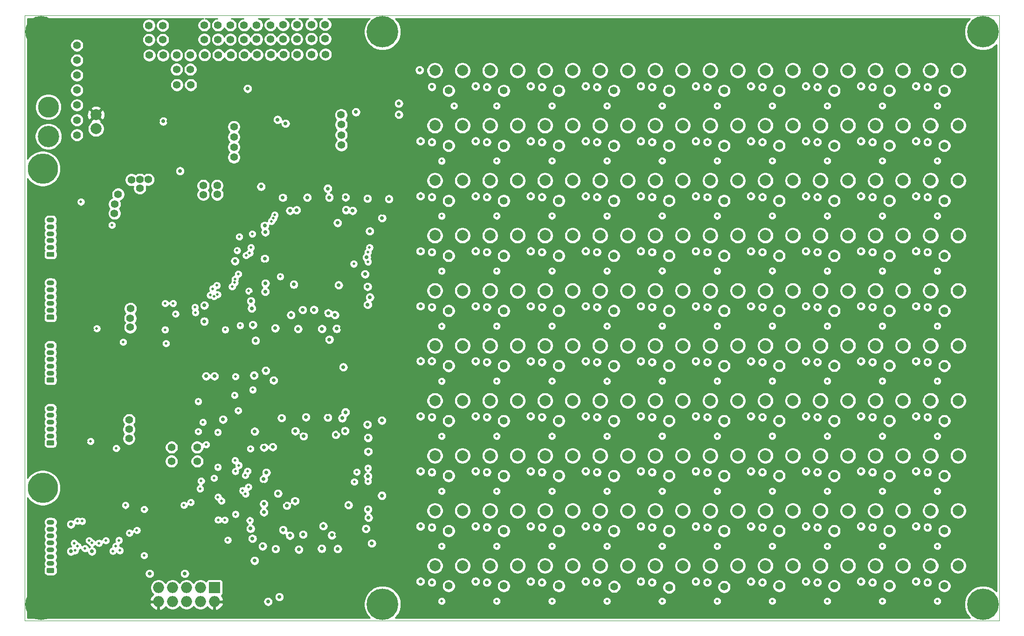
<source format=gbr>
G04 #@! TF.GenerationSoftware,KiCad,Pcbnew,(5.1.5)-3*
G04 #@! TF.CreationDate,2020-11-28T21:49:59-05:00*
G04 #@! TF.ProjectId,floater,666c6f61-7465-4722-9e6b-696361645f70,rev?*
G04 #@! TF.SameCoordinates,PXfb691c48PY5f5e038*
G04 #@! TF.FileFunction,Copper,L2,Inr*
G04 #@! TF.FilePolarity,Positive*
%FSLAX46Y46*%
G04 Gerber Fmt 4.6, Leading zero omitted, Abs format (unit mm)*
G04 Created by KiCad (PCBNEW (5.1.5)-3) date 2020-11-28 21:49:59*
%MOMM*%
%LPD*%
G04 APERTURE LIST*
%ADD10C,0.050000*%
%ADD11C,5.500000*%
%ADD12R,2.000000X2.000000*%
%ADD13O,2.000000X2.000000*%
%ADD14O,1.400000X0.900000*%
%ADD15C,0.100000*%
%ADD16C,2.000000*%
%ADD17C,3.800000*%
%ADD18C,3.890000*%
%ADD19C,5.715000*%
%ADD20C,1.400000*%
%ADD21C,0.711200*%
%ADD22C,0.508000*%
%ADD23C,0.254000*%
G04 APERTURE END LIST*
D10*
X176997560Y-200D02*
X-2440Y-200D01*
X176997560Y109999800D02*
X-2440Y109999800D01*
X176997560Y-200D02*
X176997560Y109999800D01*
X-2440Y109999800D02*
X-2440Y-200D01*
D11*
X3294080Y82149500D03*
X3294080Y24149500D03*
D12*
X34490660Y6024880D03*
D13*
X34490660Y3484880D03*
X31950660Y6024880D03*
X31950660Y3484880D03*
X29410660Y6024880D03*
X29410660Y3484880D03*
X26870660Y6024880D03*
X26870660Y3484880D03*
X24330660Y6024880D03*
X24330660Y3484880D03*
D14*
X4701540Y38563880D03*
X4701540Y37313880D03*
X4701540Y36063880D03*
X4701540Y34813880D03*
X4701540Y33563880D03*
G04 #@! TA.AperFunction,ViaPad*
D15*
G36*
X5198594Y32762797D02*
G01*
X5220435Y32759557D01*
X5241854Y32754192D01*
X5262644Y32746753D01*
X5282604Y32737312D01*
X5301543Y32725961D01*
X5319278Y32712807D01*
X5335639Y32697979D01*
X5350467Y32681618D01*
X5363621Y32663883D01*
X5374972Y32644944D01*
X5384413Y32624984D01*
X5391852Y32604194D01*
X5397217Y32582775D01*
X5400457Y32560934D01*
X5401540Y32538880D01*
X5401540Y32088880D01*
X5400457Y32066826D01*
X5397217Y32044985D01*
X5391852Y32023566D01*
X5384413Y32002776D01*
X5374972Y31982816D01*
X5363621Y31963877D01*
X5350467Y31946142D01*
X5335639Y31929781D01*
X5319278Y31914953D01*
X5301543Y31901799D01*
X5282604Y31890448D01*
X5262644Y31881007D01*
X5241854Y31873568D01*
X5220435Y31868203D01*
X5198594Y31864963D01*
X5176540Y31863880D01*
X4226540Y31863880D01*
X4204486Y31864963D01*
X4182645Y31868203D01*
X4161226Y31873568D01*
X4140436Y31881007D01*
X4120476Y31890448D01*
X4101537Y31901799D01*
X4083802Y31914953D01*
X4067441Y31929781D01*
X4052613Y31946142D01*
X4039459Y31963877D01*
X4028108Y31982816D01*
X4018667Y32002776D01*
X4011228Y32023566D01*
X4005863Y32044985D01*
X4002623Y32066826D01*
X4001540Y32088880D01*
X4001540Y32538880D01*
X4002623Y32560934D01*
X4005863Y32582775D01*
X4011228Y32604194D01*
X4018667Y32624984D01*
X4028108Y32644944D01*
X4039459Y32663883D01*
X4052613Y32681618D01*
X4067441Y32697979D01*
X4083802Y32712807D01*
X4101537Y32725961D01*
X4120476Y32737312D01*
X4140436Y32746753D01*
X4161226Y32754192D01*
X4182645Y32759557D01*
X4204486Y32762797D01*
X4226540Y32763880D01*
X5176540Y32763880D01*
X5198594Y32762797D01*
G37*
G04 #@! TD.AperFunction*
D14*
X4709160Y17888920D03*
X4709160Y16638920D03*
X4709160Y15388920D03*
X4709160Y14138920D03*
X4709160Y12888920D03*
X4709160Y11638920D03*
X4709160Y10388920D03*
G04 #@! TA.AperFunction,ViaPad*
D15*
G36*
X5206214Y9587837D02*
G01*
X5228055Y9584597D01*
X5249474Y9579232D01*
X5270264Y9571793D01*
X5290224Y9562352D01*
X5309163Y9551001D01*
X5326898Y9537847D01*
X5343259Y9523019D01*
X5358087Y9506658D01*
X5371241Y9488923D01*
X5382592Y9469984D01*
X5392033Y9450024D01*
X5399472Y9429234D01*
X5404837Y9407815D01*
X5408077Y9385974D01*
X5409160Y9363920D01*
X5409160Y8913920D01*
X5408077Y8891866D01*
X5404837Y8870025D01*
X5399472Y8848606D01*
X5392033Y8827816D01*
X5382592Y8807856D01*
X5371241Y8788917D01*
X5358087Y8771182D01*
X5343259Y8754821D01*
X5326898Y8739993D01*
X5309163Y8726839D01*
X5290224Y8715488D01*
X5270264Y8706047D01*
X5249474Y8698608D01*
X5228055Y8693243D01*
X5206214Y8690003D01*
X5184160Y8688920D01*
X4234160Y8688920D01*
X4212106Y8690003D01*
X4190265Y8693243D01*
X4168846Y8698608D01*
X4148056Y8706047D01*
X4128096Y8715488D01*
X4109157Y8726839D01*
X4091422Y8739993D01*
X4075061Y8754821D01*
X4060233Y8771182D01*
X4047079Y8788917D01*
X4035728Y8807856D01*
X4026287Y8827816D01*
X4018848Y8848606D01*
X4013483Y8870025D01*
X4010243Y8891866D01*
X4009160Y8913920D01*
X4009160Y9363920D01*
X4010243Y9385974D01*
X4013483Y9407815D01*
X4018848Y9429234D01*
X4026287Y9450024D01*
X4035728Y9469984D01*
X4047079Y9488923D01*
X4060233Y9506658D01*
X4075061Y9523019D01*
X4091422Y9537847D01*
X4109157Y9551001D01*
X4128096Y9562352D01*
X4148056Y9571793D01*
X4168846Y9579232D01*
X4190265Y9584597D01*
X4212106Y9587837D01*
X4234160Y9588920D01*
X5184160Y9588920D01*
X5206214Y9587837D01*
G37*
G04 #@! TD.AperFunction*
D14*
X4701540Y49982874D03*
X4701540Y48732874D03*
X4701540Y47482874D03*
X4701540Y46232874D03*
X4701540Y44982874D03*
G04 #@! TA.AperFunction,ViaPad*
D15*
G36*
X5198594Y44181791D02*
G01*
X5220435Y44178551D01*
X5241854Y44173186D01*
X5262644Y44165747D01*
X5282604Y44156306D01*
X5301543Y44144955D01*
X5319278Y44131801D01*
X5335639Y44116973D01*
X5350467Y44100612D01*
X5363621Y44082877D01*
X5374972Y44063938D01*
X5384413Y44043978D01*
X5391852Y44023188D01*
X5397217Y44001769D01*
X5400457Y43979928D01*
X5401540Y43957874D01*
X5401540Y43507874D01*
X5400457Y43485820D01*
X5397217Y43463979D01*
X5391852Y43442560D01*
X5384413Y43421770D01*
X5374972Y43401810D01*
X5363621Y43382871D01*
X5350467Y43365136D01*
X5335639Y43348775D01*
X5319278Y43333947D01*
X5301543Y43320793D01*
X5282604Y43309442D01*
X5262644Y43300001D01*
X5241854Y43292562D01*
X5220435Y43287197D01*
X5198594Y43283957D01*
X5176540Y43282874D01*
X4226540Y43282874D01*
X4204486Y43283957D01*
X4182645Y43287197D01*
X4161226Y43292562D01*
X4140436Y43300001D01*
X4120476Y43309442D01*
X4101537Y43320793D01*
X4083802Y43333947D01*
X4067441Y43348775D01*
X4052613Y43365136D01*
X4039459Y43382871D01*
X4028108Y43401810D01*
X4018667Y43421770D01*
X4011228Y43442560D01*
X4005863Y43463979D01*
X4002623Y43485820D01*
X4001540Y43507874D01*
X4001540Y43957874D01*
X4002623Y43979928D01*
X4005863Y44001769D01*
X4011228Y44023188D01*
X4018667Y44043978D01*
X4028108Y44063938D01*
X4039459Y44082877D01*
X4052613Y44100612D01*
X4067441Y44116973D01*
X4083802Y44131801D01*
X4101537Y44144955D01*
X4120476Y44156306D01*
X4140436Y44165747D01*
X4161226Y44173186D01*
X4182645Y44178551D01*
X4204486Y44181791D01*
X4226540Y44182874D01*
X5176540Y44182874D01*
X5198594Y44181791D01*
G37*
G04 #@! TD.AperFunction*
D14*
X4701540Y61401867D03*
X4701540Y60151867D03*
X4701540Y58901867D03*
X4701540Y57651867D03*
X4701540Y56401867D03*
G04 #@! TA.AperFunction,ViaPad*
D15*
G36*
X5198594Y55600784D02*
G01*
X5220435Y55597544D01*
X5241854Y55592179D01*
X5262644Y55584740D01*
X5282604Y55575299D01*
X5301543Y55563948D01*
X5319278Y55550794D01*
X5335639Y55535966D01*
X5350467Y55519605D01*
X5363621Y55501870D01*
X5374972Y55482931D01*
X5384413Y55462971D01*
X5391852Y55442181D01*
X5397217Y55420762D01*
X5400457Y55398921D01*
X5401540Y55376867D01*
X5401540Y54926867D01*
X5400457Y54904813D01*
X5397217Y54882972D01*
X5391852Y54861553D01*
X5384413Y54840763D01*
X5374972Y54820803D01*
X5363621Y54801864D01*
X5350467Y54784129D01*
X5335639Y54767768D01*
X5319278Y54752940D01*
X5301543Y54739786D01*
X5282604Y54728435D01*
X5262644Y54718994D01*
X5241854Y54711555D01*
X5220435Y54706190D01*
X5198594Y54702950D01*
X5176540Y54701867D01*
X4226540Y54701867D01*
X4204486Y54702950D01*
X4182645Y54706190D01*
X4161226Y54711555D01*
X4140436Y54718994D01*
X4120476Y54728435D01*
X4101537Y54739786D01*
X4083802Y54752940D01*
X4067441Y54767768D01*
X4052613Y54784129D01*
X4039459Y54801864D01*
X4028108Y54820803D01*
X4018667Y54840763D01*
X4011228Y54861553D01*
X4005863Y54882972D01*
X4002623Y54904813D01*
X4001540Y54926867D01*
X4001540Y55376867D01*
X4002623Y55398921D01*
X4005863Y55420762D01*
X4011228Y55442181D01*
X4018667Y55462971D01*
X4028108Y55482931D01*
X4039459Y55501870D01*
X4052613Y55519605D01*
X4067441Y55535966D01*
X4083802Y55550794D01*
X4101537Y55563948D01*
X4120476Y55575299D01*
X4140436Y55584740D01*
X4161226Y55592179D01*
X4182645Y55597544D01*
X4204486Y55600784D01*
X4226540Y55601867D01*
X5176540Y55601867D01*
X5198594Y55600784D01*
G37*
G04 #@! TD.AperFunction*
D14*
X4701540Y72820860D03*
X4701540Y71570860D03*
X4701540Y70320860D03*
X4701540Y69070860D03*
X4701540Y67820860D03*
G04 #@! TA.AperFunction,ViaPad*
D15*
G36*
X5198594Y67019777D02*
G01*
X5220435Y67016537D01*
X5241854Y67011172D01*
X5262644Y67003733D01*
X5282604Y66994292D01*
X5301543Y66982941D01*
X5319278Y66969787D01*
X5335639Y66954959D01*
X5350467Y66938598D01*
X5363621Y66920863D01*
X5374972Y66901924D01*
X5384413Y66881964D01*
X5391852Y66861174D01*
X5397217Y66839755D01*
X5400457Y66817914D01*
X5401540Y66795860D01*
X5401540Y66345860D01*
X5400457Y66323806D01*
X5397217Y66301965D01*
X5391852Y66280546D01*
X5384413Y66259756D01*
X5374972Y66239796D01*
X5363621Y66220857D01*
X5350467Y66203122D01*
X5335639Y66186761D01*
X5319278Y66171933D01*
X5301543Y66158779D01*
X5282604Y66147428D01*
X5262644Y66137987D01*
X5241854Y66130548D01*
X5220435Y66125183D01*
X5198594Y66121943D01*
X5176540Y66120860D01*
X4226540Y66120860D01*
X4204486Y66121943D01*
X4182645Y66125183D01*
X4161226Y66130548D01*
X4140436Y66137987D01*
X4120476Y66147428D01*
X4101537Y66158779D01*
X4083802Y66171933D01*
X4067441Y66186761D01*
X4052613Y66203122D01*
X4039459Y66220857D01*
X4028108Y66239796D01*
X4018667Y66259756D01*
X4011228Y66280546D01*
X4005863Y66301965D01*
X4002623Y66323806D01*
X4001540Y66345860D01*
X4001540Y66795860D01*
X4002623Y66817914D01*
X4005863Y66839755D01*
X4011228Y66861174D01*
X4018667Y66881964D01*
X4028108Y66901924D01*
X4039459Y66920863D01*
X4052613Y66938598D01*
X4067441Y66954959D01*
X4083802Y66969787D01*
X4101537Y66982941D01*
X4120476Y66994292D01*
X4140436Y67003733D01*
X4161226Y67011172D01*
X4182645Y67016537D01*
X4204486Y67019777D01*
X4226540Y67020860D01*
X5176540Y67020860D01*
X5198594Y67019777D01*
G37*
G04 #@! TD.AperFunction*
D16*
X164497560Y9999800D03*
X169497560Y9999800D03*
X154497560Y9999800D03*
X159497560Y9999800D03*
X144497560Y9999800D03*
X149497560Y9999800D03*
X134497560Y9999800D03*
X139497560Y9999800D03*
X124497560Y9999800D03*
X129497560Y9999800D03*
X114497560Y9999800D03*
X119497560Y9999800D03*
X104497560Y9999800D03*
X109497560Y9999800D03*
X94497560Y9999800D03*
X99497560Y9999800D03*
X84497560Y9999800D03*
X89497560Y9999800D03*
X74497560Y9999800D03*
X79497560Y9999800D03*
X164497560Y19999800D03*
X169497560Y19999800D03*
X154497560Y19999800D03*
X159497560Y19999800D03*
X144497560Y19999800D03*
X149497560Y19999800D03*
X134497560Y19999800D03*
X139497560Y19999800D03*
X124497560Y19999800D03*
X129497560Y19999800D03*
X114497560Y19999800D03*
X119497560Y19999800D03*
X104497560Y19999800D03*
X109497560Y19999800D03*
X94497560Y19999800D03*
X99497560Y19999800D03*
X84497560Y19999800D03*
X89497560Y19999800D03*
X74497560Y19999800D03*
X79497560Y19999800D03*
X164497560Y29999800D03*
X169497560Y29999800D03*
X154497560Y29999800D03*
X159497560Y29999800D03*
X144497560Y29999800D03*
X149497560Y29999800D03*
X134497560Y29999800D03*
X139497560Y29999800D03*
X124497560Y29999800D03*
X129497560Y29999800D03*
X114497560Y29999800D03*
X119497560Y29999800D03*
X104497560Y29999800D03*
X109497560Y29999800D03*
X94497560Y29999800D03*
X99497560Y29999800D03*
X84497560Y29999800D03*
X89497560Y29999800D03*
X74497560Y29999800D03*
X79497560Y29999800D03*
X164497560Y39999800D03*
X169497560Y39999800D03*
X154497560Y39999800D03*
X159497560Y39999800D03*
X144497560Y39999800D03*
X149497560Y39999800D03*
X134497560Y39999800D03*
X139497560Y39999800D03*
X124497560Y39999800D03*
X129497560Y39999800D03*
X114497560Y39999800D03*
X119497560Y39999800D03*
X104497560Y39999800D03*
X109497560Y39999800D03*
X94497560Y39999800D03*
X99497560Y39999800D03*
X84497560Y39999800D03*
X89497560Y39999800D03*
X74497560Y39999800D03*
X79497560Y39999800D03*
X164497560Y49999800D03*
X169497560Y49999800D03*
X154497560Y49999800D03*
X159497560Y49999800D03*
X144497560Y49999800D03*
X149497560Y49999800D03*
X134497560Y49999800D03*
X139497560Y49999800D03*
X124497560Y49999800D03*
X129497560Y49999800D03*
X114497560Y49999800D03*
X119497560Y49999800D03*
X104497560Y49999800D03*
X109497560Y49999800D03*
X94497560Y49999800D03*
X99497560Y49999800D03*
X84497560Y49999800D03*
X89497560Y49999800D03*
X74497560Y49999800D03*
X79497560Y49999800D03*
X164497560Y59999800D03*
X169497560Y59999800D03*
X154497560Y59999800D03*
X159497560Y59999800D03*
X144497560Y59999800D03*
X149497560Y59999800D03*
X134497560Y59999800D03*
X139497560Y59999800D03*
X124497560Y59999800D03*
X129497560Y59999800D03*
X114497560Y59999800D03*
X119497560Y59999800D03*
X104497560Y59999800D03*
X109497560Y59999800D03*
X94497560Y59999800D03*
X99497560Y59999800D03*
X84497560Y59999800D03*
X89497560Y59999800D03*
X74497560Y59999800D03*
X79497560Y59999800D03*
X164497560Y69999800D03*
X169497560Y69999800D03*
X154497560Y69999800D03*
X159497560Y69999800D03*
X144497560Y69999800D03*
X149497560Y69999800D03*
X134497560Y69999800D03*
X139497560Y69999800D03*
X124497560Y69999800D03*
X129497560Y69999800D03*
X114497560Y69999800D03*
X119497560Y69999800D03*
X104497560Y69999800D03*
X109497560Y69999800D03*
X94497560Y69999800D03*
X99497560Y69999800D03*
X84497560Y69999800D03*
X89497560Y69999800D03*
X74497560Y69999800D03*
X79497560Y69999800D03*
X164497560Y79999800D03*
X169497560Y79999800D03*
X154497560Y79999800D03*
X159497560Y79999800D03*
X144497560Y79999800D03*
X149497560Y79999800D03*
X134497560Y79999800D03*
X139497560Y79999800D03*
X124497560Y79999800D03*
X129497560Y79999800D03*
X114497560Y79999800D03*
X119497560Y79999800D03*
X104497560Y79999800D03*
X109497560Y79999800D03*
X94497560Y79999800D03*
X99497560Y79999800D03*
X84497560Y79999800D03*
X89497560Y79999800D03*
X74497560Y79999800D03*
X79497560Y79999800D03*
X164497560Y89999800D03*
X169497560Y89999800D03*
X154497560Y89999800D03*
X159497560Y89999800D03*
X144497560Y89999800D03*
X149497560Y89999800D03*
X134497560Y89999800D03*
X139497560Y89999800D03*
X124497560Y89999800D03*
X129497560Y89999800D03*
X114497560Y89999800D03*
X119497560Y89999800D03*
X104497560Y89999800D03*
X109497560Y89999800D03*
X94497560Y89999800D03*
X99497560Y89999800D03*
X84497560Y89999800D03*
X89497560Y89999800D03*
X74497560Y89999800D03*
X79497560Y89999800D03*
X164497560Y99999800D03*
X169497560Y99999800D03*
X154497560Y99999800D03*
X159497560Y99999800D03*
X144497560Y99999800D03*
X149497560Y99999800D03*
X134497560Y99999800D03*
X139497560Y99999800D03*
X124497560Y99999800D03*
X129497560Y99999800D03*
X114497560Y99999800D03*
X119497560Y99999800D03*
X104497560Y99999800D03*
X109497560Y99999800D03*
X94497560Y99999800D03*
X99497560Y99999800D03*
X84497560Y99999800D03*
X89497560Y99999800D03*
X74497560Y99999800D03*
X79497560Y99999800D03*
D17*
X4321620Y93345460D03*
D18*
X4321620Y88005460D03*
D16*
X12961620Y91945460D03*
X12961620Y89405460D03*
D19*
X2997560Y106999800D03*
X2997560Y2999800D03*
X173997560Y106999800D03*
X173997560Y2999800D03*
X64997560Y2999800D03*
X64997560Y106999800D03*
D20*
X127007380Y41074580D03*
X127007380Y1074660D03*
X127007380Y71074520D03*
X127007380Y61074540D03*
X127007380Y21074620D03*
X127007380Y11074640D03*
X127007380Y91074480D03*
X127007380Y81074500D03*
X127007380Y51074560D03*
X127007380Y31074600D03*
X127007380Y96326720D03*
X127007380Y86326740D03*
X127007380Y76326760D03*
X127007380Y16326880D03*
X127007380Y36326840D03*
X127007380Y66326780D03*
X127007380Y56326800D03*
X127007380Y46326820D03*
X127007380Y26326860D03*
X117007400Y41079660D03*
X117007400Y1079740D03*
X117007400Y71079600D03*
X117007400Y61079620D03*
X117007400Y21079700D03*
X117007400Y11079720D03*
X117007400Y91079560D03*
X117007400Y81079580D03*
X117007400Y51079640D03*
X117007400Y31079680D03*
X117007400Y96331800D03*
X117007400Y86331820D03*
X117007400Y76331840D03*
X117007400Y16331960D03*
X117007400Y36331920D03*
X117007400Y66331860D03*
X117007400Y56331880D03*
X117007400Y46331900D03*
X117007400Y26331940D03*
X107007420Y41074580D03*
X107007420Y1074660D03*
X107007420Y71074520D03*
X107007420Y61074540D03*
X107007420Y21074620D03*
X107007420Y11074640D03*
X107007420Y91074480D03*
X107007420Y81074500D03*
X107007420Y51074560D03*
X107007420Y31074600D03*
X107007420Y96326720D03*
X107007420Y86326740D03*
X107007420Y76326760D03*
X107007420Y16326880D03*
X107007420Y36326840D03*
X107007420Y66326780D03*
X107007420Y56326800D03*
X107007420Y46326820D03*
X107007420Y26326860D03*
X87010000Y41074580D03*
X87010000Y1074660D03*
X87010000Y71074520D03*
X87010000Y61074540D03*
X87010000Y21074620D03*
X87010000Y11074640D03*
X87010000Y91074480D03*
X87010000Y81074500D03*
X87010000Y51074560D03*
X87010000Y31074600D03*
X87010000Y96326720D03*
X87010000Y86326740D03*
X87010000Y76326760D03*
X87010000Y6326900D03*
X87010000Y16326880D03*
X87010000Y36326840D03*
X87010000Y66326780D03*
X87010000Y56326800D03*
X87010000Y46326820D03*
X87010000Y26326860D03*
X77007480Y41074580D03*
X77007480Y1074660D03*
X77007480Y71074520D03*
X77007480Y61074540D03*
X77007480Y21074620D03*
X77007480Y11074640D03*
X77007480Y91074480D03*
X77007480Y81074500D03*
X77007480Y51074560D03*
X77007480Y31074600D03*
X77007480Y96326720D03*
X77007480Y86326740D03*
X77007480Y76326760D03*
X77007480Y6326900D03*
X77007480Y16326880D03*
X77007480Y36326840D03*
X77007480Y66326780D03*
X77007480Y56326800D03*
X77007480Y46326820D03*
X77007480Y26326860D03*
X97007440Y41077120D03*
X97007440Y1077200D03*
X97007440Y71077060D03*
X97007440Y61077080D03*
X97007440Y21077160D03*
X97007440Y11077180D03*
X97007440Y91077020D03*
X97007440Y81077040D03*
X97007440Y51077100D03*
X97007440Y31077140D03*
X97007440Y96329260D03*
X97007440Y86329280D03*
X97007440Y76329300D03*
X97007440Y6329440D03*
X97007440Y16329420D03*
X97007440Y36329380D03*
X97007440Y66329320D03*
X97007440Y56329340D03*
X97007440Y46329360D03*
X97007440Y26329400D03*
X137009900Y41077120D03*
X137009900Y1077200D03*
X137009900Y71077060D03*
X137009900Y61077080D03*
X137009900Y21077160D03*
X137009900Y11077180D03*
X137009900Y91077020D03*
X137009900Y81077040D03*
X137009900Y51077100D03*
X137009900Y31077140D03*
X137009900Y96329260D03*
X137009900Y86329280D03*
X137009900Y76329300D03*
X137009900Y6329440D03*
X137009900Y16329420D03*
X137009900Y36329380D03*
X137009900Y66329320D03*
X137009900Y56329340D03*
X137009900Y46329360D03*
X137009900Y26329400D03*
X147009880Y41079660D03*
X147009880Y1079740D03*
X147009880Y71079600D03*
X147009880Y61079620D03*
X147009880Y21079700D03*
X147009880Y11079720D03*
X147009880Y91079560D03*
X147009880Y81079580D03*
X147009880Y51079640D03*
X147009880Y31079680D03*
X147009880Y96331800D03*
X147009880Y86331820D03*
X147009880Y76331840D03*
X147009880Y6331980D03*
X147009880Y16331960D03*
X147009880Y36331920D03*
X147009880Y66331860D03*
X147009880Y56331880D03*
X147009880Y46331900D03*
X147009880Y26331940D03*
X157007320Y41079660D03*
X157007320Y1079740D03*
X157007320Y71079600D03*
X157007320Y61079620D03*
X157007320Y21079700D03*
X157007320Y11079720D03*
X157007320Y91079560D03*
X157007320Y81079580D03*
X157007320Y51079640D03*
X157007320Y31079680D03*
X157007320Y96331800D03*
X157007320Y86331820D03*
X157007320Y76331840D03*
X157007320Y6331980D03*
X157007320Y16331960D03*
X157007320Y36331920D03*
X157007320Y66331860D03*
X157007320Y56331880D03*
X157007320Y46331900D03*
X157007320Y26331940D03*
X32619950Y105630980D03*
X32619950Y108224320D03*
X35115500Y105630980D03*
X35115500Y108224320D03*
X35179000Y102816660D03*
X32683450Y102816660D03*
X37367210Y105630980D03*
X37367210Y108224320D03*
X39862760Y105630980D03*
X39862760Y108224320D03*
X39926260Y102816660D03*
X37430710Y102816660D03*
X42139870Y105658920D03*
X42139870Y108252260D03*
X44635420Y105658920D03*
X44635420Y108252260D03*
X44698920Y102844600D03*
X42203370Y102844600D03*
X46940470Y105684320D03*
X46940470Y108277660D03*
X49436020Y105684320D03*
X49436020Y108277660D03*
X49499520Y102870000D03*
X47003970Y102870000D03*
X52068730Y105742740D03*
X52068730Y108336080D03*
X54564280Y105742740D03*
X54564280Y108336080D03*
X54627780Y102928420D03*
X52132230Y102928420D03*
X27600910Y100182680D03*
X27600910Y102776020D03*
X30096460Y100182680D03*
X30096460Y102776020D03*
X30159960Y97368360D03*
X27664410Y97368360D03*
X22584410Y105577640D03*
X25079960Y105577640D03*
X25079960Y108170980D03*
X22647910Y102763320D03*
X22584410Y108170980D03*
X25143460Y102763320D03*
X19253200Y105443020D03*
X16757650Y105443020D03*
X14262100Y105443020D03*
X19316700Y102628700D03*
X16821150Y102628700D03*
X14325600Y102628700D03*
X1620520Y100705920D03*
X1630680Y96654620D03*
X1620520Y98135440D03*
X19192240Y54983380D03*
X19222720Y56713120D03*
X19184620Y53322220D03*
X16337280Y75702160D03*
X16992600Y77505560D03*
X16329660Y74041000D03*
D21*
X32633920Y54411880D03*
D20*
X16690340Y63974980D03*
X15575280Y60060840D03*
X19875500Y60177680D03*
X14201140Y63992760D03*
X19875500Y58724800D03*
X19276060Y63992760D03*
X14884400Y84805520D03*
X13202920Y80492600D03*
X17185640Y81003140D03*
X13091160Y84820760D03*
X17185640Y79550260D03*
X16586200Y84818220D03*
D21*
X12402820Y39776400D03*
X12400280Y38481000D03*
X13822680Y39794180D03*
X13807440Y38470840D03*
X12654280Y60071000D03*
X12651740Y58775600D03*
X14074140Y60088780D03*
X14058900Y58765440D03*
X10160000Y79517240D03*
X11567160Y79507080D03*
X11582400Y80830420D03*
X10162540Y80812640D03*
X62557660Y96611440D03*
X62557660Y94632780D03*
X61937900Y95547180D03*
X61361320Y94632780D03*
X61361320Y96611440D03*
X24089360Y85013800D03*
X26068020Y85013800D03*
X25153620Y84394040D03*
X26068020Y83817460D03*
X24089360Y83817460D03*
X42443400Y93710760D03*
X43063160Y92796360D03*
X41866820Y92796360D03*
X43063160Y94775020D03*
X41866820Y94775020D03*
D20*
X32456120Y77442060D03*
X34973260Y77467460D03*
X32440880Y79070200D03*
D22*
X32766830Y19660430D03*
D21*
X53060600Y67663060D03*
X50502820Y62400180D03*
X55633620Y67663060D03*
X50502820Y67663060D03*
X50502820Y65041780D03*
X53060600Y62400180D03*
X53060600Y65041780D03*
X55633620Y62400180D03*
X55633620Y65041780D03*
X55455820Y25008840D03*
X52882800Y25008840D03*
X55455820Y22367240D03*
X52882800Y22367240D03*
X50325020Y22367240D03*
X50325020Y25008840D03*
X55455820Y27630120D03*
X52882800Y27630120D03*
X50325020Y27630120D03*
D22*
X165744920Y43576000D03*
D21*
X81847540Y12271860D03*
X91839900Y12271860D03*
X93939900Y13264420D03*
X83947540Y13264420D03*
X101844960Y12269320D03*
X103944960Y13261880D03*
X153944860Y13259340D03*
X71847560Y12266780D03*
X151844860Y12266780D03*
X73947560Y13259340D03*
X161842300Y12269320D03*
X111844940Y12269320D03*
X113944940Y13261880D03*
X163942300Y13261880D03*
X133944900Y13259340D03*
X131844900Y12266780D03*
X143944880Y13259340D03*
X141844880Y12266780D03*
X123947460Y13256800D03*
X121847460Y12264240D03*
X81847540Y22271840D03*
X91839900Y22271840D03*
X93939900Y23264400D03*
X83947540Y23264400D03*
X101844960Y22269300D03*
X103944960Y23261860D03*
X153944860Y23259320D03*
X71847560Y22266760D03*
X151844860Y22266760D03*
X73947560Y23259320D03*
X161842300Y22269300D03*
X111844940Y22269300D03*
X113944940Y23261860D03*
X163942300Y23261860D03*
X133944900Y23259320D03*
X131844900Y22266760D03*
X143944880Y23259320D03*
X141844880Y22266760D03*
X81847540Y52271780D03*
X91839900Y52271780D03*
X93939900Y53264340D03*
X83947540Y53264340D03*
X101844960Y52269240D03*
X103944960Y53261800D03*
X153944860Y53259260D03*
X151844860Y52266700D03*
X73947560Y53259260D03*
X161842300Y52269240D03*
X111844940Y52269240D03*
X113944940Y53261800D03*
X163942300Y53261800D03*
X133944900Y53259260D03*
X131844900Y52266700D03*
X143944880Y53259260D03*
X141844880Y52266700D03*
X123947460Y53256720D03*
X121847460Y52264160D03*
X81847540Y62271760D03*
X91839900Y62271760D03*
X93939900Y63264320D03*
X83947540Y63264320D03*
X101844960Y62269220D03*
X103944960Y63261780D03*
X153944860Y63259240D03*
X71847560Y62266680D03*
X151844860Y62266680D03*
X73947560Y63259240D03*
X161842300Y62269220D03*
X111844940Y62269220D03*
X113944940Y63261780D03*
X163942300Y63261780D03*
X133944900Y63259240D03*
X131844900Y62266680D03*
X143944880Y63259240D03*
X141844880Y62266680D03*
X123947460Y63256700D03*
X121847460Y62264140D03*
X81847540Y72271740D03*
X91839900Y72271740D03*
X93939900Y73264300D03*
X83947540Y73264300D03*
X101844960Y72269200D03*
X103944960Y73261760D03*
X153944860Y73259220D03*
X71847560Y72266660D03*
X151844860Y72266660D03*
X73947560Y73259220D03*
X161842300Y72269200D03*
X111844940Y72269200D03*
X113944940Y73261760D03*
X163942300Y73261760D03*
X133944900Y73259220D03*
X131844900Y72266660D03*
X143944880Y73259220D03*
X141844880Y72266660D03*
X123947460Y73256680D03*
X121847460Y72264120D03*
X81847540Y82271720D03*
X91839900Y82271720D03*
X93939900Y83264280D03*
X83947540Y83264280D03*
X101844960Y82269180D03*
X103944960Y83261740D03*
X153944860Y83259200D03*
X71847560Y82266640D03*
X151844860Y82266640D03*
X73947560Y83259200D03*
X161842300Y82269180D03*
X111844940Y82269180D03*
X113944940Y83261740D03*
X163942300Y83261740D03*
X133944900Y83259200D03*
X131844900Y82266640D03*
X143944880Y83259200D03*
X141844880Y82266640D03*
X123947460Y83256660D03*
X121847460Y82264100D03*
X81847540Y92271700D03*
X91839900Y92271700D03*
X93939900Y93264260D03*
X83947540Y93264260D03*
X101844960Y92269160D03*
X103944960Y93261720D03*
X153944860Y93259180D03*
X151844860Y92266620D03*
X73947560Y93259180D03*
X161842300Y92269160D03*
X111844940Y92269160D03*
X113944940Y93261720D03*
X163942300Y93261720D03*
X133944900Y93259180D03*
X131844900Y92266620D03*
X143944880Y93259180D03*
X141844880Y92266620D03*
X123947460Y93256640D03*
X121847460Y92264080D03*
X81847540Y42271800D03*
X91839900Y42271800D03*
X93939900Y43264360D03*
X83947540Y43264360D03*
X101844960Y42269260D03*
X103944960Y43261820D03*
X153944860Y43259280D03*
X71847560Y42266720D03*
X151844860Y42266720D03*
X73947560Y43259280D03*
X161842300Y42269260D03*
X111844940Y42269260D03*
X113944940Y43261820D03*
X163942300Y43261820D03*
X133944900Y43259280D03*
X131844900Y42266720D03*
X143944880Y43259280D03*
X141844880Y42266720D03*
X123947460Y43256740D03*
X121847460Y42264180D03*
X81847540Y32271820D03*
X91839900Y32271820D03*
X93939900Y33264380D03*
X83947540Y33264380D03*
X101844960Y32269280D03*
X103944960Y33261840D03*
X153944860Y33259300D03*
X71847560Y32266740D03*
X151844860Y32266740D03*
X73947560Y33259300D03*
X161842300Y32269280D03*
X111844940Y32269280D03*
X113944940Y33261840D03*
X163942300Y33261840D03*
X133944900Y33259300D03*
X131844900Y32266740D03*
X143944880Y33259300D03*
X141844880Y32266740D03*
X123947460Y33256760D03*
X121847460Y32264200D03*
X123947460Y23256780D03*
X121847460Y22264220D03*
X161842300Y2269340D03*
X163942300Y3261900D03*
X151844860Y2266800D03*
X153944860Y3259360D03*
X141844880Y2266800D03*
X143944880Y3259360D03*
X131844900Y2266800D03*
X133944900Y3259360D03*
X121847460Y2264260D03*
X123947460Y3256820D03*
X111844940Y2269340D03*
X113944940Y3261900D03*
X101844960Y2269340D03*
X103944960Y3261900D03*
X91839900Y2271880D03*
X93939900Y3264440D03*
X81847540Y2271880D03*
X83947540Y3264440D03*
X73947560Y3259360D03*
X71847560Y2266800D03*
X71847560Y52266700D03*
X43685180Y64807820D03*
X43682440Y63807820D03*
X41285160Y59321700D03*
X41361360Y60794900D03*
X41291880Y72307820D03*
X46542960Y74490580D03*
X57325260Y76936600D03*
X61368380Y74591620D03*
X62635880Y71807820D03*
X57591960Y53162200D03*
X54201060Y55577740D03*
X46248320Y55572660D03*
X43096180Y47162720D03*
X41719500Y47876460D03*
X52037800Y49970240D03*
X59573160Y71234300D03*
X49384580Y72316980D03*
X48193960Y71234300D03*
X45958760Y71805800D03*
X46873160Y70624700D03*
D22*
X36865560Y53670200D03*
X38818799Y51716961D03*
X38818799Y46116261D03*
D21*
X48376200Y57983760D03*
X59077860Y57454800D03*
X60119260Y58788300D03*
X53563520Y72288400D03*
X60157360Y70739000D03*
X65008760Y74091800D03*
X60530740Y72994520D03*
X64173100Y75077320D03*
X37739320Y58099960D03*
X38856920Y56748680D03*
X44355380Y51072420D03*
X43148880Y50052600D03*
X42468800Y55686960D03*
X61112400Y46101000D03*
X53634640Y61000640D03*
X58371740Y78519020D03*
X34919920Y65354200D03*
X42938700Y75549760D03*
X35148520Y49941480D03*
X43418760Y32410400D03*
X43386820Y24741060D03*
X43386060Y23741060D03*
X40985440Y20975320D03*
X40995600Y19364960D03*
X42245280Y15687040D03*
X46060360Y15521940D03*
X49535080Y15501620D03*
X57660540Y15560040D03*
X64866520Y19141440D03*
X64927480Y20660360D03*
X64788220Y27241060D03*
X64764920Y28127960D03*
X62411660Y31741060D03*
X64780460Y33741060D03*
X61168360Y34396760D03*
X57160160Y34472880D03*
X54696360Y34455100D03*
X50860960Y34439860D03*
X46156880Y34447480D03*
X48333660Y31592520D03*
X46934120Y19791680D03*
X48176180Y17843500D03*
X50546000Y18905220D03*
X54056280Y15501620D03*
X55778400Y17967960D03*
X56781700Y15560040D03*
X54239160Y20591780D03*
X60027820Y18750280D03*
X60035440Y20208240D03*
X58709560Y16730980D03*
X59969400Y30721300D03*
X61569600Y22748240D03*
X62240160Y38097460D03*
X60975240Y39011860D03*
X58188860Y32100520D03*
X56481980Y30571440D03*
X50657760Y30406340D03*
X49169320Y32181800D03*
X45079920Y34411920D03*
X43901360Y30180280D03*
X38427660Y16753840D03*
X37998400Y15072360D03*
X39959280Y13540740D03*
X50987960Y20934680D03*
X66344800Y14076680D03*
X55463440Y21038820D03*
X59910980Y26195020D03*
X55102760Y37899340D03*
X59100720Y33238440D03*
X45201840Y40370760D03*
D22*
X58346340Y27746960D03*
D21*
X44165520Y11000740D03*
X42959020Y9961880D03*
X44216320Y6807200D03*
X45565060Y5941060D03*
X53261260Y8145780D03*
X45600620Y27937460D03*
X47312480Y61127740D03*
X46034960Y67475100D03*
D22*
X58592720Y67033140D03*
D21*
X55130700Y59174380D03*
X56337200Y57952640D03*
X58737500Y51120040D03*
X50482500Y59829700D03*
X54797960Y74551540D03*
X50967640Y74543920D03*
X58373640Y72304280D03*
D22*
X45709840Y39255700D03*
X39060120Y76553060D03*
X39994840Y76545440D03*
X40952420Y76535280D03*
X45872400Y79258160D03*
D21*
X49870360Y55631080D03*
X43025060Y53751480D03*
D22*
X11170920Y32646620D03*
D20*
X19403060Y86293960D03*
X21663660Y86293960D03*
X19436080Y87988140D03*
X21678900Y87955120D03*
X29636720Y85356700D03*
X31300420Y85356700D03*
X32898080Y85356700D03*
X34544000Y85323680D03*
X46151800Y98889820D03*
X44467780Y98869500D03*
X44447460Y97205800D03*
X46134020Y97205800D03*
X44196000Y89573100D03*
X44196000Y87965280D03*
X44196000Y86436200D03*
X44178220Y84828380D03*
X63875920Y101447600D03*
X65638680Y101465380D03*
X63875920Y99568000D03*
X65676780Y99529900D03*
X63698120Y91600020D03*
X63710820Y89918540D03*
X63710820Y88224360D03*
X63738760Y86662260D03*
X15313660Y39740840D03*
X19613880Y39857680D03*
X19613880Y38404800D03*
X13939520Y43672760D03*
X16456660Y43657520D03*
X19014440Y43672760D03*
X26083260Y39151560D03*
X26532840Y51851560D03*
X25910540Y59471560D03*
X31404560Y64551560D03*
X31447740Y69631560D03*
X21384260Y76565760D03*
D21*
X34912300Y56436260D03*
X26134060Y90741500D03*
X24249380Y90766900D03*
X34493200Y55138320D03*
X58709560Y62981840D03*
X52562760Y59806840D03*
X47005240Y21617940D03*
X71716900Y95176340D03*
X67978020Y96299020D03*
X68480940Y92986860D03*
D20*
X1628140Y102242620D03*
X14262100Y108036360D03*
X16757650Y108036360D03*
X19253200Y108036360D03*
X21333460Y92486480D03*
X25819100Y92486480D03*
D21*
X64930020Y59260740D03*
X65003680Y60723780D03*
X64955420Y67279520D03*
X64947800Y68257420D03*
X18116780Y11108920D03*
X13469620Y17531080D03*
X17307560Y17602200D03*
D22*
X14074140Y12489180D03*
D21*
X7444740Y6403340D03*
X7015480Y20769580D03*
X8420100Y20421600D03*
X8752840Y7592060D03*
D20*
X167007300Y91074480D03*
X167007300Y81074500D03*
X167007300Y71074520D03*
X167007300Y61074540D03*
X167007300Y51074560D03*
X167007300Y41074580D03*
X167007300Y31074600D03*
X167007300Y21074620D03*
X167007300Y11074640D03*
X167007300Y1074660D03*
X26639520Y44284900D03*
D21*
X59723020Y65864740D03*
D20*
X26695400Y34102040D03*
D22*
X37680900Y31706820D03*
X37660580Y32672020D03*
X37675820Y33609280D03*
X12425680Y52959000D03*
D21*
X32948880Y47795180D03*
X34470340Y46868080D03*
X37216080Y36609020D03*
D22*
X10464800Y75227180D03*
X38270180Y27157680D03*
X38196520Y29123640D03*
D21*
X43728480Y61307820D03*
X43600140Y65807820D03*
X51323240Y76921360D03*
X58265060Y76962000D03*
X46890940Y76898500D03*
D22*
X38999160Y69786500D03*
X38596100Y67287940D03*
D21*
X41666160Y44592240D03*
X41467940Y53769360D03*
X57881520Y46101000D03*
X55039260Y78544420D03*
X38201600Y65349120D03*
X42938700Y78887320D03*
X43404220Y25741060D03*
X43439080Y21229320D03*
X53954680Y13101320D03*
X56852820Y13088620D03*
X62338900Y26241060D03*
X57668360Y36809480D03*
X55054500Y36949380D03*
X51087020Y36995100D03*
X46668360Y36841760D03*
X41788080Y34411920D03*
X43901360Y26921460D03*
X43246040Y13540740D03*
X47614840Y20934680D03*
X63050420Y14071600D03*
X58823860Y21038820D03*
X58259980Y37904420D03*
X45209460Y43690540D03*
D22*
X59862720Y25252680D03*
D21*
X44216320Y3467100D03*
X49098200Y21767800D03*
X46014640Y23134320D03*
X48887480Y61107220D03*
D22*
X46410880Y62552580D03*
D21*
X55356760Y51109880D03*
X55321200Y76934060D03*
X57035700Y61005720D03*
D22*
X59768740Y64843660D03*
D20*
X38011100Y89743280D03*
X38011100Y87904320D03*
X38011100Y86065360D03*
X38011100Y84223860D03*
D21*
X32656780Y57304940D03*
X47378620Y90360500D03*
X61815980Y62981840D03*
X45516800Y53154580D03*
X49669700Y53042820D03*
X54005480Y53047900D03*
X56667400Y53068220D03*
X62296040Y60711080D03*
X62133480Y66019680D03*
X62341760Y20253960D03*
X45577760Y13053060D03*
X49789080Y12941300D03*
X46266100Y4335780D03*
X43789600Y45448220D03*
X8412480Y17531080D03*
X12222480Y12616180D03*
D22*
X12227560Y14135100D03*
D21*
X8422640Y12603480D03*
X34465260Y44447460D03*
X32948880Y44434760D03*
X36040060Y36581080D03*
D22*
X40208060Y66380500D03*
X39126160Y53657500D03*
X40472360Y27190700D03*
D21*
X62229580Y35653560D03*
X43698160Y59817000D03*
X43594540Y71807820D03*
X49368380Y74631220D03*
X58368380Y74652320D03*
X62653940Y70807820D03*
X62704180Y58807820D03*
X56370220Y55585360D03*
X48368380Y55565880D03*
X59569980Y74514080D03*
X48190780Y74507720D03*
X43699900Y70610260D03*
X55112920Y55913020D03*
X62303660Y57454800D03*
X56827420Y72288400D03*
X66151760Y76657200D03*
X41944920Y50931440D03*
X43459400Y31506160D03*
X43434000Y19730720D03*
X48168360Y15478960D03*
X55788560Y15554960D03*
X62448440Y18745200D03*
X62390580Y30741060D03*
X58168360Y34516240D03*
X49168360Y34468760D03*
X45057060Y31582360D03*
X46944280Y16504920D03*
X50546000Y15684500D03*
X54239160Y17216120D03*
X61986160Y16730980D03*
X64879220Y22748240D03*
X64853820Y36393120D03*
X56517540Y33812480D03*
X50657760Y33555940D03*
X41762680Y10911840D03*
X50482500Y56489600D03*
D20*
X57470040Y91927680D03*
X57492900Y90162380D03*
X57515760Y88280240D03*
X57515760Y86420960D03*
D21*
X67947540Y94010480D03*
X60167520Y92435680D03*
X52562760Y56515000D03*
X22697440Y8564880D03*
X29088080Y8564880D03*
X41046480Y16741060D03*
D22*
X62362900Y27741060D03*
D21*
X62382400Y33248600D03*
X41386760Y14937740D03*
D20*
X9502140Y88270080D03*
X9502140Y90985340D03*
X9502140Y93700600D03*
X9502140Y96415860D03*
X9502140Y99131120D03*
X9502140Y101846380D03*
X9502140Y104561640D03*
D21*
X62265560Y76720700D03*
X41234360Y56781700D03*
X81874360Y17167860D03*
X83947540Y16990600D03*
X91866720Y17167860D03*
X93939900Y16990600D03*
X101871780Y17165320D03*
X103944960Y16988060D03*
X151871680Y17162780D03*
X111871760Y17165320D03*
X71874380Y17162780D03*
X73947560Y16985520D03*
X161869120Y17165320D03*
X153944860Y16985520D03*
X113944940Y16988060D03*
X163942300Y16988060D03*
X133944900Y16985520D03*
X131871720Y17162780D03*
X143944880Y16985520D03*
X141871700Y17162780D03*
X123947460Y16982980D03*
X121874280Y17160240D03*
X81874360Y57167780D03*
X83947540Y56990520D03*
X91866720Y57167780D03*
X93939900Y56990520D03*
X101871780Y57165240D03*
X103944960Y56987980D03*
X151871680Y57162700D03*
X111871760Y57165240D03*
X71874380Y57162700D03*
X73947560Y56985440D03*
X161869120Y57165240D03*
X153944860Y56985440D03*
X113944940Y56987980D03*
X163942300Y56987980D03*
X133944900Y56985440D03*
X131871720Y57162700D03*
X143944880Y56985440D03*
X141871700Y57162700D03*
X123947460Y56982900D03*
X121874280Y57160160D03*
X81874360Y67167760D03*
X83947540Y66990500D03*
X91866720Y67167760D03*
X93939900Y66990500D03*
X101871780Y67165220D03*
X103944960Y66987960D03*
X151871680Y67162680D03*
X111871760Y67165220D03*
X71874380Y67162680D03*
X73947560Y66985420D03*
X161869120Y67165220D03*
X153944860Y66985420D03*
X113944940Y66987960D03*
X163942300Y66987960D03*
X133944900Y66985420D03*
X131871720Y67162680D03*
X143944880Y66985420D03*
X141871700Y67162680D03*
X123947460Y66982880D03*
X121874280Y67160140D03*
X81874360Y77167740D03*
X83947540Y76990480D03*
X91866720Y77167740D03*
X93939900Y76990480D03*
X101871780Y77165200D03*
X103944960Y76987940D03*
X151871680Y77162660D03*
X111871760Y77165200D03*
X71874380Y77162660D03*
X73947560Y76985400D03*
X161869120Y77165200D03*
X153944860Y76985400D03*
X113944940Y76987940D03*
X163942300Y76987940D03*
X133944900Y76985400D03*
X131871720Y77162660D03*
X143944880Y76985400D03*
X141871700Y77162660D03*
X123947460Y76982860D03*
X121874280Y77160120D03*
X81874360Y87167720D03*
X83947540Y86990460D03*
X91866720Y87167720D03*
X93939900Y86990460D03*
X101871780Y87165180D03*
X103944960Y86987920D03*
X151871680Y87162640D03*
X111871760Y87165180D03*
X71874380Y87162640D03*
X73947560Y86985380D03*
X161869120Y87165180D03*
X153944860Y86985380D03*
X113944940Y86987920D03*
X163942300Y86987920D03*
X133944900Y86985380D03*
X131871720Y87162640D03*
X143944880Y86985380D03*
X141871700Y87162640D03*
X123947460Y86982840D03*
X121874280Y87160100D03*
X81874360Y97167700D03*
X83947540Y96990440D03*
X91866720Y97167700D03*
X93939900Y96990440D03*
X101871780Y97165160D03*
X103944960Y96987900D03*
X151871680Y97162620D03*
X111871760Y97165160D03*
X71721980Y100058220D03*
X161869120Y97165160D03*
X153944860Y96985360D03*
X113944940Y96987900D03*
X163942300Y96987900D03*
X133944900Y96985360D03*
X131871720Y97162620D03*
X143944880Y96985360D03*
X141871700Y97162620D03*
X123947460Y96982820D03*
X121874280Y97160080D03*
X81874360Y47167800D03*
X83947540Y46990540D03*
X91866720Y47167800D03*
X93939900Y46990540D03*
X101871780Y47165260D03*
X103944960Y46988000D03*
X151871680Y47162720D03*
X111871760Y47165260D03*
X161869120Y47165260D03*
X153944860Y46985460D03*
X113944940Y46988000D03*
X163942300Y46988000D03*
X133944900Y46985460D03*
X131871720Y47162720D03*
X143944880Y46985460D03*
X141871700Y47162720D03*
X123947460Y46982920D03*
X121874280Y47160180D03*
X81874360Y37167820D03*
X83947540Y36990560D03*
X91866720Y37167820D03*
X93939900Y36990560D03*
X101871780Y37165280D03*
X103944960Y36988020D03*
X151871680Y37162740D03*
X111871760Y37165280D03*
X71874380Y37162740D03*
X73947560Y36985480D03*
X161869120Y37165280D03*
X153944860Y36985480D03*
X113944940Y36988020D03*
X163942300Y36988020D03*
X133944900Y36985480D03*
X131871720Y37162740D03*
X143944880Y36985480D03*
X141871700Y37162740D03*
X123947460Y36982940D03*
X121874280Y37160200D03*
X81874360Y27167840D03*
X83947540Y26990580D03*
X91866720Y27167840D03*
X93939900Y26990580D03*
X101871780Y27165300D03*
X103944960Y26988040D03*
X151871680Y27162760D03*
X111871760Y27165300D03*
X71874380Y27162760D03*
X73947560Y26985500D03*
X161869120Y27165300D03*
X153944860Y26985500D03*
X113944940Y26988040D03*
X163942300Y26988040D03*
X133944900Y26985500D03*
X131871720Y27162760D03*
X143944880Y26985500D03*
X141871700Y27162760D03*
X123947460Y26982960D03*
X121874280Y27160220D03*
X161869120Y7165340D03*
X163942300Y6988080D03*
X151871680Y7162800D03*
X153944860Y6985540D03*
X141871700Y7162800D03*
X143944880Y6985540D03*
X131871720Y7162800D03*
X133944900Y6985540D03*
X121874280Y7160260D03*
X123947460Y6983000D03*
X111871760Y7165340D03*
X113944940Y6988080D03*
X101871780Y7165340D03*
X103944960Y6988080D03*
X91866720Y7167880D03*
X93939900Y6990620D03*
X81874360Y7167880D03*
X83947540Y6990620D03*
X73947560Y6985540D03*
X71874380Y7162800D03*
X71879460Y47193200D03*
X73924160Y47193200D03*
X73949560Y97015300D03*
D20*
X19397980Y80129380D03*
X22435820Y80172560D03*
X20949920Y80177640D03*
X20916900Y78618080D03*
X18994120Y36507420D03*
X18963640Y34777680D03*
X18956020Y33116520D03*
D21*
X40482520Y96695260D03*
X67962780Y91991180D03*
D20*
X167007300Y96326720D03*
X167007300Y86326740D03*
X167007300Y76326760D03*
X167007300Y66326780D03*
X167007300Y56326800D03*
X167007300Y46326820D03*
X167007300Y36326840D03*
X167007300Y26326860D03*
X167007300Y16326880D03*
X167007300Y6326900D03*
X127015240Y6172200D03*
X117040660Y6057900D03*
X107063540Y6202680D03*
X34958020Y79095600D03*
X26672540Y28991560D03*
X31343600Y28991560D03*
X26692860Y31531560D03*
X31323280Y31531560D03*
D21*
X25199340Y90749120D03*
X28221940Y81739740D03*
D22*
X34889440Y60934600D03*
X34399220Y25910540D03*
X31854140Y24005540D03*
X35034220Y59275980D03*
X32064960Y25400000D03*
X34378900Y58945780D03*
X30192980Y21536660D03*
X40116760Y23037800D03*
X40091360Y26416000D03*
X11722100Y14582140D03*
X17305020Y12763500D03*
X10967720Y13129260D03*
X16558260Y13545820D03*
X13520420Y14107160D03*
X8991600Y14099540D03*
X14770100Y14561820D03*
X9641840Y13558520D03*
X60337700Y27030680D03*
X62354460Y67002660D03*
X38287960Y19352260D03*
X36903660Y14643100D03*
X17137380Y14615160D03*
X10441940Y18102580D03*
X20388580Y16461740D03*
X35123120Y22486620D03*
X35138360Y18336260D03*
X37680900Y60711080D03*
X28935680Y21005800D03*
X36357560Y18326100D03*
X35737800Y21780500D03*
X38903910Y28251150D03*
X40881300Y66822320D03*
X40637460Y24295100D03*
X36421060Y52900580D03*
X39603680Y23672800D03*
X40901620Y18247360D03*
X40713660Y59918600D03*
X17894300Y50657760D03*
X10231279Y76108401D03*
X15872460Y71904860D03*
X16654780Y31320740D03*
X165744920Y93568280D03*
X75742560Y53553120D03*
X85737460Y53568360D03*
X95755220Y53568360D03*
X105742500Y53560740D03*
X115745020Y53575980D03*
X125747540Y53568360D03*
X135752600Y53575980D03*
X145744960Y53568360D03*
X155724620Y53568360D03*
X165744920Y53568360D03*
X75742560Y63553100D03*
X85737460Y63568340D03*
X95755220Y63568340D03*
X105742500Y63560720D03*
X115745020Y63575960D03*
X125747540Y63568340D03*
X135752600Y63575960D03*
X145744960Y63568340D03*
X155724620Y63568340D03*
X165744920Y63568340D03*
X75742560Y73553080D03*
X85737460Y73568320D03*
X95755220Y73568320D03*
X105742500Y73560700D03*
X115745020Y73575940D03*
X125747540Y73568320D03*
X135752600Y73575940D03*
X145744960Y73568320D03*
X155724620Y73568320D03*
X165744920Y73568320D03*
X75742560Y83553060D03*
X85737460Y83568300D03*
X95755220Y83568300D03*
X105742500Y83560680D03*
X115745020Y83575920D03*
X125747540Y83568300D03*
X135752600Y83575920D03*
X145744960Y83568300D03*
X155724620Y83568300D03*
X165744920Y83568300D03*
X77975460Y93583760D03*
X85737460Y93568280D03*
X95755220Y93568280D03*
X105742500Y93560660D03*
X115745020Y93575900D03*
X125747540Y93568280D03*
X135752600Y93575900D03*
X145744960Y93568280D03*
X155724620Y93568280D03*
X75742560Y3553220D03*
X85737460Y3568460D03*
X95755220Y3568460D03*
X105742500Y3560840D03*
X115745020Y3576080D03*
X125747540Y3568460D03*
X135752600Y3576080D03*
X145744960Y3568460D03*
X155724620Y3568460D03*
X165744920Y3568460D03*
X75742560Y13553200D03*
X85737460Y13568440D03*
X95755220Y13568440D03*
X105742500Y13560820D03*
X115745020Y13576060D03*
X125747540Y13568440D03*
X135752600Y13576060D03*
X145744960Y13568440D03*
X155724620Y13568440D03*
X165744920Y13568440D03*
X75742560Y23553180D03*
X85737460Y23568420D03*
X95755220Y23568420D03*
X105742500Y23560800D03*
X115745020Y23576040D03*
X125747540Y23568420D03*
X135752600Y23576040D03*
X145744960Y23568420D03*
X155724620Y23568420D03*
X165744920Y23568420D03*
X75742560Y33553160D03*
X85737460Y33568400D03*
X95755220Y33568400D03*
X105742500Y33560780D03*
X115745020Y33576020D03*
X125747540Y33568400D03*
X135752600Y33576020D03*
X145744960Y33568400D03*
X155724620Y33568400D03*
X165744920Y33568400D03*
X75742560Y43553140D03*
X85737460Y43568380D03*
X95755220Y43568380D03*
X105742500Y43560760D03*
X115745020Y43576000D03*
X125747540Y43568380D03*
X135752600Y43576000D03*
X145744960Y43568380D03*
X155724620Y43568380D03*
D21*
X41094660Y58102500D03*
D22*
X62644000Y67807820D03*
D21*
X45948600Y91066620D03*
D22*
X16032480Y12669520D03*
X21701760Y11856720D03*
X21734780Y20243800D03*
X25684480Y50398680D03*
X9618980Y18127980D03*
X18318480Y20990560D03*
X9169400Y12760960D03*
X38171120Y61442600D03*
X31033860Y56014760D03*
X19039840Y15963900D03*
X38229540Y62100460D03*
X26972260Y57696100D03*
X38790880Y63025020D03*
X13108940Y53124100D03*
X11986260Y32628840D03*
X45199300Y73126600D03*
X45407580Y73733660D03*
X44823380Y72605900D03*
D21*
X64922400Y73190100D03*
D22*
X62354460Y25344120D03*
X27414220Y55760620D03*
X62367160Y65229740D03*
X35092640Y34259520D03*
X35092640Y27919680D03*
X32395300Y36062780D03*
X33690560Y59164220D03*
X41021000Y31272480D03*
X41450260Y41973500D03*
X41328960Y70307820D03*
X38285420Y44386500D03*
X38780720Y38176200D03*
X38110160Y40975280D03*
X41115000Y67807820D03*
X31539180Y34394140D03*
X32989520Y32014160D03*
X31534100Y39857680D03*
X34142680Y60337700D03*
X30932120Y56959500D03*
X25493980Y52887880D03*
X25527000Y57655460D03*
D23*
G36*
X32262047Y109404167D02*
G01*
X32038748Y109311673D01*
X31837783Y109177393D01*
X31666877Y109006487D01*
X31532597Y108805522D01*
X31440103Y108582223D01*
X31392950Y108345169D01*
X31392950Y108103471D01*
X31440103Y107866417D01*
X31532597Y107643118D01*
X31666877Y107442153D01*
X31837783Y107271247D01*
X32038748Y107136967D01*
X32262047Y107044473D01*
X32499101Y106997320D01*
X32740799Y106997320D01*
X32977853Y107044473D01*
X33201152Y107136967D01*
X33402117Y107271247D01*
X33573023Y107442153D01*
X33707303Y107643118D01*
X33799797Y107866417D01*
X33846950Y108103471D01*
X33846950Y108345169D01*
X33799797Y108582223D01*
X33707303Y108805522D01*
X33573023Y109006487D01*
X33402117Y109177393D01*
X33201152Y109311673D01*
X32977853Y109404167D01*
X32758495Y109447800D01*
X34976955Y109447800D01*
X34757597Y109404167D01*
X34534298Y109311673D01*
X34333333Y109177393D01*
X34162427Y109006487D01*
X34028147Y108805522D01*
X33935653Y108582223D01*
X33888500Y108345169D01*
X33888500Y108103471D01*
X33935653Y107866417D01*
X34028147Y107643118D01*
X34162427Y107442153D01*
X34333333Y107271247D01*
X34534298Y107136967D01*
X34757597Y107044473D01*
X34994651Y106997320D01*
X35236349Y106997320D01*
X35473403Y107044473D01*
X35696702Y107136967D01*
X35897667Y107271247D01*
X36068573Y107442153D01*
X36202853Y107643118D01*
X36241355Y107736070D01*
X36279857Y107643118D01*
X36414137Y107442153D01*
X36585043Y107271247D01*
X36786008Y107136967D01*
X37009307Y107044473D01*
X37246361Y106997320D01*
X37488059Y106997320D01*
X37725113Y107044473D01*
X37948412Y107136967D01*
X38149377Y107271247D01*
X38320283Y107442153D01*
X38454563Y107643118D01*
X38547057Y107866417D01*
X38594210Y108103471D01*
X38594210Y108345169D01*
X38547057Y108582223D01*
X38454563Y108805522D01*
X38320283Y109006487D01*
X38149377Y109177393D01*
X37948412Y109311673D01*
X37725113Y109404167D01*
X37505755Y109447800D01*
X39724215Y109447800D01*
X39504857Y109404167D01*
X39281558Y109311673D01*
X39080593Y109177393D01*
X38909687Y109006487D01*
X38775407Y108805522D01*
X38682913Y108582223D01*
X38635760Y108345169D01*
X38635760Y108103471D01*
X38682913Y107866417D01*
X38775407Y107643118D01*
X38909687Y107442153D01*
X39080593Y107271247D01*
X39281558Y107136967D01*
X39504857Y107044473D01*
X39741911Y106997320D01*
X39983609Y106997320D01*
X40220663Y107044473D01*
X40443962Y107136967D01*
X40644927Y107271247D01*
X40815833Y107442153D01*
X40950113Y107643118D01*
X41007102Y107780700D01*
X41052517Y107671058D01*
X41186797Y107470093D01*
X41357703Y107299187D01*
X41558668Y107164907D01*
X41781967Y107072413D01*
X42019021Y107025260D01*
X42260719Y107025260D01*
X42497773Y107072413D01*
X42721072Y107164907D01*
X42922037Y107299187D01*
X43092943Y107470093D01*
X43227223Y107671058D01*
X43319717Y107894357D01*
X43366870Y108131411D01*
X43366870Y108373109D01*
X43319717Y108610163D01*
X43227223Y108833462D01*
X43092943Y109034427D01*
X42922037Y109205333D01*
X42721072Y109339613D01*
X42497773Y109432107D01*
X42418879Y109447800D01*
X44356411Y109447800D01*
X44277517Y109432107D01*
X44054218Y109339613D01*
X43853253Y109205333D01*
X43682347Y109034427D01*
X43548067Y108833462D01*
X43455573Y108610163D01*
X43408420Y108373109D01*
X43408420Y108131411D01*
X43455573Y107894357D01*
X43548067Y107671058D01*
X43682347Y107470093D01*
X43853253Y107299187D01*
X44054218Y107164907D01*
X44277517Y107072413D01*
X44514571Y107025260D01*
X44756269Y107025260D01*
X44993323Y107072413D01*
X45216622Y107164907D01*
X45417587Y107299187D01*
X45588493Y107470093D01*
X45722773Y107671058D01*
X45793206Y107841096D01*
X45853117Y107696458D01*
X45987397Y107495493D01*
X46158303Y107324587D01*
X46359268Y107190307D01*
X46582567Y107097813D01*
X46819621Y107050660D01*
X47061319Y107050660D01*
X47298373Y107097813D01*
X47521672Y107190307D01*
X47722637Y107324587D01*
X47893543Y107495493D01*
X48027823Y107696458D01*
X48120317Y107919757D01*
X48167470Y108156811D01*
X48167470Y108398509D01*
X48120317Y108635563D01*
X48027823Y108858862D01*
X47893543Y109059827D01*
X47722637Y109230733D01*
X47521672Y109365013D01*
X47321808Y109447800D01*
X49054682Y109447800D01*
X48854818Y109365013D01*
X48653853Y109230733D01*
X48482947Y109059827D01*
X48348667Y108858862D01*
X48256173Y108635563D01*
X48209020Y108398509D01*
X48209020Y108156811D01*
X48256173Y107919757D01*
X48348667Y107696458D01*
X48482947Y107495493D01*
X48653853Y107324587D01*
X48854818Y107190307D01*
X49078117Y107097813D01*
X49315171Y107050660D01*
X49556869Y107050660D01*
X49793923Y107097813D01*
X50017222Y107190307D01*
X50218187Y107324587D01*
X50389093Y107495493D01*
X50523373Y107696458D01*
X50615867Y107919757D01*
X50663020Y108156811D01*
X50663020Y108398509D01*
X50615867Y108635563D01*
X50523373Y108858862D01*
X50389093Y109059827D01*
X50218187Y109230733D01*
X50017222Y109365013D01*
X49817358Y109447800D01*
X51546355Y109447800D01*
X51487528Y109423433D01*
X51286563Y109289153D01*
X51115657Y109118247D01*
X50981377Y108917282D01*
X50888883Y108693983D01*
X50841730Y108456929D01*
X50841730Y108215231D01*
X50888883Y107978177D01*
X50981377Y107754878D01*
X51115657Y107553913D01*
X51286563Y107383007D01*
X51487528Y107248727D01*
X51710827Y107156233D01*
X51947881Y107109080D01*
X52189579Y107109080D01*
X52426633Y107156233D01*
X52649932Y107248727D01*
X52850897Y107383007D01*
X53021803Y107553913D01*
X53156083Y107754878D01*
X53248577Y107978177D01*
X53295730Y108215231D01*
X53295730Y108456929D01*
X53248577Y108693983D01*
X53156083Y108917282D01*
X53021803Y109118247D01*
X52850897Y109289153D01*
X52649932Y109423433D01*
X52591105Y109447800D01*
X54041905Y109447800D01*
X53983078Y109423433D01*
X53782113Y109289153D01*
X53611207Y109118247D01*
X53476927Y108917282D01*
X53384433Y108693983D01*
X53337280Y108456929D01*
X53337280Y108215231D01*
X53384433Y107978177D01*
X53476927Y107754878D01*
X53611207Y107553913D01*
X53782113Y107383007D01*
X53983078Y107248727D01*
X54206377Y107156233D01*
X54443431Y107109080D01*
X54685129Y107109080D01*
X54922183Y107156233D01*
X55145482Y107248727D01*
X55346447Y107383007D01*
X55517353Y107553913D01*
X55651633Y107754878D01*
X55744127Y107978177D01*
X55791280Y108215231D01*
X55791280Y108456929D01*
X55744127Y108693983D01*
X55651633Y108917282D01*
X55517353Y109118247D01*
X55346447Y109289153D01*
X55145482Y109423433D01*
X55086655Y109447800D01*
X62659154Y109447800D01*
X62368647Y109157293D01*
X61998255Y108602962D01*
X61743125Y107987022D01*
X61613060Y107333144D01*
X61613060Y106666456D01*
X61743125Y106012578D01*
X61998255Y105396638D01*
X62368647Y104842307D01*
X62840067Y104370887D01*
X63394398Y104000495D01*
X64010338Y103745365D01*
X64664216Y103615300D01*
X65330904Y103615300D01*
X65984782Y103745365D01*
X66600722Y104000495D01*
X67155053Y104370887D01*
X67626473Y104842307D01*
X67996865Y105396638D01*
X68251995Y106012578D01*
X68382060Y106666456D01*
X68382060Y107333144D01*
X68251995Y107987022D01*
X67996865Y108602962D01*
X67626473Y109157293D01*
X67335966Y109447800D01*
X171659154Y109447800D01*
X171368647Y109157293D01*
X170998255Y108602962D01*
X170743125Y107987022D01*
X170613060Y107333144D01*
X170613060Y106666456D01*
X170743125Y106012578D01*
X170998255Y105396638D01*
X171368647Y104842307D01*
X171840067Y104370887D01*
X172394398Y104000495D01*
X173010338Y103745365D01*
X173664216Y103615300D01*
X174330904Y103615300D01*
X174984782Y103745365D01*
X175600722Y104000495D01*
X176155053Y104370887D01*
X176445561Y104661395D01*
X176445560Y5338206D01*
X176155053Y5628713D01*
X175600722Y5999105D01*
X174984782Y6254235D01*
X174330904Y6384300D01*
X173664216Y6384300D01*
X173010338Y6254235D01*
X172394398Y5999105D01*
X171840067Y5628713D01*
X171368647Y5157293D01*
X170998255Y4602962D01*
X170743125Y3987022D01*
X170613060Y3333144D01*
X170613060Y2666456D01*
X170743125Y2012578D01*
X170998255Y1396638D01*
X171368647Y842307D01*
X171659154Y551800D01*
X67335966Y551800D01*
X67626473Y842307D01*
X67996865Y1396638D01*
X68251995Y2012578D01*
X68382060Y2666456D01*
X68382060Y3333144D01*
X68322984Y3630142D01*
X74961560Y3630142D01*
X74961560Y3476298D01*
X74991573Y3325411D01*
X75050447Y3183278D01*
X75135918Y3055361D01*
X75244701Y2946578D01*
X75372618Y2861107D01*
X75514751Y2802233D01*
X75665638Y2772220D01*
X75819482Y2772220D01*
X75970369Y2802233D01*
X76112502Y2861107D01*
X76240419Y2946578D01*
X76349202Y3055361D01*
X76434673Y3183278D01*
X76493547Y3325411D01*
X76523560Y3476298D01*
X76523560Y3630142D01*
X76520529Y3645382D01*
X84956460Y3645382D01*
X84956460Y3491538D01*
X84986473Y3340651D01*
X85045347Y3198518D01*
X85130818Y3070601D01*
X85239601Y2961818D01*
X85367518Y2876347D01*
X85509651Y2817473D01*
X85660538Y2787460D01*
X85814382Y2787460D01*
X85965269Y2817473D01*
X86107402Y2876347D01*
X86235319Y2961818D01*
X86344102Y3070601D01*
X86429573Y3198518D01*
X86488447Y3340651D01*
X86518460Y3491538D01*
X86518460Y3645382D01*
X94974220Y3645382D01*
X94974220Y3491538D01*
X95004233Y3340651D01*
X95063107Y3198518D01*
X95148578Y3070601D01*
X95257361Y2961818D01*
X95385278Y2876347D01*
X95527411Y2817473D01*
X95678298Y2787460D01*
X95832142Y2787460D01*
X95983029Y2817473D01*
X96125162Y2876347D01*
X96253079Y2961818D01*
X96361862Y3070601D01*
X96447333Y3198518D01*
X96506207Y3340651D01*
X96536220Y3491538D01*
X96536220Y3637762D01*
X104961500Y3637762D01*
X104961500Y3483918D01*
X104991513Y3333031D01*
X105050387Y3190898D01*
X105135858Y3062981D01*
X105244641Y2954198D01*
X105372558Y2868727D01*
X105514691Y2809853D01*
X105665578Y2779840D01*
X105819422Y2779840D01*
X105970309Y2809853D01*
X106112442Y2868727D01*
X106240359Y2954198D01*
X106349142Y3062981D01*
X106434613Y3190898D01*
X106493487Y3333031D01*
X106523500Y3483918D01*
X106523500Y3637762D01*
X106520469Y3653002D01*
X114964020Y3653002D01*
X114964020Y3499158D01*
X114994033Y3348271D01*
X115052907Y3206138D01*
X115138378Y3078221D01*
X115247161Y2969438D01*
X115375078Y2883967D01*
X115517211Y2825093D01*
X115668098Y2795080D01*
X115821942Y2795080D01*
X115972829Y2825093D01*
X116114962Y2883967D01*
X116242879Y2969438D01*
X116351662Y3078221D01*
X116437133Y3206138D01*
X116496007Y3348271D01*
X116526020Y3499158D01*
X116526020Y3645382D01*
X124966540Y3645382D01*
X124966540Y3491538D01*
X124996553Y3340651D01*
X125055427Y3198518D01*
X125140898Y3070601D01*
X125249681Y2961818D01*
X125377598Y2876347D01*
X125519731Y2817473D01*
X125670618Y2787460D01*
X125824462Y2787460D01*
X125975349Y2817473D01*
X126117482Y2876347D01*
X126245399Y2961818D01*
X126354182Y3070601D01*
X126439653Y3198518D01*
X126498527Y3340651D01*
X126528540Y3491538D01*
X126528540Y3645382D01*
X126527025Y3653002D01*
X134971600Y3653002D01*
X134971600Y3499158D01*
X135001613Y3348271D01*
X135060487Y3206138D01*
X135145958Y3078221D01*
X135254741Y2969438D01*
X135382658Y2883967D01*
X135524791Y2825093D01*
X135675678Y2795080D01*
X135829522Y2795080D01*
X135980409Y2825093D01*
X136122542Y2883967D01*
X136250459Y2969438D01*
X136359242Y3078221D01*
X136444713Y3206138D01*
X136503587Y3348271D01*
X136533600Y3499158D01*
X136533600Y3645382D01*
X144963960Y3645382D01*
X144963960Y3491538D01*
X144993973Y3340651D01*
X145052847Y3198518D01*
X145138318Y3070601D01*
X145247101Y2961818D01*
X145375018Y2876347D01*
X145517151Y2817473D01*
X145668038Y2787460D01*
X145821882Y2787460D01*
X145972769Y2817473D01*
X146114902Y2876347D01*
X146242819Y2961818D01*
X146351602Y3070601D01*
X146437073Y3198518D01*
X146495947Y3340651D01*
X146525960Y3491538D01*
X146525960Y3645382D01*
X154943620Y3645382D01*
X154943620Y3491538D01*
X154973633Y3340651D01*
X155032507Y3198518D01*
X155117978Y3070601D01*
X155226761Y2961818D01*
X155354678Y2876347D01*
X155496811Y2817473D01*
X155647698Y2787460D01*
X155801542Y2787460D01*
X155952429Y2817473D01*
X156094562Y2876347D01*
X156222479Y2961818D01*
X156331262Y3070601D01*
X156416733Y3198518D01*
X156475607Y3340651D01*
X156505620Y3491538D01*
X156505620Y3645382D01*
X164963920Y3645382D01*
X164963920Y3491538D01*
X164993933Y3340651D01*
X165052807Y3198518D01*
X165138278Y3070601D01*
X165247061Y2961818D01*
X165374978Y2876347D01*
X165517111Y2817473D01*
X165667998Y2787460D01*
X165821842Y2787460D01*
X165972729Y2817473D01*
X166114862Y2876347D01*
X166242779Y2961818D01*
X166351562Y3070601D01*
X166437033Y3198518D01*
X166495907Y3340651D01*
X166525920Y3491538D01*
X166525920Y3645382D01*
X166495907Y3796269D01*
X166437033Y3938402D01*
X166351562Y4066319D01*
X166242779Y4175102D01*
X166114862Y4260573D01*
X165972729Y4319447D01*
X165821842Y4349460D01*
X165667998Y4349460D01*
X165517111Y4319447D01*
X165374978Y4260573D01*
X165247061Y4175102D01*
X165138278Y4066319D01*
X165052807Y3938402D01*
X164993933Y3796269D01*
X164963920Y3645382D01*
X156505620Y3645382D01*
X156475607Y3796269D01*
X156416733Y3938402D01*
X156331262Y4066319D01*
X156222479Y4175102D01*
X156094562Y4260573D01*
X155952429Y4319447D01*
X155801542Y4349460D01*
X155647698Y4349460D01*
X155496811Y4319447D01*
X155354678Y4260573D01*
X155226761Y4175102D01*
X155117978Y4066319D01*
X155032507Y3938402D01*
X154973633Y3796269D01*
X154943620Y3645382D01*
X146525960Y3645382D01*
X146495947Y3796269D01*
X146437073Y3938402D01*
X146351602Y4066319D01*
X146242819Y4175102D01*
X146114902Y4260573D01*
X145972769Y4319447D01*
X145821882Y4349460D01*
X145668038Y4349460D01*
X145517151Y4319447D01*
X145375018Y4260573D01*
X145247101Y4175102D01*
X145138318Y4066319D01*
X145052847Y3938402D01*
X144993973Y3796269D01*
X144963960Y3645382D01*
X136533600Y3645382D01*
X136533600Y3653002D01*
X136503587Y3803889D01*
X136444713Y3946022D01*
X136359242Y4073939D01*
X136250459Y4182722D01*
X136122542Y4268193D01*
X135980409Y4327067D01*
X135829522Y4357080D01*
X135675678Y4357080D01*
X135524791Y4327067D01*
X135382658Y4268193D01*
X135254741Y4182722D01*
X135145958Y4073939D01*
X135060487Y3946022D01*
X135001613Y3803889D01*
X134971600Y3653002D01*
X126527025Y3653002D01*
X126498527Y3796269D01*
X126439653Y3938402D01*
X126354182Y4066319D01*
X126245399Y4175102D01*
X126117482Y4260573D01*
X125975349Y4319447D01*
X125824462Y4349460D01*
X125670618Y4349460D01*
X125519731Y4319447D01*
X125377598Y4260573D01*
X125249681Y4175102D01*
X125140898Y4066319D01*
X125055427Y3938402D01*
X124996553Y3796269D01*
X124966540Y3645382D01*
X116526020Y3645382D01*
X116526020Y3653002D01*
X116496007Y3803889D01*
X116437133Y3946022D01*
X116351662Y4073939D01*
X116242879Y4182722D01*
X116114962Y4268193D01*
X115972829Y4327067D01*
X115821942Y4357080D01*
X115668098Y4357080D01*
X115517211Y4327067D01*
X115375078Y4268193D01*
X115247161Y4182722D01*
X115138378Y4073939D01*
X115052907Y3946022D01*
X114994033Y3803889D01*
X114964020Y3653002D01*
X106520469Y3653002D01*
X106493487Y3788649D01*
X106434613Y3930782D01*
X106349142Y4058699D01*
X106240359Y4167482D01*
X106112442Y4252953D01*
X105970309Y4311827D01*
X105819422Y4341840D01*
X105665578Y4341840D01*
X105514691Y4311827D01*
X105372558Y4252953D01*
X105244641Y4167482D01*
X105135858Y4058699D01*
X105050387Y3930782D01*
X104991513Y3788649D01*
X104961500Y3637762D01*
X96536220Y3637762D01*
X96536220Y3645382D01*
X96506207Y3796269D01*
X96447333Y3938402D01*
X96361862Y4066319D01*
X96253079Y4175102D01*
X96125162Y4260573D01*
X95983029Y4319447D01*
X95832142Y4349460D01*
X95678298Y4349460D01*
X95527411Y4319447D01*
X95385278Y4260573D01*
X95257361Y4175102D01*
X95148578Y4066319D01*
X95063107Y3938402D01*
X95004233Y3796269D01*
X94974220Y3645382D01*
X86518460Y3645382D01*
X86488447Y3796269D01*
X86429573Y3938402D01*
X86344102Y4066319D01*
X86235319Y4175102D01*
X86107402Y4260573D01*
X85965269Y4319447D01*
X85814382Y4349460D01*
X85660538Y4349460D01*
X85509651Y4319447D01*
X85367518Y4260573D01*
X85239601Y4175102D01*
X85130818Y4066319D01*
X85045347Y3938402D01*
X84986473Y3796269D01*
X84956460Y3645382D01*
X76520529Y3645382D01*
X76493547Y3781029D01*
X76434673Y3923162D01*
X76349202Y4051079D01*
X76240419Y4159862D01*
X76112502Y4245333D01*
X75970369Y4304207D01*
X75819482Y4334220D01*
X75665638Y4334220D01*
X75514751Y4304207D01*
X75372618Y4245333D01*
X75244701Y4159862D01*
X75135918Y4051079D01*
X75050447Y3923162D01*
X74991573Y3781029D01*
X74961560Y3630142D01*
X68322984Y3630142D01*
X68251995Y3987022D01*
X67996865Y4602962D01*
X67626473Y5157293D01*
X67155053Y5628713D01*
X66600722Y5999105D01*
X65984782Y6254235D01*
X65330904Y6384300D01*
X64664216Y6384300D01*
X64010338Y6254235D01*
X63394398Y5999105D01*
X62840067Y5628713D01*
X62368647Y5157293D01*
X61998255Y4602962D01*
X61743125Y3987022D01*
X61613060Y3333144D01*
X61613060Y2666456D01*
X61743125Y2012578D01*
X61998255Y1396638D01*
X62368647Y842307D01*
X62659154Y551800D01*
X549560Y551800D01*
X549560Y3104445D01*
X22740531Y3104445D01*
X22845304Y2801536D01*
X23007159Y2524888D01*
X23219875Y2285132D01*
X23475278Y2091481D01*
X23763553Y1951378D01*
X23950226Y1894756D01*
X24203660Y2014103D01*
X24203660Y3357880D01*
X22859345Y3357880D01*
X22740531Y3104445D01*
X549560Y3104445D01*
X549560Y3865315D01*
X22740531Y3865315D01*
X22859345Y3611880D01*
X24203660Y3611880D01*
X24203660Y3631880D01*
X24457660Y3631880D01*
X24457660Y3611880D01*
X24477660Y3611880D01*
X24477660Y3357880D01*
X24457660Y3357880D01*
X24457660Y2014103D01*
X24711094Y1894756D01*
X24897767Y1951378D01*
X25186042Y2091481D01*
X25441445Y2285132D01*
X25654161Y2524888D01*
X25664169Y2541993D01*
X25684561Y2511474D01*
X25897254Y2298781D01*
X26147354Y2131670D01*
X26425250Y2016561D01*
X26720264Y1957880D01*
X27021056Y1957880D01*
X27316070Y2016561D01*
X27593966Y2131670D01*
X27844066Y2298781D01*
X28056759Y2511474D01*
X28140660Y2637041D01*
X28224561Y2511474D01*
X28437254Y2298781D01*
X28687354Y2131670D01*
X28965250Y2016561D01*
X29260264Y1957880D01*
X29561056Y1957880D01*
X29856070Y2016561D01*
X30133966Y2131670D01*
X30384066Y2298781D01*
X30596759Y2511474D01*
X30680660Y2637041D01*
X30764561Y2511474D01*
X30977254Y2298781D01*
X31227354Y2131670D01*
X31505250Y2016561D01*
X31800264Y1957880D01*
X32101056Y1957880D01*
X32396070Y2016561D01*
X32673966Y2131670D01*
X32924066Y2298781D01*
X33136759Y2511474D01*
X33157151Y2541993D01*
X33167159Y2524888D01*
X33379875Y2285132D01*
X33635278Y2091481D01*
X33923553Y1951378D01*
X34110226Y1894756D01*
X34363660Y2014103D01*
X34363660Y3357880D01*
X34617660Y3357880D01*
X34617660Y2014103D01*
X34871094Y1894756D01*
X35057767Y1951378D01*
X35346042Y2091481D01*
X35601445Y2285132D01*
X35814161Y2524888D01*
X35976016Y2801536D01*
X36080789Y3104445D01*
X35961975Y3357880D01*
X34617660Y3357880D01*
X34363660Y3357880D01*
X34343660Y3357880D01*
X34343660Y3554029D01*
X43333720Y3554029D01*
X43333720Y3380171D01*
X43367637Y3209655D01*
X43434170Y3049032D01*
X43530759Y2904475D01*
X43653695Y2781539D01*
X43798252Y2684950D01*
X43958875Y2618417D01*
X44129391Y2584500D01*
X44303249Y2584500D01*
X44473765Y2618417D01*
X44634388Y2684950D01*
X44778945Y2781539D01*
X44901881Y2904475D01*
X44998470Y3049032D01*
X45065003Y3209655D01*
X45098920Y3380171D01*
X45098920Y3554029D01*
X45065003Y3724545D01*
X44998470Y3885168D01*
X44901881Y4029725D01*
X44778945Y4152661D01*
X44634388Y4249250D01*
X44473765Y4315783D01*
X44303249Y4349700D01*
X44129391Y4349700D01*
X43958875Y4315783D01*
X43798252Y4249250D01*
X43653695Y4152661D01*
X43530759Y4029725D01*
X43434170Y3885168D01*
X43367637Y3724545D01*
X43333720Y3554029D01*
X34343660Y3554029D01*
X34343660Y3611880D01*
X34363660Y3611880D01*
X34363660Y3631880D01*
X34617660Y3631880D01*
X34617660Y3611880D01*
X35961975Y3611880D01*
X36080789Y3865315D01*
X35976016Y4168224D01*
X35827128Y4422709D01*
X45383500Y4422709D01*
X45383500Y4248851D01*
X45417417Y4078335D01*
X45483950Y3917712D01*
X45580539Y3773155D01*
X45703475Y3650219D01*
X45848032Y3553630D01*
X46008655Y3487097D01*
X46179171Y3453180D01*
X46353029Y3453180D01*
X46523545Y3487097D01*
X46684168Y3553630D01*
X46828725Y3650219D01*
X46951661Y3773155D01*
X47048250Y3917712D01*
X47114783Y4078335D01*
X47148700Y4248851D01*
X47148700Y4422709D01*
X47114783Y4593225D01*
X47048250Y4753848D01*
X46951661Y4898405D01*
X46828725Y5021341D01*
X46684168Y5117930D01*
X46523545Y5184463D01*
X46353029Y5218380D01*
X46179171Y5218380D01*
X46008655Y5184463D01*
X45848032Y5117930D01*
X45703475Y5021341D01*
X45580539Y4898405D01*
X45483950Y4753848D01*
X45417417Y4593225D01*
X45383500Y4422709D01*
X35827128Y4422709D01*
X35814161Y4444872D01*
X35720659Y4550259D01*
X35784862Y4584576D01*
X35865108Y4650432D01*
X35930964Y4730678D01*
X35979899Y4822230D01*
X36010034Y4921570D01*
X36020209Y5024880D01*
X36020209Y7024880D01*
X36010034Y7128190D01*
X35979899Y7227530D01*
X35968034Y7249729D01*
X70991780Y7249729D01*
X70991780Y7075871D01*
X71025697Y6905355D01*
X71092230Y6744732D01*
X71188819Y6600175D01*
X71311755Y6477239D01*
X71456312Y6380650D01*
X71616935Y6314117D01*
X71787451Y6280200D01*
X71961309Y6280200D01*
X72131825Y6314117D01*
X72292448Y6380650D01*
X72437005Y6477239D01*
X72559941Y6600175D01*
X72656530Y6744732D01*
X72723063Y6905355D01*
X72756303Y7072469D01*
X73064960Y7072469D01*
X73064960Y6898611D01*
X73098877Y6728095D01*
X73165410Y6567472D01*
X73261999Y6422915D01*
X73384935Y6299979D01*
X73529492Y6203390D01*
X73690115Y6136857D01*
X73860631Y6102940D01*
X74034489Y6102940D01*
X74205005Y6136857D01*
X74365628Y6203390D01*
X74510185Y6299979D01*
X74633121Y6422915D01*
X74649714Y6447749D01*
X75780480Y6447749D01*
X75780480Y6206051D01*
X75827633Y5968997D01*
X75920127Y5745698D01*
X76054407Y5544733D01*
X76225313Y5373827D01*
X76426278Y5239547D01*
X76649577Y5147053D01*
X76886631Y5099900D01*
X77128329Y5099900D01*
X77365383Y5147053D01*
X77588682Y5239547D01*
X77789647Y5373827D01*
X77960553Y5544733D01*
X78094833Y5745698D01*
X78187327Y5968997D01*
X78234480Y6206051D01*
X78234480Y6447749D01*
X78187327Y6684803D01*
X78094833Y6908102D01*
X77960553Y7109067D01*
X77814811Y7254809D01*
X80991760Y7254809D01*
X80991760Y7080951D01*
X81025677Y6910435D01*
X81092210Y6749812D01*
X81188799Y6605255D01*
X81311735Y6482319D01*
X81456292Y6385730D01*
X81616915Y6319197D01*
X81787431Y6285280D01*
X81961289Y6285280D01*
X82131805Y6319197D01*
X82292428Y6385730D01*
X82436985Y6482319D01*
X82559921Y6605255D01*
X82656510Y6749812D01*
X82723043Y6910435D01*
X82756283Y7077549D01*
X83064940Y7077549D01*
X83064940Y6903691D01*
X83098857Y6733175D01*
X83165390Y6572552D01*
X83261979Y6427995D01*
X83384915Y6305059D01*
X83529472Y6208470D01*
X83690095Y6141937D01*
X83860611Y6108020D01*
X84034469Y6108020D01*
X84204985Y6141937D01*
X84365608Y6208470D01*
X84510165Y6305059D01*
X84633101Y6427995D01*
X84646300Y6447749D01*
X85783000Y6447749D01*
X85783000Y6206051D01*
X85830153Y5968997D01*
X85922647Y5745698D01*
X86056927Y5544733D01*
X86227833Y5373827D01*
X86428798Y5239547D01*
X86652097Y5147053D01*
X86889151Y5099900D01*
X87130849Y5099900D01*
X87367903Y5147053D01*
X87591202Y5239547D01*
X87792167Y5373827D01*
X87963073Y5544733D01*
X88097353Y5745698D01*
X88189847Y5968997D01*
X88237000Y6206051D01*
X88237000Y6447749D01*
X88189847Y6684803D01*
X88097353Y6908102D01*
X87963073Y7109067D01*
X87817331Y7254809D01*
X90984120Y7254809D01*
X90984120Y7080951D01*
X91018037Y6910435D01*
X91084570Y6749812D01*
X91181159Y6605255D01*
X91304095Y6482319D01*
X91448652Y6385730D01*
X91609275Y6319197D01*
X91779791Y6285280D01*
X91953649Y6285280D01*
X92124165Y6319197D01*
X92284788Y6385730D01*
X92429345Y6482319D01*
X92552281Y6605255D01*
X92648870Y6749812D01*
X92715403Y6910435D01*
X92748643Y7077549D01*
X93057300Y7077549D01*
X93057300Y6903691D01*
X93091217Y6733175D01*
X93157750Y6572552D01*
X93254339Y6427995D01*
X93377275Y6305059D01*
X93521832Y6208470D01*
X93682455Y6141937D01*
X93852971Y6108020D01*
X94026829Y6108020D01*
X94197345Y6141937D01*
X94357968Y6208470D01*
X94502525Y6305059D01*
X94625461Y6427995D01*
X94640357Y6450289D01*
X95780440Y6450289D01*
X95780440Y6208591D01*
X95827593Y5971537D01*
X95920087Y5748238D01*
X96054367Y5547273D01*
X96225273Y5376367D01*
X96426238Y5242087D01*
X96649537Y5149593D01*
X96886591Y5102440D01*
X97128289Y5102440D01*
X97365343Y5149593D01*
X97588642Y5242087D01*
X97789607Y5376367D01*
X97960513Y5547273D01*
X98094793Y5748238D01*
X98187287Y5971537D01*
X98234440Y6208591D01*
X98234440Y6450289D01*
X98187287Y6687343D01*
X98094793Y6910642D01*
X97960513Y7111607D01*
X97819851Y7252269D01*
X100989180Y7252269D01*
X100989180Y7078411D01*
X101023097Y6907895D01*
X101089630Y6747272D01*
X101186219Y6602715D01*
X101309155Y6479779D01*
X101453712Y6383190D01*
X101614335Y6316657D01*
X101784851Y6282740D01*
X101958709Y6282740D01*
X102129225Y6316657D01*
X102289848Y6383190D01*
X102434405Y6479779D01*
X102557341Y6602715D01*
X102653930Y6747272D01*
X102720463Y6907895D01*
X102753703Y7075009D01*
X103062360Y7075009D01*
X103062360Y6901151D01*
X103096277Y6730635D01*
X103162810Y6570012D01*
X103259399Y6425455D01*
X103382335Y6302519D01*
X103526892Y6205930D01*
X103687515Y6139397D01*
X103858031Y6105480D01*
X104031889Y6105480D01*
X104202405Y6139397D01*
X104363028Y6205930D01*
X104507585Y6302519D01*
X104528595Y6323529D01*
X105836540Y6323529D01*
X105836540Y6081831D01*
X105883693Y5844777D01*
X105976187Y5621478D01*
X106110467Y5420513D01*
X106281373Y5249607D01*
X106482338Y5115327D01*
X106705637Y5022833D01*
X106942691Y4975680D01*
X107184389Y4975680D01*
X107421443Y5022833D01*
X107644742Y5115327D01*
X107845707Y5249607D01*
X108016613Y5420513D01*
X108150893Y5621478D01*
X108243387Y5844777D01*
X108290540Y6081831D01*
X108290540Y6323529D01*
X108243387Y6560583D01*
X108150893Y6783882D01*
X108016613Y6984847D01*
X107845707Y7155753D01*
X107701261Y7252269D01*
X110989160Y7252269D01*
X110989160Y7078411D01*
X111023077Y6907895D01*
X111089610Y6747272D01*
X111186199Y6602715D01*
X111309135Y6479779D01*
X111453692Y6383190D01*
X111614315Y6316657D01*
X111784831Y6282740D01*
X111958689Y6282740D01*
X112129205Y6316657D01*
X112289828Y6383190D01*
X112434385Y6479779D01*
X112557321Y6602715D01*
X112653910Y6747272D01*
X112720443Y6907895D01*
X112753683Y7075009D01*
X113062340Y7075009D01*
X113062340Y6901151D01*
X113096257Y6730635D01*
X113162790Y6570012D01*
X113259379Y6425455D01*
X113382315Y6302519D01*
X113526872Y6205930D01*
X113687495Y6139397D01*
X113858011Y6105480D01*
X114031869Y6105480D01*
X114202385Y6139397D01*
X114297388Y6178749D01*
X115813660Y6178749D01*
X115813660Y5937051D01*
X115860813Y5699997D01*
X115953307Y5476698D01*
X116087587Y5275733D01*
X116258493Y5104827D01*
X116459458Y4970547D01*
X116682757Y4878053D01*
X116919811Y4830900D01*
X117161509Y4830900D01*
X117398563Y4878053D01*
X117621862Y4970547D01*
X117822827Y5104827D01*
X117993733Y5275733D01*
X118128013Y5476698D01*
X118220507Y5699997D01*
X118267660Y5937051D01*
X118267660Y6178749D01*
X118220507Y6415803D01*
X118128013Y6639102D01*
X117993733Y6840067D01*
X117822827Y7010973D01*
X117621862Y7145253D01*
X117398563Y7237747D01*
X117351095Y7247189D01*
X120991680Y7247189D01*
X120991680Y7073331D01*
X121025597Y6902815D01*
X121092130Y6742192D01*
X121188719Y6597635D01*
X121311655Y6474699D01*
X121456212Y6378110D01*
X121616835Y6311577D01*
X121787351Y6277660D01*
X121961209Y6277660D01*
X122131725Y6311577D01*
X122292348Y6378110D01*
X122436905Y6474699D01*
X122559841Y6597635D01*
X122656430Y6742192D01*
X122722963Y6902815D01*
X122756203Y7069929D01*
X123064860Y7069929D01*
X123064860Y6896071D01*
X123098777Y6725555D01*
X123165310Y6564932D01*
X123261899Y6420375D01*
X123384835Y6297439D01*
X123529392Y6200850D01*
X123690015Y6134317D01*
X123860531Y6100400D01*
X124034389Y6100400D01*
X124204905Y6134317D01*
X124365528Y6200850D01*
X124503514Y6293049D01*
X125788240Y6293049D01*
X125788240Y6051351D01*
X125835393Y5814297D01*
X125927887Y5590998D01*
X126062167Y5390033D01*
X126233073Y5219127D01*
X126434038Y5084847D01*
X126657337Y4992353D01*
X126894391Y4945200D01*
X127136089Y4945200D01*
X127373143Y4992353D01*
X127596442Y5084847D01*
X127797407Y5219127D01*
X127968313Y5390033D01*
X128102593Y5590998D01*
X128195087Y5814297D01*
X128242240Y6051351D01*
X128242240Y6293049D01*
X128195087Y6530103D01*
X128102593Y6753402D01*
X127968313Y6954367D01*
X127797407Y7125273D01*
X127611145Y7249729D01*
X130989120Y7249729D01*
X130989120Y7075871D01*
X131023037Y6905355D01*
X131089570Y6744732D01*
X131186159Y6600175D01*
X131309095Y6477239D01*
X131453652Y6380650D01*
X131614275Y6314117D01*
X131784791Y6280200D01*
X131958649Y6280200D01*
X132129165Y6314117D01*
X132289788Y6380650D01*
X132434345Y6477239D01*
X132557281Y6600175D01*
X132653870Y6744732D01*
X132720403Y6905355D01*
X132753643Y7072469D01*
X133062300Y7072469D01*
X133062300Y6898611D01*
X133096217Y6728095D01*
X133162750Y6567472D01*
X133259339Y6422915D01*
X133382275Y6299979D01*
X133526832Y6203390D01*
X133687455Y6136857D01*
X133857971Y6102940D01*
X134031829Y6102940D01*
X134202345Y6136857D01*
X134362968Y6203390D01*
X134507525Y6299979D01*
X134630461Y6422915D01*
X134648751Y6450289D01*
X135782900Y6450289D01*
X135782900Y6208591D01*
X135830053Y5971537D01*
X135922547Y5748238D01*
X136056827Y5547273D01*
X136227733Y5376367D01*
X136428698Y5242087D01*
X136651997Y5149593D01*
X136889051Y5102440D01*
X137130749Y5102440D01*
X137367803Y5149593D01*
X137591102Y5242087D01*
X137792067Y5376367D01*
X137962973Y5547273D01*
X138097253Y5748238D01*
X138189747Y5971537D01*
X138236900Y6208591D01*
X138236900Y6450289D01*
X138189747Y6687343D01*
X138097253Y6910642D01*
X137962973Y7111607D01*
X137824851Y7249729D01*
X140989100Y7249729D01*
X140989100Y7075871D01*
X141023017Y6905355D01*
X141089550Y6744732D01*
X141186139Y6600175D01*
X141309075Y6477239D01*
X141453632Y6380650D01*
X141614255Y6314117D01*
X141784771Y6280200D01*
X141958629Y6280200D01*
X142129145Y6314117D01*
X142289768Y6380650D01*
X142434325Y6477239D01*
X142557261Y6600175D01*
X142653850Y6744732D01*
X142720383Y6905355D01*
X142753623Y7072469D01*
X143062280Y7072469D01*
X143062280Y6898611D01*
X143096197Y6728095D01*
X143162730Y6567472D01*
X143259319Y6422915D01*
X143382255Y6299979D01*
X143526812Y6203390D01*
X143687435Y6136857D01*
X143857951Y6102940D01*
X144031809Y6102940D01*
X144202325Y6136857D01*
X144362948Y6203390D01*
X144507505Y6299979D01*
X144630441Y6422915D01*
X144650428Y6452829D01*
X145782880Y6452829D01*
X145782880Y6211131D01*
X145830033Y5974077D01*
X145922527Y5750778D01*
X146056807Y5549813D01*
X146227713Y5378907D01*
X146428678Y5244627D01*
X146651977Y5152133D01*
X146889031Y5104980D01*
X147130729Y5104980D01*
X147367783Y5152133D01*
X147591082Y5244627D01*
X147792047Y5378907D01*
X147962953Y5549813D01*
X148097233Y5750778D01*
X148189727Y5974077D01*
X148236880Y6211131D01*
X148236880Y6452829D01*
X148189727Y6689883D01*
X148097233Y6913182D01*
X147962953Y7114147D01*
X147827371Y7249729D01*
X150989080Y7249729D01*
X150989080Y7075871D01*
X151022997Y6905355D01*
X151089530Y6744732D01*
X151186119Y6600175D01*
X151309055Y6477239D01*
X151453612Y6380650D01*
X151614235Y6314117D01*
X151784751Y6280200D01*
X151958609Y6280200D01*
X152129125Y6314117D01*
X152289748Y6380650D01*
X152434305Y6477239D01*
X152557241Y6600175D01*
X152653830Y6744732D01*
X152720363Y6905355D01*
X152753603Y7072469D01*
X153062260Y7072469D01*
X153062260Y6898611D01*
X153096177Y6728095D01*
X153162710Y6567472D01*
X153259299Y6422915D01*
X153382235Y6299979D01*
X153526792Y6203390D01*
X153687415Y6136857D01*
X153857931Y6102940D01*
X154031789Y6102940D01*
X154202305Y6136857D01*
X154362928Y6203390D01*
X154507485Y6299979D01*
X154630421Y6422915D01*
X154650408Y6452829D01*
X155780320Y6452829D01*
X155780320Y6211131D01*
X155827473Y5974077D01*
X155919967Y5750778D01*
X156054247Y5549813D01*
X156225153Y5378907D01*
X156426118Y5244627D01*
X156649417Y5152133D01*
X156886471Y5104980D01*
X157128169Y5104980D01*
X157365223Y5152133D01*
X157588522Y5244627D01*
X157789487Y5378907D01*
X157960393Y5549813D01*
X158094673Y5750778D01*
X158187167Y5974077D01*
X158234320Y6211131D01*
X158234320Y6452829D01*
X158187167Y6689883D01*
X158094673Y6913182D01*
X157960393Y7114147D01*
X157822271Y7252269D01*
X160986520Y7252269D01*
X160986520Y7078411D01*
X161020437Y6907895D01*
X161086970Y6747272D01*
X161183559Y6602715D01*
X161306495Y6479779D01*
X161451052Y6383190D01*
X161611675Y6316657D01*
X161782191Y6282740D01*
X161956049Y6282740D01*
X162126565Y6316657D01*
X162287188Y6383190D01*
X162431745Y6479779D01*
X162554681Y6602715D01*
X162651270Y6747272D01*
X162717803Y6907895D01*
X162751043Y7075009D01*
X163059700Y7075009D01*
X163059700Y6901151D01*
X163093617Y6730635D01*
X163160150Y6570012D01*
X163256739Y6425455D01*
X163379675Y6302519D01*
X163524232Y6205930D01*
X163684855Y6139397D01*
X163855371Y6105480D01*
X164029229Y6105480D01*
X164199745Y6139397D01*
X164360368Y6205930D01*
X164504925Y6302519D01*
X164627861Y6425455D01*
X164642757Y6447749D01*
X165780300Y6447749D01*
X165780300Y6206051D01*
X165827453Y5968997D01*
X165919947Y5745698D01*
X166054227Y5544733D01*
X166225133Y5373827D01*
X166426098Y5239547D01*
X166649397Y5147053D01*
X166886451Y5099900D01*
X167128149Y5099900D01*
X167365203Y5147053D01*
X167588502Y5239547D01*
X167789467Y5373827D01*
X167960373Y5544733D01*
X168094653Y5745698D01*
X168187147Y5968997D01*
X168234300Y6206051D01*
X168234300Y6447749D01*
X168187147Y6684803D01*
X168094653Y6908102D01*
X167960373Y7109067D01*
X167789467Y7279973D01*
X167588502Y7414253D01*
X167365203Y7506747D01*
X167128149Y7553900D01*
X166886451Y7553900D01*
X166649397Y7506747D01*
X166426098Y7414253D01*
X166225133Y7279973D01*
X166054227Y7109067D01*
X165919947Y6908102D01*
X165827453Y6684803D01*
X165780300Y6447749D01*
X164642757Y6447749D01*
X164724450Y6570012D01*
X164790983Y6730635D01*
X164824900Y6901151D01*
X164824900Y7075009D01*
X164790983Y7245525D01*
X164724450Y7406148D01*
X164627861Y7550705D01*
X164504925Y7673641D01*
X164360368Y7770230D01*
X164199745Y7836763D01*
X164029229Y7870680D01*
X163855371Y7870680D01*
X163684855Y7836763D01*
X163524232Y7770230D01*
X163379675Y7673641D01*
X163256739Y7550705D01*
X163160150Y7406148D01*
X163093617Y7245525D01*
X163059700Y7075009D01*
X162751043Y7075009D01*
X162751720Y7078411D01*
X162751720Y7252269D01*
X162717803Y7422785D01*
X162651270Y7583408D01*
X162554681Y7727965D01*
X162431745Y7850901D01*
X162287188Y7947490D01*
X162126565Y8014023D01*
X161956049Y8047940D01*
X161782191Y8047940D01*
X161611675Y8014023D01*
X161451052Y7947490D01*
X161306495Y7850901D01*
X161183559Y7727965D01*
X161086970Y7583408D01*
X161020437Y7422785D01*
X160986520Y7252269D01*
X157822271Y7252269D01*
X157789487Y7285053D01*
X157588522Y7419333D01*
X157365223Y7511827D01*
X157128169Y7558980D01*
X156886471Y7558980D01*
X156649417Y7511827D01*
X156426118Y7419333D01*
X156225153Y7285053D01*
X156054247Y7114147D01*
X155919967Y6913182D01*
X155827473Y6689883D01*
X155780320Y6452829D01*
X154650408Y6452829D01*
X154727010Y6567472D01*
X154793543Y6728095D01*
X154827460Y6898611D01*
X154827460Y7072469D01*
X154793543Y7242985D01*
X154727010Y7403608D01*
X154630421Y7548165D01*
X154507485Y7671101D01*
X154362928Y7767690D01*
X154202305Y7834223D01*
X154031789Y7868140D01*
X153857931Y7868140D01*
X153687415Y7834223D01*
X153526792Y7767690D01*
X153382235Y7671101D01*
X153259299Y7548165D01*
X153162710Y7403608D01*
X153096177Y7242985D01*
X153062260Y7072469D01*
X152753603Y7072469D01*
X152754280Y7075871D01*
X152754280Y7249729D01*
X152720363Y7420245D01*
X152653830Y7580868D01*
X152557241Y7725425D01*
X152434305Y7848361D01*
X152289748Y7944950D01*
X152129125Y8011483D01*
X151958609Y8045400D01*
X151784751Y8045400D01*
X151614235Y8011483D01*
X151453612Y7944950D01*
X151309055Y7848361D01*
X151186119Y7725425D01*
X151089530Y7580868D01*
X151022997Y7420245D01*
X150989080Y7249729D01*
X147827371Y7249729D01*
X147792047Y7285053D01*
X147591082Y7419333D01*
X147367783Y7511827D01*
X147130729Y7558980D01*
X146889031Y7558980D01*
X146651977Y7511827D01*
X146428678Y7419333D01*
X146227713Y7285053D01*
X146056807Y7114147D01*
X145922527Y6913182D01*
X145830033Y6689883D01*
X145782880Y6452829D01*
X144650428Y6452829D01*
X144727030Y6567472D01*
X144793563Y6728095D01*
X144827480Y6898611D01*
X144827480Y7072469D01*
X144793563Y7242985D01*
X144727030Y7403608D01*
X144630441Y7548165D01*
X144507505Y7671101D01*
X144362948Y7767690D01*
X144202325Y7834223D01*
X144031809Y7868140D01*
X143857951Y7868140D01*
X143687435Y7834223D01*
X143526812Y7767690D01*
X143382255Y7671101D01*
X143259319Y7548165D01*
X143162730Y7403608D01*
X143096197Y7242985D01*
X143062280Y7072469D01*
X142753623Y7072469D01*
X142754300Y7075871D01*
X142754300Y7249729D01*
X142720383Y7420245D01*
X142653850Y7580868D01*
X142557261Y7725425D01*
X142434325Y7848361D01*
X142289768Y7944950D01*
X142129145Y8011483D01*
X141958629Y8045400D01*
X141784771Y8045400D01*
X141614255Y8011483D01*
X141453632Y7944950D01*
X141309075Y7848361D01*
X141186139Y7725425D01*
X141089550Y7580868D01*
X141023017Y7420245D01*
X140989100Y7249729D01*
X137824851Y7249729D01*
X137792067Y7282513D01*
X137591102Y7416793D01*
X137367803Y7509287D01*
X137130749Y7556440D01*
X136889051Y7556440D01*
X136651997Y7509287D01*
X136428698Y7416793D01*
X136227733Y7282513D01*
X136056827Y7111607D01*
X135922547Y6910642D01*
X135830053Y6687343D01*
X135782900Y6450289D01*
X134648751Y6450289D01*
X134727050Y6567472D01*
X134793583Y6728095D01*
X134827500Y6898611D01*
X134827500Y7072469D01*
X134793583Y7242985D01*
X134727050Y7403608D01*
X134630461Y7548165D01*
X134507525Y7671101D01*
X134362968Y7767690D01*
X134202345Y7834223D01*
X134031829Y7868140D01*
X133857971Y7868140D01*
X133687455Y7834223D01*
X133526832Y7767690D01*
X133382275Y7671101D01*
X133259339Y7548165D01*
X133162750Y7403608D01*
X133096217Y7242985D01*
X133062300Y7072469D01*
X132753643Y7072469D01*
X132754320Y7075871D01*
X132754320Y7249729D01*
X132720403Y7420245D01*
X132653870Y7580868D01*
X132557281Y7725425D01*
X132434345Y7848361D01*
X132289788Y7944950D01*
X132129165Y8011483D01*
X131958649Y8045400D01*
X131784791Y8045400D01*
X131614275Y8011483D01*
X131453652Y7944950D01*
X131309095Y7848361D01*
X131186159Y7725425D01*
X131089570Y7580868D01*
X131023037Y7420245D01*
X130989120Y7249729D01*
X127611145Y7249729D01*
X127596442Y7259553D01*
X127373143Y7352047D01*
X127136089Y7399200D01*
X126894391Y7399200D01*
X126657337Y7352047D01*
X126434038Y7259553D01*
X126233073Y7125273D01*
X126062167Y6954367D01*
X125927887Y6753402D01*
X125835393Y6530103D01*
X125788240Y6293049D01*
X124503514Y6293049D01*
X124510085Y6297439D01*
X124633021Y6420375D01*
X124729610Y6564932D01*
X124796143Y6725555D01*
X124830060Y6896071D01*
X124830060Y7069929D01*
X124796143Y7240445D01*
X124729610Y7401068D01*
X124633021Y7545625D01*
X124510085Y7668561D01*
X124365528Y7765150D01*
X124204905Y7831683D01*
X124034389Y7865600D01*
X123860531Y7865600D01*
X123690015Y7831683D01*
X123529392Y7765150D01*
X123384835Y7668561D01*
X123261899Y7545625D01*
X123165310Y7401068D01*
X123098777Y7240445D01*
X123064860Y7069929D01*
X122756203Y7069929D01*
X122756880Y7073331D01*
X122756880Y7247189D01*
X122722963Y7417705D01*
X122656430Y7578328D01*
X122559841Y7722885D01*
X122436905Y7845821D01*
X122292348Y7942410D01*
X122131725Y8008943D01*
X121961209Y8042860D01*
X121787351Y8042860D01*
X121616835Y8008943D01*
X121456212Y7942410D01*
X121311655Y7845821D01*
X121188719Y7722885D01*
X121092130Y7578328D01*
X121025597Y7417705D01*
X120991680Y7247189D01*
X117351095Y7247189D01*
X117161509Y7284900D01*
X116919811Y7284900D01*
X116682757Y7237747D01*
X116459458Y7145253D01*
X116258493Y7010973D01*
X116087587Y6840067D01*
X115953307Y6639102D01*
X115860813Y6415803D01*
X115813660Y6178749D01*
X114297388Y6178749D01*
X114363008Y6205930D01*
X114507565Y6302519D01*
X114630501Y6425455D01*
X114727090Y6570012D01*
X114793623Y6730635D01*
X114827540Y6901151D01*
X114827540Y7075009D01*
X114793623Y7245525D01*
X114727090Y7406148D01*
X114630501Y7550705D01*
X114507565Y7673641D01*
X114363008Y7770230D01*
X114202385Y7836763D01*
X114031869Y7870680D01*
X113858011Y7870680D01*
X113687495Y7836763D01*
X113526872Y7770230D01*
X113382315Y7673641D01*
X113259379Y7550705D01*
X113162790Y7406148D01*
X113096257Y7245525D01*
X113062340Y7075009D01*
X112753683Y7075009D01*
X112754360Y7078411D01*
X112754360Y7252269D01*
X112720443Y7422785D01*
X112653910Y7583408D01*
X112557321Y7727965D01*
X112434385Y7850901D01*
X112289828Y7947490D01*
X112129205Y8014023D01*
X111958689Y8047940D01*
X111784831Y8047940D01*
X111614315Y8014023D01*
X111453692Y7947490D01*
X111309135Y7850901D01*
X111186199Y7727965D01*
X111089610Y7583408D01*
X111023077Y7422785D01*
X110989160Y7252269D01*
X107701261Y7252269D01*
X107644742Y7290033D01*
X107421443Y7382527D01*
X107184389Y7429680D01*
X106942691Y7429680D01*
X106705637Y7382527D01*
X106482338Y7290033D01*
X106281373Y7155753D01*
X106110467Y6984847D01*
X105976187Y6783882D01*
X105883693Y6560583D01*
X105836540Y6323529D01*
X104528595Y6323529D01*
X104630521Y6425455D01*
X104727110Y6570012D01*
X104793643Y6730635D01*
X104827560Y6901151D01*
X104827560Y7075009D01*
X104793643Y7245525D01*
X104727110Y7406148D01*
X104630521Y7550705D01*
X104507585Y7673641D01*
X104363028Y7770230D01*
X104202405Y7836763D01*
X104031889Y7870680D01*
X103858031Y7870680D01*
X103687515Y7836763D01*
X103526892Y7770230D01*
X103382335Y7673641D01*
X103259399Y7550705D01*
X103162810Y7406148D01*
X103096277Y7245525D01*
X103062360Y7075009D01*
X102753703Y7075009D01*
X102754380Y7078411D01*
X102754380Y7252269D01*
X102720463Y7422785D01*
X102653930Y7583408D01*
X102557341Y7727965D01*
X102434405Y7850901D01*
X102289848Y7947490D01*
X102129225Y8014023D01*
X101958709Y8047940D01*
X101784851Y8047940D01*
X101614335Y8014023D01*
X101453712Y7947490D01*
X101309155Y7850901D01*
X101186219Y7727965D01*
X101089630Y7583408D01*
X101023097Y7422785D01*
X100989180Y7252269D01*
X97819851Y7252269D01*
X97789607Y7282513D01*
X97588642Y7416793D01*
X97365343Y7509287D01*
X97128289Y7556440D01*
X96886591Y7556440D01*
X96649537Y7509287D01*
X96426238Y7416793D01*
X96225273Y7282513D01*
X96054367Y7111607D01*
X95920087Y6910642D01*
X95827593Y6687343D01*
X95780440Y6450289D01*
X94640357Y6450289D01*
X94722050Y6572552D01*
X94788583Y6733175D01*
X94822500Y6903691D01*
X94822500Y7077549D01*
X94788583Y7248065D01*
X94722050Y7408688D01*
X94625461Y7553245D01*
X94502525Y7676181D01*
X94357968Y7772770D01*
X94197345Y7839303D01*
X94026829Y7873220D01*
X93852971Y7873220D01*
X93682455Y7839303D01*
X93521832Y7772770D01*
X93377275Y7676181D01*
X93254339Y7553245D01*
X93157750Y7408688D01*
X93091217Y7248065D01*
X93057300Y7077549D01*
X92748643Y7077549D01*
X92749320Y7080951D01*
X92749320Y7254809D01*
X92715403Y7425325D01*
X92648870Y7585948D01*
X92552281Y7730505D01*
X92429345Y7853441D01*
X92284788Y7950030D01*
X92124165Y8016563D01*
X91953649Y8050480D01*
X91779791Y8050480D01*
X91609275Y8016563D01*
X91448652Y7950030D01*
X91304095Y7853441D01*
X91181159Y7730505D01*
X91084570Y7585948D01*
X91018037Y7425325D01*
X90984120Y7254809D01*
X87817331Y7254809D01*
X87792167Y7279973D01*
X87591202Y7414253D01*
X87367903Y7506747D01*
X87130849Y7553900D01*
X86889151Y7553900D01*
X86652097Y7506747D01*
X86428798Y7414253D01*
X86227833Y7279973D01*
X86056927Y7109067D01*
X85922647Y6908102D01*
X85830153Y6684803D01*
X85783000Y6447749D01*
X84646300Y6447749D01*
X84729690Y6572552D01*
X84796223Y6733175D01*
X84830140Y6903691D01*
X84830140Y7077549D01*
X84796223Y7248065D01*
X84729690Y7408688D01*
X84633101Y7553245D01*
X84510165Y7676181D01*
X84365608Y7772770D01*
X84204985Y7839303D01*
X84034469Y7873220D01*
X83860611Y7873220D01*
X83690095Y7839303D01*
X83529472Y7772770D01*
X83384915Y7676181D01*
X83261979Y7553245D01*
X83165390Y7408688D01*
X83098857Y7248065D01*
X83064940Y7077549D01*
X82756283Y7077549D01*
X82756960Y7080951D01*
X82756960Y7254809D01*
X82723043Y7425325D01*
X82656510Y7585948D01*
X82559921Y7730505D01*
X82436985Y7853441D01*
X82292428Y7950030D01*
X82131805Y8016563D01*
X81961289Y8050480D01*
X81787431Y8050480D01*
X81616915Y8016563D01*
X81456292Y7950030D01*
X81311735Y7853441D01*
X81188799Y7730505D01*
X81092210Y7585948D01*
X81025677Y7425325D01*
X80991760Y7254809D01*
X77814811Y7254809D01*
X77789647Y7279973D01*
X77588682Y7414253D01*
X77365383Y7506747D01*
X77128329Y7553900D01*
X76886631Y7553900D01*
X76649577Y7506747D01*
X76426278Y7414253D01*
X76225313Y7279973D01*
X76054407Y7109067D01*
X75920127Y6908102D01*
X75827633Y6684803D01*
X75780480Y6447749D01*
X74649714Y6447749D01*
X74729710Y6567472D01*
X74796243Y6728095D01*
X74830160Y6898611D01*
X74830160Y7072469D01*
X74796243Y7242985D01*
X74729710Y7403608D01*
X74633121Y7548165D01*
X74510185Y7671101D01*
X74365628Y7767690D01*
X74205005Y7834223D01*
X74034489Y7868140D01*
X73860631Y7868140D01*
X73690115Y7834223D01*
X73529492Y7767690D01*
X73384935Y7671101D01*
X73261999Y7548165D01*
X73165410Y7403608D01*
X73098877Y7242985D01*
X73064960Y7072469D01*
X72756303Y7072469D01*
X72756980Y7075871D01*
X72756980Y7249729D01*
X72723063Y7420245D01*
X72656530Y7580868D01*
X72559941Y7725425D01*
X72437005Y7848361D01*
X72292448Y7944950D01*
X72131825Y8011483D01*
X71961309Y8045400D01*
X71787451Y8045400D01*
X71616935Y8011483D01*
X71456312Y7944950D01*
X71311755Y7848361D01*
X71188819Y7725425D01*
X71092230Y7580868D01*
X71025697Y7420245D01*
X70991780Y7249729D01*
X35968034Y7249729D01*
X35930964Y7319082D01*
X35865108Y7399328D01*
X35784862Y7465184D01*
X35693310Y7514119D01*
X35593970Y7544254D01*
X35490660Y7554429D01*
X33490660Y7554429D01*
X33387350Y7544254D01*
X33288010Y7514119D01*
X33196458Y7465184D01*
X33116212Y7399328D01*
X33050356Y7319082D01*
X33001421Y7227530D01*
X32979565Y7155480D01*
X32924066Y7210979D01*
X32673966Y7378090D01*
X32396070Y7493199D01*
X32101056Y7551880D01*
X31800264Y7551880D01*
X31505250Y7493199D01*
X31227354Y7378090D01*
X30977254Y7210979D01*
X30764561Y6998286D01*
X30680660Y6872719D01*
X30596759Y6998286D01*
X30384066Y7210979D01*
X30133966Y7378090D01*
X29856070Y7493199D01*
X29561056Y7551880D01*
X29260264Y7551880D01*
X28965250Y7493199D01*
X28687354Y7378090D01*
X28437254Y7210979D01*
X28224561Y6998286D01*
X28140660Y6872719D01*
X28056759Y6998286D01*
X27844066Y7210979D01*
X27593966Y7378090D01*
X27316070Y7493199D01*
X27021056Y7551880D01*
X26720264Y7551880D01*
X26425250Y7493199D01*
X26147354Y7378090D01*
X25897254Y7210979D01*
X25684561Y6998286D01*
X25600660Y6872719D01*
X25516759Y6998286D01*
X25304066Y7210979D01*
X25053966Y7378090D01*
X24776070Y7493199D01*
X24481056Y7551880D01*
X24180264Y7551880D01*
X23885250Y7493199D01*
X23607354Y7378090D01*
X23357254Y7210979D01*
X23144561Y6998286D01*
X22977450Y6748186D01*
X22862341Y6470290D01*
X22803660Y6175276D01*
X22803660Y5874484D01*
X22862341Y5579470D01*
X22977450Y5301574D01*
X23144561Y5051474D01*
X23357254Y4838781D01*
X23392300Y4815364D01*
X23219875Y4684628D01*
X23007159Y4444872D01*
X22845304Y4168224D01*
X22740531Y3865315D01*
X549560Y3865315D01*
X549560Y17888920D01*
X3477433Y17888920D01*
X3496297Y17697395D01*
X3552163Y17513229D01*
X3642884Y17343502D01*
X3708195Y17263920D01*
X3642884Y17184338D01*
X3552163Y17014611D01*
X3496297Y16830445D01*
X3477433Y16638920D01*
X3496297Y16447395D01*
X3552163Y16263229D01*
X3642884Y16093502D01*
X3708195Y16013920D01*
X3642884Y15934338D01*
X3552163Y15764611D01*
X3496297Y15580445D01*
X3477433Y15388920D01*
X3496297Y15197395D01*
X3552163Y15013229D01*
X3642884Y14843502D01*
X3708195Y14763920D01*
X3642884Y14684338D01*
X3552163Y14514611D01*
X3496297Y14330445D01*
X3477433Y14138920D01*
X3496297Y13947395D01*
X3552163Y13763229D01*
X3642884Y13593502D01*
X3708195Y13513920D01*
X3642884Y13434338D01*
X3552163Y13264611D01*
X3496297Y13080445D01*
X3477433Y12888920D01*
X3496297Y12697395D01*
X3552163Y12513229D01*
X3642884Y12343502D01*
X3708195Y12263920D01*
X3642884Y12184338D01*
X3552163Y12014611D01*
X3496297Y11830445D01*
X3477433Y11638920D01*
X3496297Y11447395D01*
X3552163Y11263229D01*
X3642884Y11093502D01*
X3708195Y11013920D01*
X3642884Y10934338D01*
X3552163Y10764611D01*
X3496297Y10580445D01*
X3477433Y10388920D01*
X3496297Y10197395D01*
X3552163Y10013229D01*
X3642884Y9843502D01*
X3649605Y9835313D01*
X3606775Y9783125D01*
X3537048Y9652673D01*
X3494109Y9511125D01*
X3479611Y9363920D01*
X3479611Y8913920D01*
X3494109Y8766715D01*
X3537048Y8625167D01*
X3606775Y8494715D01*
X3700613Y8380373D01*
X3814955Y8286535D01*
X3945407Y8216808D01*
X4086955Y8173869D01*
X4234160Y8159371D01*
X5184160Y8159371D01*
X5331365Y8173869D01*
X5472913Y8216808D01*
X5603365Y8286535D01*
X5717707Y8380373D01*
X5811545Y8494715D01*
X5881272Y8625167D01*
X5889353Y8651809D01*
X21814840Y8651809D01*
X21814840Y8477951D01*
X21848757Y8307435D01*
X21915290Y8146812D01*
X22011879Y8002255D01*
X22134815Y7879319D01*
X22279372Y7782730D01*
X22439995Y7716197D01*
X22610511Y7682280D01*
X22784369Y7682280D01*
X22954885Y7716197D01*
X23115508Y7782730D01*
X23260065Y7879319D01*
X23383001Y8002255D01*
X23479590Y8146812D01*
X23546123Y8307435D01*
X23580040Y8477951D01*
X23580040Y8651809D01*
X28205480Y8651809D01*
X28205480Y8477951D01*
X28239397Y8307435D01*
X28305930Y8146812D01*
X28402519Y8002255D01*
X28525455Y7879319D01*
X28670012Y7782730D01*
X28830635Y7716197D01*
X29001151Y7682280D01*
X29175009Y7682280D01*
X29345525Y7716197D01*
X29506148Y7782730D01*
X29650705Y7879319D01*
X29773641Y8002255D01*
X29870230Y8146812D01*
X29936763Y8307435D01*
X29970680Y8477951D01*
X29970680Y8651809D01*
X29936763Y8822325D01*
X29870230Y8982948D01*
X29773641Y9127505D01*
X29650705Y9250441D01*
X29506148Y9347030D01*
X29345525Y9413563D01*
X29175009Y9447480D01*
X29001151Y9447480D01*
X28830635Y9413563D01*
X28670012Y9347030D01*
X28525455Y9250441D01*
X28402519Y9127505D01*
X28305930Y8982948D01*
X28239397Y8822325D01*
X28205480Y8651809D01*
X23580040Y8651809D01*
X23546123Y8822325D01*
X23479590Y8982948D01*
X23383001Y9127505D01*
X23260065Y9250441D01*
X23115508Y9347030D01*
X22954885Y9413563D01*
X22784369Y9447480D01*
X22610511Y9447480D01*
X22439995Y9413563D01*
X22279372Y9347030D01*
X22134815Y9250441D01*
X22011879Y9127505D01*
X21915290Y8982948D01*
X21848757Y8822325D01*
X21814840Y8651809D01*
X5889353Y8651809D01*
X5924211Y8766715D01*
X5938709Y8913920D01*
X5938709Y9363920D01*
X5924211Y9511125D01*
X5881272Y9652673D01*
X5811545Y9783125D01*
X5768715Y9835313D01*
X5775436Y9843502D01*
X5866157Y10013229D01*
X5922023Y10197395D01*
X5940887Y10388920D01*
X5922023Y10580445D01*
X5866157Y10764611D01*
X5775436Y10934338D01*
X5722560Y10998769D01*
X40880080Y10998769D01*
X40880080Y10824911D01*
X40913997Y10654395D01*
X40980530Y10493772D01*
X41077119Y10349215D01*
X41200055Y10226279D01*
X41344612Y10129690D01*
X41505235Y10063157D01*
X41675751Y10029240D01*
X41849609Y10029240D01*
X42020125Y10063157D01*
X42180748Y10129690D01*
X42211437Y10150196D01*
X72970560Y10150196D01*
X72970560Y9849404D01*
X73029241Y9554390D01*
X73144350Y9276494D01*
X73311461Y9026394D01*
X73524154Y8813701D01*
X73774254Y8646590D01*
X74052150Y8531481D01*
X74347164Y8472800D01*
X74647956Y8472800D01*
X74942970Y8531481D01*
X75220866Y8646590D01*
X75470966Y8813701D01*
X75683659Y9026394D01*
X75850770Y9276494D01*
X75965879Y9554390D01*
X76024560Y9849404D01*
X76024560Y10150196D01*
X77970560Y10150196D01*
X77970560Y9849404D01*
X78029241Y9554390D01*
X78144350Y9276494D01*
X78311461Y9026394D01*
X78524154Y8813701D01*
X78774254Y8646590D01*
X79052150Y8531481D01*
X79347164Y8472800D01*
X79647956Y8472800D01*
X79942970Y8531481D01*
X80220866Y8646590D01*
X80470966Y8813701D01*
X80683659Y9026394D01*
X80850770Y9276494D01*
X80965879Y9554390D01*
X81024560Y9849404D01*
X81024560Y10150196D01*
X82970560Y10150196D01*
X82970560Y9849404D01*
X83029241Y9554390D01*
X83144350Y9276494D01*
X83311461Y9026394D01*
X83524154Y8813701D01*
X83774254Y8646590D01*
X84052150Y8531481D01*
X84347164Y8472800D01*
X84647956Y8472800D01*
X84942970Y8531481D01*
X85220866Y8646590D01*
X85470966Y8813701D01*
X85683659Y9026394D01*
X85850770Y9276494D01*
X85965879Y9554390D01*
X86024560Y9849404D01*
X86024560Y10150196D01*
X87970560Y10150196D01*
X87970560Y9849404D01*
X88029241Y9554390D01*
X88144350Y9276494D01*
X88311461Y9026394D01*
X88524154Y8813701D01*
X88774254Y8646590D01*
X89052150Y8531481D01*
X89347164Y8472800D01*
X89647956Y8472800D01*
X89942970Y8531481D01*
X90220866Y8646590D01*
X90470966Y8813701D01*
X90683659Y9026394D01*
X90850770Y9276494D01*
X90965879Y9554390D01*
X91024560Y9849404D01*
X91024560Y10150196D01*
X92970560Y10150196D01*
X92970560Y9849404D01*
X93029241Y9554390D01*
X93144350Y9276494D01*
X93311461Y9026394D01*
X93524154Y8813701D01*
X93774254Y8646590D01*
X94052150Y8531481D01*
X94347164Y8472800D01*
X94647956Y8472800D01*
X94942970Y8531481D01*
X95220866Y8646590D01*
X95470966Y8813701D01*
X95683659Y9026394D01*
X95850770Y9276494D01*
X95965879Y9554390D01*
X96024560Y9849404D01*
X96024560Y10150196D01*
X97970560Y10150196D01*
X97970560Y9849404D01*
X98029241Y9554390D01*
X98144350Y9276494D01*
X98311461Y9026394D01*
X98524154Y8813701D01*
X98774254Y8646590D01*
X99052150Y8531481D01*
X99347164Y8472800D01*
X99647956Y8472800D01*
X99942970Y8531481D01*
X100220866Y8646590D01*
X100470966Y8813701D01*
X100683659Y9026394D01*
X100850770Y9276494D01*
X100965879Y9554390D01*
X101024560Y9849404D01*
X101024560Y10150196D01*
X102970560Y10150196D01*
X102970560Y9849404D01*
X103029241Y9554390D01*
X103144350Y9276494D01*
X103311461Y9026394D01*
X103524154Y8813701D01*
X103774254Y8646590D01*
X104052150Y8531481D01*
X104347164Y8472800D01*
X104647956Y8472800D01*
X104942970Y8531481D01*
X105220866Y8646590D01*
X105470966Y8813701D01*
X105683659Y9026394D01*
X105850770Y9276494D01*
X105965879Y9554390D01*
X106024560Y9849404D01*
X106024560Y10150196D01*
X107970560Y10150196D01*
X107970560Y9849404D01*
X108029241Y9554390D01*
X108144350Y9276494D01*
X108311461Y9026394D01*
X108524154Y8813701D01*
X108774254Y8646590D01*
X109052150Y8531481D01*
X109347164Y8472800D01*
X109647956Y8472800D01*
X109942970Y8531481D01*
X110220866Y8646590D01*
X110470966Y8813701D01*
X110683659Y9026394D01*
X110850770Y9276494D01*
X110965879Y9554390D01*
X111024560Y9849404D01*
X111024560Y10150196D01*
X112970560Y10150196D01*
X112970560Y9849404D01*
X113029241Y9554390D01*
X113144350Y9276494D01*
X113311461Y9026394D01*
X113524154Y8813701D01*
X113774254Y8646590D01*
X114052150Y8531481D01*
X114347164Y8472800D01*
X114647956Y8472800D01*
X114942970Y8531481D01*
X115220866Y8646590D01*
X115470966Y8813701D01*
X115683659Y9026394D01*
X115850770Y9276494D01*
X115965879Y9554390D01*
X116024560Y9849404D01*
X116024560Y10150196D01*
X117970560Y10150196D01*
X117970560Y9849404D01*
X118029241Y9554390D01*
X118144350Y9276494D01*
X118311461Y9026394D01*
X118524154Y8813701D01*
X118774254Y8646590D01*
X119052150Y8531481D01*
X119347164Y8472800D01*
X119647956Y8472800D01*
X119942970Y8531481D01*
X120220866Y8646590D01*
X120470966Y8813701D01*
X120683659Y9026394D01*
X120850770Y9276494D01*
X120965879Y9554390D01*
X121024560Y9849404D01*
X121024560Y10150196D01*
X122970560Y10150196D01*
X122970560Y9849404D01*
X123029241Y9554390D01*
X123144350Y9276494D01*
X123311461Y9026394D01*
X123524154Y8813701D01*
X123774254Y8646590D01*
X124052150Y8531481D01*
X124347164Y8472800D01*
X124647956Y8472800D01*
X124942970Y8531481D01*
X125220866Y8646590D01*
X125470966Y8813701D01*
X125683659Y9026394D01*
X125850770Y9276494D01*
X125965879Y9554390D01*
X126024560Y9849404D01*
X126024560Y10150196D01*
X127970560Y10150196D01*
X127970560Y9849404D01*
X128029241Y9554390D01*
X128144350Y9276494D01*
X128311461Y9026394D01*
X128524154Y8813701D01*
X128774254Y8646590D01*
X129052150Y8531481D01*
X129347164Y8472800D01*
X129647956Y8472800D01*
X129942970Y8531481D01*
X130220866Y8646590D01*
X130470966Y8813701D01*
X130683659Y9026394D01*
X130850770Y9276494D01*
X130965879Y9554390D01*
X131024560Y9849404D01*
X131024560Y10150196D01*
X132970560Y10150196D01*
X132970560Y9849404D01*
X133029241Y9554390D01*
X133144350Y9276494D01*
X133311461Y9026394D01*
X133524154Y8813701D01*
X133774254Y8646590D01*
X134052150Y8531481D01*
X134347164Y8472800D01*
X134647956Y8472800D01*
X134942970Y8531481D01*
X135220866Y8646590D01*
X135470966Y8813701D01*
X135683659Y9026394D01*
X135850770Y9276494D01*
X135965879Y9554390D01*
X136024560Y9849404D01*
X136024560Y10150196D01*
X137970560Y10150196D01*
X137970560Y9849404D01*
X138029241Y9554390D01*
X138144350Y9276494D01*
X138311461Y9026394D01*
X138524154Y8813701D01*
X138774254Y8646590D01*
X139052150Y8531481D01*
X139347164Y8472800D01*
X139647956Y8472800D01*
X139942970Y8531481D01*
X140220866Y8646590D01*
X140470966Y8813701D01*
X140683659Y9026394D01*
X140850770Y9276494D01*
X140965879Y9554390D01*
X141024560Y9849404D01*
X141024560Y10150196D01*
X142970560Y10150196D01*
X142970560Y9849404D01*
X143029241Y9554390D01*
X143144350Y9276494D01*
X143311461Y9026394D01*
X143524154Y8813701D01*
X143774254Y8646590D01*
X144052150Y8531481D01*
X144347164Y8472800D01*
X144647956Y8472800D01*
X144942970Y8531481D01*
X145220866Y8646590D01*
X145470966Y8813701D01*
X145683659Y9026394D01*
X145850770Y9276494D01*
X145965879Y9554390D01*
X146024560Y9849404D01*
X146024560Y10150196D01*
X147970560Y10150196D01*
X147970560Y9849404D01*
X148029241Y9554390D01*
X148144350Y9276494D01*
X148311461Y9026394D01*
X148524154Y8813701D01*
X148774254Y8646590D01*
X149052150Y8531481D01*
X149347164Y8472800D01*
X149647956Y8472800D01*
X149942970Y8531481D01*
X150220866Y8646590D01*
X150470966Y8813701D01*
X150683659Y9026394D01*
X150850770Y9276494D01*
X150965879Y9554390D01*
X151024560Y9849404D01*
X151024560Y10150196D01*
X152970560Y10150196D01*
X152970560Y9849404D01*
X153029241Y9554390D01*
X153144350Y9276494D01*
X153311461Y9026394D01*
X153524154Y8813701D01*
X153774254Y8646590D01*
X154052150Y8531481D01*
X154347164Y8472800D01*
X154647956Y8472800D01*
X154942970Y8531481D01*
X155220866Y8646590D01*
X155470966Y8813701D01*
X155683659Y9026394D01*
X155850770Y9276494D01*
X155965879Y9554390D01*
X156024560Y9849404D01*
X156024560Y10150196D01*
X157970560Y10150196D01*
X157970560Y9849404D01*
X158029241Y9554390D01*
X158144350Y9276494D01*
X158311461Y9026394D01*
X158524154Y8813701D01*
X158774254Y8646590D01*
X159052150Y8531481D01*
X159347164Y8472800D01*
X159647956Y8472800D01*
X159942970Y8531481D01*
X160220866Y8646590D01*
X160470966Y8813701D01*
X160683659Y9026394D01*
X160850770Y9276494D01*
X160965879Y9554390D01*
X161024560Y9849404D01*
X161024560Y10150196D01*
X162970560Y10150196D01*
X162970560Y9849404D01*
X163029241Y9554390D01*
X163144350Y9276494D01*
X163311461Y9026394D01*
X163524154Y8813701D01*
X163774254Y8646590D01*
X164052150Y8531481D01*
X164347164Y8472800D01*
X164647956Y8472800D01*
X164942970Y8531481D01*
X165220866Y8646590D01*
X165470966Y8813701D01*
X165683659Y9026394D01*
X165850770Y9276494D01*
X165965879Y9554390D01*
X166024560Y9849404D01*
X166024560Y10150196D01*
X167970560Y10150196D01*
X167970560Y9849404D01*
X168029241Y9554390D01*
X168144350Y9276494D01*
X168311461Y9026394D01*
X168524154Y8813701D01*
X168774254Y8646590D01*
X169052150Y8531481D01*
X169347164Y8472800D01*
X169647956Y8472800D01*
X169942970Y8531481D01*
X170220866Y8646590D01*
X170470966Y8813701D01*
X170683659Y9026394D01*
X170850770Y9276494D01*
X170965879Y9554390D01*
X171024560Y9849404D01*
X171024560Y10150196D01*
X170965879Y10445210D01*
X170850770Y10723106D01*
X170683659Y10973206D01*
X170470966Y11185899D01*
X170220866Y11353010D01*
X169942970Y11468119D01*
X169647956Y11526800D01*
X169347164Y11526800D01*
X169052150Y11468119D01*
X168774254Y11353010D01*
X168524154Y11185899D01*
X168311461Y10973206D01*
X168144350Y10723106D01*
X168029241Y10445210D01*
X167970560Y10150196D01*
X166024560Y10150196D01*
X165965879Y10445210D01*
X165850770Y10723106D01*
X165683659Y10973206D01*
X165470966Y11185899D01*
X165220866Y11353010D01*
X164942970Y11468119D01*
X164647956Y11526800D01*
X164347164Y11526800D01*
X164052150Y11468119D01*
X163774254Y11353010D01*
X163524154Y11185899D01*
X163311461Y10973206D01*
X163144350Y10723106D01*
X163029241Y10445210D01*
X162970560Y10150196D01*
X161024560Y10150196D01*
X160965879Y10445210D01*
X160850770Y10723106D01*
X160683659Y10973206D01*
X160470966Y11185899D01*
X160220866Y11353010D01*
X159942970Y11468119D01*
X159647956Y11526800D01*
X159347164Y11526800D01*
X159052150Y11468119D01*
X158774254Y11353010D01*
X158524154Y11185899D01*
X158311461Y10973206D01*
X158144350Y10723106D01*
X158029241Y10445210D01*
X157970560Y10150196D01*
X156024560Y10150196D01*
X155965879Y10445210D01*
X155850770Y10723106D01*
X155683659Y10973206D01*
X155470966Y11185899D01*
X155220866Y11353010D01*
X154942970Y11468119D01*
X154647956Y11526800D01*
X154347164Y11526800D01*
X154052150Y11468119D01*
X153774254Y11353010D01*
X153524154Y11185899D01*
X153311461Y10973206D01*
X153144350Y10723106D01*
X153029241Y10445210D01*
X152970560Y10150196D01*
X151024560Y10150196D01*
X150965879Y10445210D01*
X150850770Y10723106D01*
X150683659Y10973206D01*
X150470966Y11185899D01*
X150220866Y11353010D01*
X149942970Y11468119D01*
X149647956Y11526800D01*
X149347164Y11526800D01*
X149052150Y11468119D01*
X148774254Y11353010D01*
X148524154Y11185899D01*
X148311461Y10973206D01*
X148144350Y10723106D01*
X148029241Y10445210D01*
X147970560Y10150196D01*
X146024560Y10150196D01*
X145965879Y10445210D01*
X145850770Y10723106D01*
X145683659Y10973206D01*
X145470966Y11185899D01*
X145220866Y11353010D01*
X144942970Y11468119D01*
X144647956Y11526800D01*
X144347164Y11526800D01*
X144052150Y11468119D01*
X143774254Y11353010D01*
X143524154Y11185899D01*
X143311461Y10973206D01*
X143144350Y10723106D01*
X143029241Y10445210D01*
X142970560Y10150196D01*
X141024560Y10150196D01*
X140965879Y10445210D01*
X140850770Y10723106D01*
X140683659Y10973206D01*
X140470966Y11185899D01*
X140220866Y11353010D01*
X139942970Y11468119D01*
X139647956Y11526800D01*
X139347164Y11526800D01*
X139052150Y11468119D01*
X138774254Y11353010D01*
X138524154Y11185899D01*
X138311461Y10973206D01*
X138144350Y10723106D01*
X138029241Y10445210D01*
X137970560Y10150196D01*
X136024560Y10150196D01*
X135965879Y10445210D01*
X135850770Y10723106D01*
X135683659Y10973206D01*
X135470966Y11185899D01*
X135220866Y11353010D01*
X134942970Y11468119D01*
X134647956Y11526800D01*
X134347164Y11526800D01*
X134052150Y11468119D01*
X133774254Y11353010D01*
X133524154Y11185899D01*
X133311461Y10973206D01*
X133144350Y10723106D01*
X133029241Y10445210D01*
X132970560Y10150196D01*
X131024560Y10150196D01*
X130965879Y10445210D01*
X130850770Y10723106D01*
X130683659Y10973206D01*
X130470966Y11185899D01*
X130220866Y11353010D01*
X129942970Y11468119D01*
X129647956Y11526800D01*
X129347164Y11526800D01*
X129052150Y11468119D01*
X128774254Y11353010D01*
X128524154Y11185899D01*
X128311461Y10973206D01*
X128144350Y10723106D01*
X128029241Y10445210D01*
X127970560Y10150196D01*
X126024560Y10150196D01*
X125965879Y10445210D01*
X125850770Y10723106D01*
X125683659Y10973206D01*
X125470966Y11185899D01*
X125220866Y11353010D01*
X124942970Y11468119D01*
X124647956Y11526800D01*
X124347164Y11526800D01*
X124052150Y11468119D01*
X123774254Y11353010D01*
X123524154Y11185899D01*
X123311461Y10973206D01*
X123144350Y10723106D01*
X123029241Y10445210D01*
X122970560Y10150196D01*
X121024560Y10150196D01*
X120965879Y10445210D01*
X120850770Y10723106D01*
X120683659Y10973206D01*
X120470966Y11185899D01*
X120220866Y11353010D01*
X119942970Y11468119D01*
X119647956Y11526800D01*
X119347164Y11526800D01*
X119052150Y11468119D01*
X118774254Y11353010D01*
X118524154Y11185899D01*
X118311461Y10973206D01*
X118144350Y10723106D01*
X118029241Y10445210D01*
X117970560Y10150196D01*
X116024560Y10150196D01*
X115965879Y10445210D01*
X115850770Y10723106D01*
X115683659Y10973206D01*
X115470966Y11185899D01*
X115220866Y11353010D01*
X114942970Y11468119D01*
X114647956Y11526800D01*
X114347164Y11526800D01*
X114052150Y11468119D01*
X113774254Y11353010D01*
X113524154Y11185899D01*
X113311461Y10973206D01*
X113144350Y10723106D01*
X113029241Y10445210D01*
X112970560Y10150196D01*
X111024560Y10150196D01*
X110965879Y10445210D01*
X110850770Y10723106D01*
X110683659Y10973206D01*
X110470966Y11185899D01*
X110220866Y11353010D01*
X109942970Y11468119D01*
X109647956Y11526800D01*
X109347164Y11526800D01*
X109052150Y11468119D01*
X108774254Y11353010D01*
X108524154Y11185899D01*
X108311461Y10973206D01*
X108144350Y10723106D01*
X108029241Y10445210D01*
X107970560Y10150196D01*
X106024560Y10150196D01*
X105965879Y10445210D01*
X105850770Y10723106D01*
X105683659Y10973206D01*
X105470966Y11185899D01*
X105220866Y11353010D01*
X104942970Y11468119D01*
X104647956Y11526800D01*
X104347164Y11526800D01*
X104052150Y11468119D01*
X103774254Y11353010D01*
X103524154Y11185899D01*
X103311461Y10973206D01*
X103144350Y10723106D01*
X103029241Y10445210D01*
X102970560Y10150196D01*
X101024560Y10150196D01*
X100965879Y10445210D01*
X100850770Y10723106D01*
X100683659Y10973206D01*
X100470966Y11185899D01*
X100220866Y11353010D01*
X99942970Y11468119D01*
X99647956Y11526800D01*
X99347164Y11526800D01*
X99052150Y11468119D01*
X98774254Y11353010D01*
X98524154Y11185899D01*
X98311461Y10973206D01*
X98144350Y10723106D01*
X98029241Y10445210D01*
X97970560Y10150196D01*
X96024560Y10150196D01*
X95965879Y10445210D01*
X95850770Y10723106D01*
X95683659Y10973206D01*
X95470966Y11185899D01*
X95220866Y11353010D01*
X94942970Y11468119D01*
X94647956Y11526800D01*
X94347164Y11526800D01*
X94052150Y11468119D01*
X93774254Y11353010D01*
X93524154Y11185899D01*
X93311461Y10973206D01*
X93144350Y10723106D01*
X93029241Y10445210D01*
X92970560Y10150196D01*
X91024560Y10150196D01*
X90965879Y10445210D01*
X90850770Y10723106D01*
X90683659Y10973206D01*
X90470966Y11185899D01*
X90220866Y11353010D01*
X89942970Y11468119D01*
X89647956Y11526800D01*
X89347164Y11526800D01*
X89052150Y11468119D01*
X88774254Y11353010D01*
X88524154Y11185899D01*
X88311461Y10973206D01*
X88144350Y10723106D01*
X88029241Y10445210D01*
X87970560Y10150196D01*
X86024560Y10150196D01*
X85965879Y10445210D01*
X85850770Y10723106D01*
X85683659Y10973206D01*
X85470966Y11185899D01*
X85220866Y11353010D01*
X84942970Y11468119D01*
X84647956Y11526800D01*
X84347164Y11526800D01*
X84052150Y11468119D01*
X83774254Y11353010D01*
X83524154Y11185899D01*
X83311461Y10973206D01*
X83144350Y10723106D01*
X83029241Y10445210D01*
X82970560Y10150196D01*
X81024560Y10150196D01*
X80965879Y10445210D01*
X80850770Y10723106D01*
X80683659Y10973206D01*
X80470966Y11185899D01*
X80220866Y11353010D01*
X79942970Y11468119D01*
X79647956Y11526800D01*
X79347164Y11526800D01*
X79052150Y11468119D01*
X78774254Y11353010D01*
X78524154Y11185899D01*
X78311461Y10973206D01*
X78144350Y10723106D01*
X78029241Y10445210D01*
X77970560Y10150196D01*
X76024560Y10150196D01*
X75965879Y10445210D01*
X75850770Y10723106D01*
X75683659Y10973206D01*
X75470966Y11185899D01*
X75220866Y11353010D01*
X74942970Y11468119D01*
X74647956Y11526800D01*
X74347164Y11526800D01*
X74052150Y11468119D01*
X73774254Y11353010D01*
X73524154Y11185899D01*
X73311461Y10973206D01*
X73144350Y10723106D01*
X73029241Y10445210D01*
X72970560Y10150196D01*
X42211437Y10150196D01*
X42325305Y10226279D01*
X42448241Y10349215D01*
X42544830Y10493772D01*
X42611363Y10654395D01*
X42645280Y10824911D01*
X42645280Y10998769D01*
X42611363Y11169285D01*
X42544830Y11329908D01*
X42448241Y11474465D01*
X42325305Y11597401D01*
X42180748Y11693990D01*
X42020125Y11760523D01*
X41849609Y11794440D01*
X41675751Y11794440D01*
X41505235Y11760523D01*
X41344612Y11693990D01*
X41200055Y11597401D01*
X41077119Y11474465D01*
X40980530Y11329908D01*
X40913997Y11169285D01*
X40880080Y10998769D01*
X5722560Y10998769D01*
X5710125Y11013920D01*
X5775436Y11093502D01*
X5866157Y11263229D01*
X5922023Y11447395D01*
X5940887Y11638920D01*
X5922023Y11830445D01*
X5866157Y12014611D01*
X5775436Y12184338D01*
X5710125Y12263920D01*
X5775436Y12343502D01*
X5866157Y12513229D01*
X5919903Y12690409D01*
X7540040Y12690409D01*
X7540040Y12516551D01*
X7573957Y12346035D01*
X7640490Y12185412D01*
X7737079Y12040855D01*
X7860015Y11917919D01*
X8004572Y11821330D01*
X8165195Y11754797D01*
X8335711Y11720880D01*
X8509569Y11720880D01*
X8680085Y11754797D01*
X8840708Y11821330D01*
X8985265Y11917919D01*
X9054800Y11987454D01*
X9092478Y11979960D01*
X9246322Y11979960D01*
X9397209Y12009973D01*
X9539342Y12068847D01*
X9667259Y12154318D01*
X9776042Y12263101D01*
X9861513Y12391018D01*
X9920387Y12533151D01*
X9950400Y12684038D01*
X9950400Y12837882D01*
X9949830Y12840746D01*
X10011782Y12866407D01*
X10139699Y12951878D01*
X10195586Y13007765D01*
X10216733Y12901451D01*
X10275607Y12759318D01*
X10361078Y12631401D01*
X10469861Y12522618D01*
X10597778Y12437147D01*
X10739911Y12378273D01*
X10890798Y12348260D01*
X11044642Y12348260D01*
X11195529Y12378273D01*
X11337662Y12437147D01*
X11355791Y12449260D01*
X11373797Y12358735D01*
X11440330Y12198112D01*
X11536919Y12053555D01*
X11659855Y11930619D01*
X11804412Y11834030D01*
X11965035Y11767497D01*
X12135551Y11733580D01*
X12309409Y11733580D01*
X12479925Y11767497D01*
X12640548Y11834030D01*
X12785105Y11930619D01*
X12908041Y12053555D01*
X13004630Y12198112D01*
X13071163Y12358735D01*
X13105080Y12529251D01*
X13105080Y12703109D01*
X13096461Y12746442D01*
X15251480Y12746442D01*
X15251480Y12592598D01*
X15281493Y12441711D01*
X15340367Y12299578D01*
X15425838Y12171661D01*
X15534621Y12062878D01*
X15662538Y11977407D01*
X15804671Y11918533D01*
X15955558Y11888520D01*
X16109402Y11888520D01*
X16260289Y11918533D01*
X16296764Y11933642D01*
X20920760Y11933642D01*
X20920760Y11779798D01*
X20950773Y11628911D01*
X21009647Y11486778D01*
X21095118Y11358861D01*
X21203901Y11250078D01*
X21331818Y11164607D01*
X21473951Y11105733D01*
X21624838Y11075720D01*
X21778682Y11075720D01*
X21929569Y11105733D01*
X22071702Y11164607D01*
X22199619Y11250078D01*
X22308402Y11358861D01*
X22393873Y11486778D01*
X22452747Y11628911D01*
X22482760Y11779798D01*
X22482760Y11933642D01*
X22452747Y12084529D01*
X22393873Y12226662D01*
X22308402Y12354579D01*
X22199619Y12463362D01*
X22071702Y12548833D01*
X21929569Y12607707D01*
X21778682Y12637720D01*
X21624838Y12637720D01*
X21473951Y12607707D01*
X21331818Y12548833D01*
X21203901Y12463362D01*
X21095118Y12354579D01*
X21009647Y12226662D01*
X20950773Y12084529D01*
X20920760Y11933642D01*
X16296764Y11933642D01*
X16402422Y11977407D01*
X16530339Y12062878D01*
X16639122Y12171661D01*
X16700500Y12263519D01*
X16807161Y12156858D01*
X16935078Y12071387D01*
X17077211Y12012513D01*
X17228098Y11982500D01*
X17381942Y11982500D01*
X17532829Y12012513D01*
X17674962Y12071387D01*
X17802879Y12156858D01*
X17911662Y12265641D01*
X17997133Y12393558D01*
X18056007Y12535691D01*
X18086020Y12686578D01*
X18086020Y12840422D01*
X18056007Y12991309D01*
X17997133Y13133442D01*
X17911662Y13261359D01*
X17802879Y13370142D01*
X17674962Y13455613D01*
X17532829Y13514487D01*
X17381942Y13544500D01*
X17339260Y13544500D01*
X17339260Y13622742D01*
X17338280Y13627669D01*
X42363440Y13627669D01*
X42363440Y13453811D01*
X42397357Y13283295D01*
X42463890Y13122672D01*
X42560479Y12978115D01*
X42683415Y12855179D01*
X42827972Y12758590D01*
X42988595Y12692057D01*
X43159111Y12658140D01*
X43332969Y12658140D01*
X43503485Y12692057D01*
X43664108Y12758590D01*
X43808665Y12855179D01*
X43931601Y12978115D01*
X44028190Y13122672D01*
X44035363Y13139989D01*
X44695160Y13139989D01*
X44695160Y12966131D01*
X44729077Y12795615D01*
X44795610Y12634992D01*
X44892199Y12490435D01*
X45015135Y12367499D01*
X45159692Y12270910D01*
X45320315Y12204377D01*
X45490831Y12170460D01*
X45664689Y12170460D01*
X45835205Y12204377D01*
X45995828Y12270910D01*
X46140385Y12367499D01*
X46263321Y12490435D01*
X46359910Y12634992D01*
X46426443Y12795615D01*
X46460360Y12966131D01*
X46460360Y13028229D01*
X48906480Y13028229D01*
X48906480Y12854371D01*
X48940397Y12683855D01*
X49006930Y12523232D01*
X49103519Y12378675D01*
X49226455Y12255739D01*
X49371012Y12159150D01*
X49531635Y12092617D01*
X49702151Y12058700D01*
X49876009Y12058700D01*
X50046525Y12092617D01*
X50207148Y12159150D01*
X50351705Y12255739D01*
X50474641Y12378675D01*
X50571230Y12523232D01*
X50637763Y12683855D01*
X50671680Y12854371D01*
X50671680Y13028229D01*
X50639851Y13188249D01*
X53072080Y13188249D01*
X53072080Y13014391D01*
X53105997Y12843875D01*
X53172530Y12683252D01*
X53269119Y12538695D01*
X53392055Y12415759D01*
X53536612Y12319170D01*
X53697235Y12252637D01*
X53867751Y12218720D01*
X54041609Y12218720D01*
X54212125Y12252637D01*
X54372748Y12319170D01*
X54517305Y12415759D01*
X54640241Y12538695D01*
X54736830Y12683252D01*
X54803363Y12843875D01*
X54837280Y13014391D01*
X54837280Y13175549D01*
X55970220Y13175549D01*
X55970220Y13001691D01*
X56004137Y12831175D01*
X56070670Y12670552D01*
X56167259Y12525995D01*
X56290195Y12403059D01*
X56434752Y12306470D01*
X56595375Y12239937D01*
X56765891Y12206020D01*
X56939749Y12206020D01*
X57110265Y12239937D01*
X57270888Y12306470D01*
X57415445Y12403059D01*
X57538381Y12525995D01*
X57634970Y12670552D01*
X57701503Y12831175D01*
X57735420Y13001691D01*
X57735420Y13175549D01*
X57701503Y13346065D01*
X57634970Y13506688D01*
X57538381Y13651245D01*
X57415445Y13774181D01*
X57270888Y13870770D01*
X57110265Y13937303D01*
X56939749Y13971220D01*
X56765891Y13971220D01*
X56595375Y13937303D01*
X56434752Y13870770D01*
X56290195Y13774181D01*
X56167259Y13651245D01*
X56070670Y13506688D01*
X56004137Y13346065D01*
X55970220Y13175549D01*
X54837280Y13175549D01*
X54837280Y13188249D01*
X54803363Y13358765D01*
X54736830Y13519388D01*
X54640241Y13663945D01*
X54517305Y13786881D01*
X54372748Y13883470D01*
X54212125Y13950003D01*
X54041609Y13983920D01*
X53867751Y13983920D01*
X53697235Y13950003D01*
X53536612Y13883470D01*
X53392055Y13786881D01*
X53269119Y13663945D01*
X53172530Y13519388D01*
X53105997Y13358765D01*
X53072080Y13188249D01*
X50639851Y13188249D01*
X50637763Y13198745D01*
X50571230Y13359368D01*
X50474641Y13503925D01*
X50351705Y13626861D01*
X50207148Y13723450D01*
X50046525Y13789983D01*
X49876009Y13823900D01*
X49702151Y13823900D01*
X49531635Y13789983D01*
X49371012Y13723450D01*
X49226455Y13626861D01*
X49103519Y13503925D01*
X49006930Y13359368D01*
X48940397Y13198745D01*
X48906480Y13028229D01*
X46460360Y13028229D01*
X46460360Y13139989D01*
X46426443Y13310505D01*
X46359910Y13471128D01*
X46263321Y13615685D01*
X46140385Y13738621D01*
X45995828Y13835210D01*
X45835205Y13901743D01*
X45664689Y13935660D01*
X45490831Y13935660D01*
X45320315Y13901743D01*
X45159692Y13835210D01*
X45015135Y13738621D01*
X44892199Y13615685D01*
X44795610Y13471128D01*
X44729077Y13310505D01*
X44695160Y13139989D01*
X44035363Y13139989D01*
X44094723Y13283295D01*
X44128640Y13453811D01*
X44128640Y13627669D01*
X44094723Y13798185D01*
X44028190Y13958808D01*
X43931601Y14103365D01*
X43876437Y14158529D01*
X62167820Y14158529D01*
X62167820Y13984671D01*
X62201737Y13814155D01*
X62268270Y13653532D01*
X62364859Y13508975D01*
X62487795Y13386039D01*
X62632352Y13289450D01*
X62792975Y13222917D01*
X62963491Y13189000D01*
X63137349Y13189000D01*
X63307865Y13222917D01*
X63468488Y13289450D01*
X63613045Y13386039D01*
X63735981Y13508975D01*
X63816928Y13630122D01*
X74961560Y13630122D01*
X74961560Y13476278D01*
X74991573Y13325391D01*
X75050447Y13183258D01*
X75135918Y13055341D01*
X75244701Y12946558D01*
X75372618Y12861087D01*
X75514751Y12802213D01*
X75665638Y12772200D01*
X75819482Y12772200D01*
X75970369Y12802213D01*
X76112502Y12861087D01*
X76240419Y12946558D01*
X76349202Y13055341D01*
X76434673Y13183258D01*
X76493547Y13325391D01*
X76523560Y13476278D01*
X76523560Y13630122D01*
X76520529Y13645362D01*
X84956460Y13645362D01*
X84956460Y13491518D01*
X84986473Y13340631D01*
X85045347Y13198498D01*
X85130818Y13070581D01*
X85239601Y12961798D01*
X85367518Y12876327D01*
X85509651Y12817453D01*
X85660538Y12787440D01*
X85814382Y12787440D01*
X85965269Y12817453D01*
X86107402Y12876327D01*
X86235319Y12961798D01*
X86344102Y13070581D01*
X86429573Y13198498D01*
X86488447Y13340631D01*
X86518460Y13491518D01*
X86518460Y13645362D01*
X94974220Y13645362D01*
X94974220Y13491518D01*
X95004233Y13340631D01*
X95063107Y13198498D01*
X95148578Y13070581D01*
X95257361Y12961798D01*
X95385278Y12876327D01*
X95527411Y12817453D01*
X95678298Y12787440D01*
X95832142Y12787440D01*
X95983029Y12817453D01*
X96125162Y12876327D01*
X96253079Y12961798D01*
X96361862Y13070581D01*
X96447333Y13198498D01*
X96506207Y13340631D01*
X96536220Y13491518D01*
X96536220Y13637742D01*
X104961500Y13637742D01*
X104961500Y13483898D01*
X104991513Y13333011D01*
X105050387Y13190878D01*
X105135858Y13062961D01*
X105244641Y12954178D01*
X105372558Y12868707D01*
X105514691Y12809833D01*
X105665578Y12779820D01*
X105819422Y12779820D01*
X105970309Y12809833D01*
X106112442Y12868707D01*
X106240359Y12954178D01*
X106349142Y13062961D01*
X106434613Y13190878D01*
X106493487Y13333011D01*
X106523500Y13483898D01*
X106523500Y13637742D01*
X106520469Y13652982D01*
X114964020Y13652982D01*
X114964020Y13499138D01*
X114994033Y13348251D01*
X115052907Y13206118D01*
X115138378Y13078201D01*
X115247161Y12969418D01*
X115375078Y12883947D01*
X115517211Y12825073D01*
X115668098Y12795060D01*
X115821942Y12795060D01*
X115972829Y12825073D01*
X116114962Y12883947D01*
X116242879Y12969418D01*
X116351662Y13078201D01*
X116437133Y13206118D01*
X116496007Y13348251D01*
X116526020Y13499138D01*
X116526020Y13645362D01*
X124966540Y13645362D01*
X124966540Y13491518D01*
X124996553Y13340631D01*
X125055427Y13198498D01*
X125140898Y13070581D01*
X125249681Y12961798D01*
X125377598Y12876327D01*
X125519731Y12817453D01*
X125670618Y12787440D01*
X125824462Y12787440D01*
X125975349Y12817453D01*
X126117482Y12876327D01*
X126245399Y12961798D01*
X126354182Y13070581D01*
X126439653Y13198498D01*
X126498527Y13340631D01*
X126528540Y13491518D01*
X126528540Y13645362D01*
X126527025Y13652982D01*
X134971600Y13652982D01*
X134971600Y13499138D01*
X135001613Y13348251D01*
X135060487Y13206118D01*
X135145958Y13078201D01*
X135254741Y12969418D01*
X135382658Y12883947D01*
X135524791Y12825073D01*
X135675678Y12795060D01*
X135829522Y12795060D01*
X135980409Y12825073D01*
X136122542Y12883947D01*
X136250459Y12969418D01*
X136359242Y13078201D01*
X136444713Y13206118D01*
X136503587Y13348251D01*
X136533600Y13499138D01*
X136533600Y13645362D01*
X144963960Y13645362D01*
X144963960Y13491518D01*
X144993973Y13340631D01*
X145052847Y13198498D01*
X145138318Y13070581D01*
X145247101Y12961798D01*
X145375018Y12876327D01*
X145517151Y12817453D01*
X145668038Y12787440D01*
X145821882Y12787440D01*
X145972769Y12817453D01*
X146114902Y12876327D01*
X146242819Y12961798D01*
X146351602Y13070581D01*
X146437073Y13198498D01*
X146495947Y13340631D01*
X146525960Y13491518D01*
X146525960Y13645362D01*
X154943620Y13645362D01*
X154943620Y13491518D01*
X154973633Y13340631D01*
X155032507Y13198498D01*
X155117978Y13070581D01*
X155226761Y12961798D01*
X155354678Y12876327D01*
X155496811Y12817453D01*
X155647698Y12787440D01*
X155801542Y12787440D01*
X155952429Y12817453D01*
X156094562Y12876327D01*
X156222479Y12961798D01*
X156331262Y13070581D01*
X156416733Y13198498D01*
X156475607Y13340631D01*
X156505620Y13491518D01*
X156505620Y13645362D01*
X164963920Y13645362D01*
X164963920Y13491518D01*
X164993933Y13340631D01*
X165052807Y13198498D01*
X165138278Y13070581D01*
X165247061Y12961798D01*
X165374978Y12876327D01*
X165517111Y12817453D01*
X165667998Y12787440D01*
X165821842Y12787440D01*
X165972729Y12817453D01*
X166114862Y12876327D01*
X166242779Y12961798D01*
X166351562Y13070581D01*
X166437033Y13198498D01*
X166495907Y13340631D01*
X166525920Y13491518D01*
X166525920Y13645362D01*
X166495907Y13796249D01*
X166437033Y13938382D01*
X166351562Y14066299D01*
X166242779Y14175082D01*
X166114862Y14260553D01*
X165972729Y14319427D01*
X165821842Y14349440D01*
X165667998Y14349440D01*
X165517111Y14319427D01*
X165374978Y14260553D01*
X165247061Y14175082D01*
X165138278Y14066299D01*
X165052807Y13938382D01*
X164993933Y13796249D01*
X164963920Y13645362D01*
X156505620Y13645362D01*
X156475607Y13796249D01*
X156416733Y13938382D01*
X156331262Y14066299D01*
X156222479Y14175082D01*
X156094562Y14260553D01*
X155952429Y14319427D01*
X155801542Y14349440D01*
X155647698Y14349440D01*
X155496811Y14319427D01*
X155354678Y14260553D01*
X155226761Y14175082D01*
X155117978Y14066299D01*
X155032507Y13938382D01*
X154973633Y13796249D01*
X154943620Y13645362D01*
X146525960Y13645362D01*
X146495947Y13796249D01*
X146437073Y13938382D01*
X146351602Y14066299D01*
X146242819Y14175082D01*
X146114902Y14260553D01*
X145972769Y14319427D01*
X145821882Y14349440D01*
X145668038Y14349440D01*
X145517151Y14319427D01*
X145375018Y14260553D01*
X145247101Y14175082D01*
X145138318Y14066299D01*
X145052847Y13938382D01*
X144993973Y13796249D01*
X144963960Y13645362D01*
X136533600Y13645362D01*
X136533600Y13652982D01*
X136503587Y13803869D01*
X136444713Y13946002D01*
X136359242Y14073919D01*
X136250459Y14182702D01*
X136122542Y14268173D01*
X135980409Y14327047D01*
X135829522Y14357060D01*
X135675678Y14357060D01*
X135524791Y14327047D01*
X135382658Y14268173D01*
X135254741Y14182702D01*
X135145958Y14073919D01*
X135060487Y13946002D01*
X135001613Y13803869D01*
X134971600Y13652982D01*
X126527025Y13652982D01*
X126498527Y13796249D01*
X126439653Y13938382D01*
X126354182Y14066299D01*
X126245399Y14175082D01*
X126117482Y14260553D01*
X125975349Y14319427D01*
X125824462Y14349440D01*
X125670618Y14349440D01*
X125519731Y14319427D01*
X125377598Y14260553D01*
X125249681Y14175082D01*
X125140898Y14066299D01*
X125055427Y13938382D01*
X124996553Y13796249D01*
X124966540Y13645362D01*
X116526020Y13645362D01*
X116526020Y13652982D01*
X116496007Y13803869D01*
X116437133Y13946002D01*
X116351662Y14073919D01*
X116242879Y14182702D01*
X116114962Y14268173D01*
X115972829Y14327047D01*
X115821942Y14357060D01*
X115668098Y14357060D01*
X115517211Y14327047D01*
X115375078Y14268173D01*
X115247161Y14182702D01*
X115138378Y14073919D01*
X115052907Y13946002D01*
X114994033Y13803869D01*
X114964020Y13652982D01*
X106520469Y13652982D01*
X106493487Y13788629D01*
X106434613Y13930762D01*
X106349142Y14058679D01*
X106240359Y14167462D01*
X106112442Y14252933D01*
X105970309Y14311807D01*
X105819422Y14341820D01*
X105665578Y14341820D01*
X105514691Y14311807D01*
X105372558Y14252933D01*
X105244641Y14167462D01*
X105135858Y14058679D01*
X105050387Y13930762D01*
X104991513Y13788629D01*
X104961500Y13637742D01*
X96536220Y13637742D01*
X96536220Y13645362D01*
X96506207Y13796249D01*
X96447333Y13938382D01*
X96361862Y14066299D01*
X96253079Y14175082D01*
X96125162Y14260553D01*
X95983029Y14319427D01*
X95832142Y14349440D01*
X95678298Y14349440D01*
X95527411Y14319427D01*
X95385278Y14260553D01*
X95257361Y14175082D01*
X95148578Y14066299D01*
X95063107Y13938382D01*
X95004233Y13796249D01*
X94974220Y13645362D01*
X86518460Y13645362D01*
X86488447Y13796249D01*
X86429573Y13938382D01*
X86344102Y14066299D01*
X86235319Y14175082D01*
X86107402Y14260553D01*
X85965269Y14319427D01*
X85814382Y14349440D01*
X85660538Y14349440D01*
X85509651Y14319427D01*
X85367518Y14260553D01*
X85239601Y14175082D01*
X85130818Y14066299D01*
X85045347Y13938382D01*
X84986473Y13796249D01*
X84956460Y13645362D01*
X76520529Y13645362D01*
X76493547Y13781009D01*
X76434673Y13923142D01*
X76349202Y14051059D01*
X76240419Y14159842D01*
X76112502Y14245313D01*
X75970369Y14304187D01*
X75819482Y14334200D01*
X75665638Y14334200D01*
X75514751Y14304187D01*
X75372618Y14245313D01*
X75244701Y14159842D01*
X75135918Y14051059D01*
X75050447Y13923142D01*
X74991573Y13781009D01*
X74961560Y13630122D01*
X63816928Y13630122D01*
X63832570Y13653532D01*
X63899103Y13814155D01*
X63933020Y13984671D01*
X63933020Y14158529D01*
X63899103Y14329045D01*
X63832570Y14489668D01*
X63735981Y14634225D01*
X63613045Y14757161D01*
X63468488Y14853750D01*
X63307865Y14920283D01*
X63137349Y14954200D01*
X62963491Y14954200D01*
X62792975Y14920283D01*
X62632352Y14853750D01*
X62487795Y14757161D01*
X62364859Y14634225D01*
X62268270Y14489668D01*
X62201737Y14329045D01*
X62167820Y14158529D01*
X43876437Y14158529D01*
X43808665Y14226301D01*
X43664108Y14322890D01*
X43503485Y14389423D01*
X43332969Y14423340D01*
X43159111Y14423340D01*
X42988595Y14389423D01*
X42827972Y14322890D01*
X42683415Y14226301D01*
X42560479Y14103365D01*
X42463890Y13958808D01*
X42397357Y13798185D01*
X42363440Y13627669D01*
X17338280Y13627669D01*
X17309247Y13773629D01*
X17278855Y13847000D01*
X17365189Y13864173D01*
X17507322Y13923047D01*
X17635239Y14008518D01*
X17744022Y14117301D01*
X17829493Y14245218D01*
X17888367Y14387351D01*
X17918380Y14538238D01*
X17918380Y14692082D01*
X17912823Y14720022D01*
X36122660Y14720022D01*
X36122660Y14566178D01*
X36152673Y14415291D01*
X36211547Y14273158D01*
X36297018Y14145241D01*
X36405801Y14036458D01*
X36533718Y13950987D01*
X36675851Y13892113D01*
X36826738Y13862100D01*
X36980582Y13862100D01*
X37131469Y13892113D01*
X37273602Y13950987D01*
X37401519Y14036458D01*
X37510302Y14145241D01*
X37595773Y14273158D01*
X37654647Y14415291D01*
X37684660Y14566178D01*
X37684660Y14720022D01*
X37654647Y14870909D01*
X37595773Y15013042D01*
X37588005Y15024669D01*
X40504160Y15024669D01*
X40504160Y14850811D01*
X40538077Y14680295D01*
X40604610Y14519672D01*
X40701199Y14375115D01*
X40824135Y14252179D01*
X40968692Y14155590D01*
X41129315Y14089057D01*
X41299831Y14055140D01*
X41473689Y14055140D01*
X41644205Y14089057D01*
X41804828Y14155590D01*
X41949385Y14252179D01*
X42072321Y14375115D01*
X42168910Y14519672D01*
X42235443Y14680295D01*
X42269360Y14850811D01*
X42269360Y15024669D01*
X42235443Y15195185D01*
X42168910Y15355808D01*
X42072321Y15500365D01*
X41949385Y15623301D01*
X41804828Y15719890D01*
X41644205Y15786423D01*
X41473689Y15820340D01*
X41299831Y15820340D01*
X41129315Y15786423D01*
X40968692Y15719890D01*
X40824135Y15623301D01*
X40701199Y15500365D01*
X40604610Y15355808D01*
X40538077Y15195185D01*
X40504160Y15024669D01*
X37588005Y15024669D01*
X37510302Y15140959D01*
X37401519Y15249742D01*
X37273602Y15335213D01*
X37131469Y15394087D01*
X36980582Y15424100D01*
X36826738Y15424100D01*
X36675851Y15394087D01*
X36533718Y15335213D01*
X36405801Y15249742D01*
X36297018Y15140959D01*
X36211547Y15013042D01*
X36152673Y14870909D01*
X36122660Y14720022D01*
X17912823Y14720022D01*
X17888367Y14842969D01*
X17829493Y14985102D01*
X17744022Y15113019D01*
X17635239Y15221802D01*
X17507322Y15307273D01*
X17365189Y15366147D01*
X17214302Y15396160D01*
X17060458Y15396160D01*
X16909571Y15366147D01*
X16767438Y15307273D01*
X16639521Y15221802D01*
X16530738Y15113019D01*
X16445267Y14985102D01*
X16386393Y14842969D01*
X16356380Y14692082D01*
X16356380Y14538238D01*
X16386393Y14387351D01*
X16416785Y14313980D01*
X16330451Y14296807D01*
X16188318Y14237933D01*
X16060401Y14152462D01*
X15951618Y14043679D01*
X15866147Y13915762D01*
X15807273Y13773629D01*
X15777260Y13622742D01*
X15777260Y13468898D01*
X15788239Y13413701D01*
X15662538Y13361633D01*
X15534621Y13276162D01*
X15425838Y13167379D01*
X15340367Y13039462D01*
X15281493Y12897329D01*
X15251480Y12746442D01*
X13096461Y12746442D01*
X13071163Y12873625D01*
X13004630Y13034248D01*
X12908041Y13178805D01*
X12785105Y13301741D01*
X12640548Y13398330D01*
X12565120Y13429574D01*
X12597502Y13442987D01*
X12725419Y13528458D01*
X12834202Y13637241D01*
X12864656Y13682818D01*
X12913778Y13609301D01*
X13022561Y13500518D01*
X13150478Y13415047D01*
X13292611Y13356173D01*
X13443498Y13326160D01*
X13597342Y13326160D01*
X13748229Y13356173D01*
X13890362Y13415047D01*
X14018279Y13500518D01*
X14127062Y13609301D01*
X14212533Y13737218D01*
X14271407Y13879351D01*
X14284818Y13946774D01*
X14400158Y13869707D01*
X14542291Y13810833D01*
X14693178Y13780820D01*
X14847022Y13780820D01*
X14997909Y13810833D01*
X15140042Y13869707D01*
X15267959Y13955178D01*
X15376742Y14063961D01*
X15462213Y14191878D01*
X15521087Y14334011D01*
X15551100Y14484898D01*
X15551100Y14638742D01*
X15521087Y14789629D01*
X15462213Y14931762D01*
X15376742Y15059679D01*
X15267959Y15168462D01*
X15140042Y15253933D01*
X14997909Y15312807D01*
X14847022Y15342820D01*
X14693178Y15342820D01*
X14542291Y15312807D01*
X14400158Y15253933D01*
X14272241Y15168462D01*
X14163458Y15059679D01*
X14077987Y14931762D01*
X14019113Y14789629D01*
X14005702Y14722206D01*
X13890362Y14799273D01*
X13748229Y14858147D01*
X13597342Y14888160D01*
X13443498Y14888160D01*
X13292611Y14858147D01*
X13150478Y14799273D01*
X13022561Y14713802D01*
X12913778Y14605019D01*
X12883324Y14559442D01*
X12834202Y14632959D01*
X12725419Y14741742D01*
X12597502Y14827213D01*
X12455369Y14886087D01*
X12440308Y14889083D01*
X12414213Y14952082D01*
X12328742Y15079999D01*
X12219959Y15188782D01*
X12092042Y15274253D01*
X11949909Y15333127D01*
X11799022Y15363140D01*
X11645178Y15363140D01*
X11494291Y15333127D01*
X11352158Y15274253D01*
X11224241Y15188782D01*
X11115458Y15079999D01*
X11029987Y14952082D01*
X10971113Y14809949D01*
X10941100Y14659062D01*
X10941100Y14505218D01*
X10971113Y14354331D01*
X11029987Y14212198D01*
X11115458Y14084281D01*
X11224241Y13975498D01*
X11352158Y13890027D01*
X11494291Y13831153D01*
X11509352Y13828157D01*
X11535447Y13765158D01*
X11620918Y13637241D01*
X11729701Y13528458D01*
X11857618Y13442987D01*
X11884920Y13431678D01*
X11804412Y13398330D01*
X11721517Y13342942D01*
X11718707Y13357069D01*
X11659833Y13499202D01*
X11574362Y13627119D01*
X11465579Y13735902D01*
X11337662Y13821373D01*
X11195529Y13880247D01*
X11044642Y13910260D01*
X10890798Y13910260D01*
X10739911Y13880247D01*
X10597778Y13821373D01*
X10469861Y13735902D01*
X10413974Y13680015D01*
X10392827Y13786329D01*
X10333953Y13928462D01*
X10248482Y14056379D01*
X10139699Y14165162D01*
X10011782Y14250633D01*
X9869649Y14309507D01*
X9739232Y14335448D01*
X9683713Y14469482D01*
X9598242Y14597399D01*
X9489459Y14706182D01*
X9361542Y14791653D01*
X9219409Y14850527D01*
X9068522Y14880540D01*
X8914678Y14880540D01*
X8763791Y14850527D01*
X8621658Y14791653D01*
X8493741Y14706182D01*
X8384958Y14597399D01*
X8299487Y14469482D01*
X8240613Y14327349D01*
X8210600Y14176462D01*
X8210600Y14022618D01*
X8240613Y13871731D01*
X8299487Y13729598D01*
X8384958Y13601681D01*
X8493741Y13492898D01*
X8503945Y13486080D01*
X8335711Y13486080D01*
X8165195Y13452163D01*
X8004572Y13385630D01*
X7860015Y13289041D01*
X7737079Y13166105D01*
X7640490Y13021548D01*
X7573957Y12860925D01*
X7540040Y12690409D01*
X5919903Y12690409D01*
X5922023Y12697395D01*
X5940887Y12888920D01*
X5922023Y13080445D01*
X5866157Y13264611D01*
X5775436Y13434338D01*
X5710125Y13513920D01*
X5775436Y13593502D01*
X5866157Y13763229D01*
X5922023Y13947395D01*
X5940887Y14138920D01*
X5922023Y14330445D01*
X5866157Y14514611D01*
X5775436Y14684338D01*
X5710125Y14763920D01*
X5775436Y14843502D01*
X5866157Y15013229D01*
X5922023Y15197395D01*
X5940887Y15388920D01*
X5922023Y15580445D01*
X5866157Y15764611D01*
X5775436Y15934338D01*
X5710125Y16013920D01*
X5732202Y16040822D01*
X18258840Y16040822D01*
X18258840Y15886978D01*
X18288853Y15736091D01*
X18347727Y15593958D01*
X18433198Y15466041D01*
X18541981Y15357258D01*
X18669898Y15271787D01*
X18812031Y15212913D01*
X18962918Y15182900D01*
X19116762Y15182900D01*
X19267649Y15212913D01*
X19409782Y15271787D01*
X19537699Y15357258D01*
X19646482Y15466041D01*
X19731953Y15593958D01*
X19790827Y15736091D01*
X19820840Y15886978D01*
X19820840Y15924979D01*
X19890721Y15855098D01*
X20018638Y15769627D01*
X20160771Y15710753D01*
X20311658Y15680740D01*
X20465502Y15680740D01*
X20616389Y15710753D01*
X20758522Y15769627D01*
X20886439Y15855098D01*
X20995222Y15963881D01*
X21080693Y16091798D01*
X21139567Y16233931D01*
X21169580Y16384818D01*
X21169580Y16538662D01*
X21139567Y16689549D01*
X21080693Y16831682D01*
X20995222Y16959599D01*
X20886439Y17068382D01*
X20758522Y17153853D01*
X20616389Y17212727D01*
X20465502Y17242740D01*
X20311658Y17242740D01*
X20160771Y17212727D01*
X20018638Y17153853D01*
X19890721Y17068382D01*
X19781938Y16959599D01*
X19696467Y16831682D01*
X19637593Y16689549D01*
X19607580Y16538662D01*
X19607580Y16500661D01*
X19537699Y16570542D01*
X19409782Y16656013D01*
X19267649Y16714887D01*
X19116762Y16744900D01*
X18962918Y16744900D01*
X18812031Y16714887D01*
X18669898Y16656013D01*
X18541981Y16570542D01*
X18433198Y16461759D01*
X18347727Y16333842D01*
X18288853Y16191709D01*
X18258840Y16040822D01*
X5732202Y16040822D01*
X5775436Y16093502D01*
X5866157Y16263229D01*
X5922023Y16447395D01*
X5940887Y16638920D01*
X5922023Y16830445D01*
X5866157Y17014611D01*
X5775436Y17184338D01*
X5710125Y17263920D01*
X5775436Y17343502D01*
X5866157Y17513229D01*
X5897941Y17618009D01*
X7529880Y17618009D01*
X7529880Y17444151D01*
X7563797Y17273635D01*
X7630330Y17113012D01*
X7726919Y16968455D01*
X7849855Y16845519D01*
X7994412Y16748930D01*
X8155035Y16682397D01*
X8325551Y16648480D01*
X8499409Y16648480D01*
X8669925Y16682397D01*
X8830548Y16748930D01*
X8975105Y16845519D01*
X9098041Y16968455D01*
X9194630Y17113012D01*
X9261163Y17273635D01*
X9290053Y17418878D01*
X9391171Y17376993D01*
X9542058Y17346980D01*
X9695902Y17346980D01*
X9846789Y17376993D01*
X9988922Y17435867D01*
X10011453Y17450922D01*
X10071998Y17410467D01*
X10214131Y17351593D01*
X10365018Y17321580D01*
X10518862Y17321580D01*
X10669749Y17351593D01*
X10811882Y17410467D01*
X10939799Y17495938D01*
X11048582Y17604721D01*
X11134053Y17732638D01*
X11192927Y17874771D01*
X11222940Y18025658D01*
X11222940Y18179502D01*
X11192927Y18330389D01*
X11158633Y18413182D01*
X34357360Y18413182D01*
X34357360Y18259338D01*
X34387373Y18108451D01*
X34446247Y17966318D01*
X34531718Y17838401D01*
X34640501Y17729618D01*
X34768418Y17644147D01*
X34910551Y17585273D01*
X35061438Y17555260D01*
X35215282Y17555260D01*
X35366169Y17585273D01*
X35508302Y17644147D01*
X35636219Y17729618D01*
X35744479Y17837878D01*
X35750918Y17828241D01*
X35859701Y17719458D01*
X35987618Y17633987D01*
X36129751Y17575113D01*
X36280638Y17545100D01*
X36434482Y17545100D01*
X36585369Y17575113D01*
X36727502Y17633987D01*
X36855419Y17719458D01*
X36964202Y17828241D01*
X37049673Y17956158D01*
X37108547Y18098291D01*
X37138560Y18249178D01*
X37138560Y18324282D01*
X40120620Y18324282D01*
X40120620Y18170438D01*
X40150633Y18019551D01*
X40209507Y17877418D01*
X40294978Y17749501D01*
X40403761Y17640718D01*
X40531678Y17555247D01*
X40620991Y17518252D01*
X40483855Y17426621D01*
X40360919Y17303685D01*
X40264330Y17159128D01*
X40197797Y16998505D01*
X40163880Y16827989D01*
X40163880Y16654131D01*
X40197797Y16483615D01*
X40264330Y16322992D01*
X40360919Y16178435D01*
X40483855Y16055499D01*
X40628412Y15958910D01*
X40789035Y15892377D01*
X40959551Y15858460D01*
X41133409Y15858460D01*
X41303925Y15892377D01*
X41464548Y15958910D01*
X41609105Y16055499D01*
X41732041Y16178435D01*
X41828630Y16322992D01*
X41895163Y16483615D01*
X41916691Y16591849D01*
X46061680Y16591849D01*
X46061680Y16417991D01*
X46095597Y16247475D01*
X46162130Y16086852D01*
X46258719Y15942295D01*
X46381655Y15819359D01*
X46526212Y15722770D01*
X46686835Y15656237D01*
X46857351Y15622320D01*
X47031209Y15622320D01*
X47201725Y15656237D01*
X47312890Y15702284D01*
X47285760Y15565889D01*
X47285760Y15392031D01*
X47319677Y15221515D01*
X47386210Y15060892D01*
X47482799Y14916335D01*
X47605735Y14793399D01*
X47750292Y14696810D01*
X47910915Y14630277D01*
X48081431Y14596360D01*
X48255289Y14596360D01*
X48425805Y14630277D01*
X48586428Y14696810D01*
X48730985Y14793399D01*
X48853921Y14916335D01*
X48950510Y15060892D01*
X49017043Y15221515D01*
X49050960Y15392031D01*
X49050960Y15565889D01*
X49017043Y15736405D01*
X49002536Y15771429D01*
X49663400Y15771429D01*
X49663400Y15597571D01*
X49697317Y15427055D01*
X49763850Y15266432D01*
X49860439Y15121875D01*
X49983375Y14998939D01*
X50127932Y14902350D01*
X50288555Y14835817D01*
X50459071Y14801900D01*
X50632929Y14801900D01*
X50803445Y14835817D01*
X50964068Y14902350D01*
X51108625Y14998939D01*
X51231561Y15121875D01*
X51328150Y15266432D01*
X51394683Y15427055D01*
X51428600Y15597571D01*
X51428600Y15641889D01*
X54905960Y15641889D01*
X54905960Y15468031D01*
X54939877Y15297515D01*
X55006410Y15136892D01*
X55102999Y14992335D01*
X55225935Y14869399D01*
X55370492Y14772810D01*
X55531115Y14706277D01*
X55701631Y14672360D01*
X55875489Y14672360D01*
X56046005Y14706277D01*
X56206628Y14772810D01*
X56351185Y14869399D01*
X56474121Y14992335D01*
X56570710Y15136892D01*
X56637243Y15297515D01*
X56671160Y15468031D01*
X56671160Y15641889D01*
X56637243Y15812405D01*
X56570710Y15973028D01*
X56474121Y16117585D01*
X56351185Y16240521D01*
X56206628Y16337110D01*
X56046005Y16403643D01*
X55875489Y16437560D01*
X55701631Y16437560D01*
X55531115Y16403643D01*
X55370492Y16337110D01*
X55225935Y16240521D01*
X55102999Y16117585D01*
X55006410Y15973028D01*
X54939877Y15812405D01*
X54905960Y15641889D01*
X51428600Y15641889D01*
X51428600Y15771429D01*
X51394683Y15941945D01*
X51328150Y16102568D01*
X51231561Y16247125D01*
X51108625Y16370061D01*
X50964068Y16466650D01*
X50803445Y16533183D01*
X50632929Y16567100D01*
X50459071Y16567100D01*
X50288555Y16533183D01*
X50127932Y16466650D01*
X49983375Y16370061D01*
X49860439Y16247125D01*
X49763850Y16102568D01*
X49697317Y15941945D01*
X49663400Y15771429D01*
X49002536Y15771429D01*
X48950510Y15897028D01*
X48853921Y16041585D01*
X48730985Y16164521D01*
X48586428Y16261110D01*
X48425805Y16327643D01*
X48255289Y16361560D01*
X48081431Y16361560D01*
X47910915Y16327643D01*
X47799750Y16281596D01*
X47826880Y16417991D01*
X47826880Y16591849D01*
X47792963Y16762365D01*
X47726430Y16922988D01*
X47629841Y17067545D01*
X47506905Y17190481D01*
X47362348Y17287070D01*
X47323772Y17303049D01*
X53356560Y17303049D01*
X53356560Y17129191D01*
X53390477Y16958675D01*
X53457010Y16798052D01*
X53553599Y16653495D01*
X53676535Y16530559D01*
X53821092Y16433970D01*
X53981715Y16367437D01*
X54152231Y16333520D01*
X54326089Y16333520D01*
X54496605Y16367437D01*
X54657228Y16433970D01*
X54801785Y16530559D01*
X54924721Y16653495D01*
X55021310Y16798052D01*
X55029535Y16817909D01*
X61103560Y16817909D01*
X61103560Y16644051D01*
X61137477Y16473535D01*
X61204010Y16312912D01*
X61300599Y16168355D01*
X61423535Y16045419D01*
X61568092Y15948830D01*
X61728715Y15882297D01*
X61899231Y15848380D01*
X62073089Y15848380D01*
X62243605Y15882297D01*
X62404228Y15948830D01*
X62548785Y16045419D01*
X62671721Y16168355D01*
X62768310Y16312912D01*
X62834843Y16473535D01*
X62868760Y16644051D01*
X62868760Y16817909D01*
X62834843Y16988425D01*
X62768310Y17149048D01*
X62701052Y17249709D01*
X70991780Y17249709D01*
X70991780Y17075851D01*
X71025697Y16905335D01*
X71092230Y16744712D01*
X71188819Y16600155D01*
X71311755Y16477219D01*
X71456312Y16380630D01*
X71616935Y16314097D01*
X71787451Y16280180D01*
X71961309Y16280180D01*
X72131825Y16314097D01*
X72292448Y16380630D01*
X72437005Y16477219D01*
X72559941Y16600155D01*
X72656530Y16744712D01*
X72723063Y16905335D01*
X72756303Y17072449D01*
X73064960Y17072449D01*
X73064960Y16898591D01*
X73098877Y16728075D01*
X73165410Y16567452D01*
X73261999Y16422895D01*
X73384935Y16299959D01*
X73529492Y16203370D01*
X73690115Y16136837D01*
X73860631Y16102920D01*
X74034489Y16102920D01*
X74205005Y16136837D01*
X74365628Y16203370D01*
X74510185Y16299959D01*
X74633121Y16422895D01*
X74649714Y16447729D01*
X75780480Y16447729D01*
X75780480Y16206031D01*
X75827633Y15968977D01*
X75920127Y15745678D01*
X76054407Y15544713D01*
X76225313Y15373807D01*
X76426278Y15239527D01*
X76649577Y15147033D01*
X76886631Y15099880D01*
X77128329Y15099880D01*
X77365383Y15147033D01*
X77588682Y15239527D01*
X77789647Y15373807D01*
X77960553Y15544713D01*
X78094833Y15745678D01*
X78187327Y15968977D01*
X78234480Y16206031D01*
X78234480Y16447729D01*
X78187327Y16684783D01*
X78094833Y16908082D01*
X77960553Y17109047D01*
X77814811Y17254789D01*
X80991760Y17254789D01*
X80991760Y17080931D01*
X81025677Y16910415D01*
X81092210Y16749792D01*
X81188799Y16605235D01*
X81311735Y16482299D01*
X81456292Y16385710D01*
X81616915Y16319177D01*
X81787431Y16285260D01*
X81961289Y16285260D01*
X82131805Y16319177D01*
X82292428Y16385710D01*
X82436985Y16482299D01*
X82559921Y16605235D01*
X82656510Y16749792D01*
X82723043Y16910415D01*
X82756283Y17077529D01*
X83064940Y17077529D01*
X83064940Y16903671D01*
X83098857Y16733155D01*
X83165390Y16572532D01*
X83261979Y16427975D01*
X83384915Y16305039D01*
X83529472Y16208450D01*
X83690095Y16141917D01*
X83860611Y16108000D01*
X84034469Y16108000D01*
X84204985Y16141917D01*
X84365608Y16208450D01*
X84510165Y16305039D01*
X84633101Y16427975D01*
X84646300Y16447729D01*
X85783000Y16447729D01*
X85783000Y16206031D01*
X85830153Y15968977D01*
X85922647Y15745678D01*
X86056927Y15544713D01*
X86227833Y15373807D01*
X86428798Y15239527D01*
X86652097Y15147033D01*
X86889151Y15099880D01*
X87130849Y15099880D01*
X87367903Y15147033D01*
X87591202Y15239527D01*
X87792167Y15373807D01*
X87963073Y15544713D01*
X88097353Y15745678D01*
X88189847Y15968977D01*
X88237000Y16206031D01*
X88237000Y16447729D01*
X88189847Y16684783D01*
X88097353Y16908082D01*
X87963073Y17109047D01*
X87817331Y17254789D01*
X90984120Y17254789D01*
X90984120Y17080931D01*
X91018037Y16910415D01*
X91084570Y16749792D01*
X91181159Y16605235D01*
X91304095Y16482299D01*
X91448652Y16385710D01*
X91609275Y16319177D01*
X91779791Y16285260D01*
X91953649Y16285260D01*
X92124165Y16319177D01*
X92284788Y16385710D01*
X92429345Y16482299D01*
X92552281Y16605235D01*
X92648870Y16749792D01*
X92715403Y16910415D01*
X92748643Y17077529D01*
X93057300Y17077529D01*
X93057300Y16903671D01*
X93091217Y16733155D01*
X93157750Y16572532D01*
X93254339Y16427975D01*
X93377275Y16305039D01*
X93521832Y16208450D01*
X93682455Y16141917D01*
X93852971Y16108000D01*
X94026829Y16108000D01*
X94197345Y16141917D01*
X94357968Y16208450D01*
X94502525Y16305039D01*
X94625461Y16427975D01*
X94640357Y16450269D01*
X95780440Y16450269D01*
X95780440Y16208571D01*
X95827593Y15971517D01*
X95920087Y15748218D01*
X96054367Y15547253D01*
X96225273Y15376347D01*
X96426238Y15242067D01*
X96649537Y15149573D01*
X96886591Y15102420D01*
X97128289Y15102420D01*
X97365343Y15149573D01*
X97588642Y15242067D01*
X97789607Y15376347D01*
X97960513Y15547253D01*
X98094793Y15748218D01*
X98187287Y15971517D01*
X98234440Y16208571D01*
X98234440Y16450269D01*
X98187287Y16687323D01*
X98094793Y16910622D01*
X97960513Y17111587D01*
X97819851Y17252249D01*
X100989180Y17252249D01*
X100989180Y17078391D01*
X101023097Y16907875D01*
X101089630Y16747252D01*
X101186219Y16602695D01*
X101309155Y16479759D01*
X101453712Y16383170D01*
X101614335Y16316637D01*
X101784851Y16282720D01*
X101958709Y16282720D01*
X102129225Y16316637D01*
X102289848Y16383170D01*
X102434405Y16479759D01*
X102557341Y16602695D01*
X102653930Y16747252D01*
X102720463Y16907875D01*
X102753703Y17074989D01*
X103062360Y17074989D01*
X103062360Y16901131D01*
X103096277Y16730615D01*
X103162810Y16569992D01*
X103259399Y16425435D01*
X103382335Y16302499D01*
X103526892Y16205910D01*
X103687515Y16139377D01*
X103858031Y16105460D01*
X104031889Y16105460D01*
X104202405Y16139377D01*
X104363028Y16205910D01*
X104507585Y16302499D01*
X104630521Y16425435D01*
X104645417Y16447729D01*
X105780420Y16447729D01*
X105780420Y16206031D01*
X105827573Y15968977D01*
X105920067Y15745678D01*
X106054347Y15544713D01*
X106225253Y15373807D01*
X106426218Y15239527D01*
X106649517Y15147033D01*
X106886571Y15099880D01*
X107128269Y15099880D01*
X107365323Y15147033D01*
X107588622Y15239527D01*
X107789587Y15373807D01*
X107960493Y15544713D01*
X108094773Y15745678D01*
X108187267Y15968977D01*
X108234420Y16206031D01*
X108234420Y16447729D01*
X108187267Y16684783D01*
X108094773Y16908082D01*
X107960493Y17109047D01*
X107817291Y17252249D01*
X110989160Y17252249D01*
X110989160Y17078391D01*
X111023077Y16907875D01*
X111089610Y16747252D01*
X111186199Y16602695D01*
X111309135Y16479759D01*
X111453692Y16383170D01*
X111614315Y16316637D01*
X111784831Y16282720D01*
X111958689Y16282720D01*
X112129205Y16316637D01*
X112289828Y16383170D01*
X112434385Y16479759D01*
X112557321Y16602695D01*
X112653910Y16747252D01*
X112720443Y16907875D01*
X112753683Y17074989D01*
X113062340Y17074989D01*
X113062340Y16901131D01*
X113096257Y16730615D01*
X113162790Y16569992D01*
X113259379Y16425435D01*
X113382315Y16302499D01*
X113526872Y16205910D01*
X113687495Y16139377D01*
X113858011Y16105460D01*
X114031869Y16105460D01*
X114202385Y16139377D01*
X114363008Y16205910D01*
X114507565Y16302499D01*
X114630501Y16425435D01*
X114648791Y16452809D01*
X115780400Y16452809D01*
X115780400Y16211111D01*
X115827553Y15974057D01*
X115920047Y15750758D01*
X116054327Y15549793D01*
X116225233Y15378887D01*
X116426198Y15244607D01*
X116649497Y15152113D01*
X116886551Y15104960D01*
X117128249Y15104960D01*
X117365303Y15152113D01*
X117588602Y15244607D01*
X117789567Y15378887D01*
X117960473Y15549793D01*
X118094753Y15750758D01*
X118187247Y15974057D01*
X118234400Y16211111D01*
X118234400Y16452809D01*
X118187247Y16689863D01*
X118094753Y16913162D01*
X117960473Y17114127D01*
X117827431Y17247169D01*
X120991680Y17247169D01*
X120991680Y17073311D01*
X121025597Y16902795D01*
X121092130Y16742172D01*
X121188719Y16597615D01*
X121311655Y16474679D01*
X121456212Y16378090D01*
X121616835Y16311557D01*
X121787351Y16277640D01*
X121961209Y16277640D01*
X122131725Y16311557D01*
X122292348Y16378090D01*
X122436905Y16474679D01*
X122559841Y16597615D01*
X122656430Y16742172D01*
X122722963Y16902795D01*
X122756203Y17069909D01*
X123064860Y17069909D01*
X123064860Y16896051D01*
X123098777Y16725535D01*
X123165310Y16564912D01*
X123261899Y16420355D01*
X123384835Y16297419D01*
X123529392Y16200830D01*
X123690015Y16134297D01*
X123860531Y16100380D01*
X124034389Y16100380D01*
X124204905Y16134297D01*
X124365528Y16200830D01*
X124510085Y16297419D01*
X124633021Y16420355D01*
X124651311Y16447729D01*
X125780380Y16447729D01*
X125780380Y16206031D01*
X125827533Y15968977D01*
X125920027Y15745678D01*
X126054307Y15544713D01*
X126225213Y15373807D01*
X126426178Y15239527D01*
X126649477Y15147033D01*
X126886531Y15099880D01*
X127128229Y15099880D01*
X127365283Y15147033D01*
X127588582Y15239527D01*
X127789547Y15373807D01*
X127960453Y15544713D01*
X128094733Y15745678D01*
X128187227Y15968977D01*
X128234380Y16206031D01*
X128234380Y16447729D01*
X128187227Y16684783D01*
X128094733Y16908082D01*
X127960453Y17109047D01*
X127819791Y17249709D01*
X130989120Y17249709D01*
X130989120Y17075851D01*
X131023037Y16905335D01*
X131089570Y16744712D01*
X131186159Y16600155D01*
X131309095Y16477219D01*
X131453652Y16380630D01*
X131614275Y16314097D01*
X131784791Y16280180D01*
X131958649Y16280180D01*
X132129165Y16314097D01*
X132289788Y16380630D01*
X132434345Y16477219D01*
X132557281Y16600155D01*
X132653870Y16744712D01*
X132720403Y16905335D01*
X132753643Y17072449D01*
X133062300Y17072449D01*
X133062300Y16898591D01*
X133096217Y16728075D01*
X133162750Y16567452D01*
X133259339Y16422895D01*
X133382275Y16299959D01*
X133526832Y16203370D01*
X133687455Y16136837D01*
X133857971Y16102920D01*
X134031829Y16102920D01*
X134202345Y16136837D01*
X134362968Y16203370D01*
X134507525Y16299959D01*
X134630461Y16422895D01*
X134648751Y16450269D01*
X135782900Y16450269D01*
X135782900Y16208571D01*
X135830053Y15971517D01*
X135922547Y15748218D01*
X136056827Y15547253D01*
X136227733Y15376347D01*
X136428698Y15242067D01*
X136651997Y15149573D01*
X136889051Y15102420D01*
X137130749Y15102420D01*
X137367803Y15149573D01*
X137591102Y15242067D01*
X137792067Y15376347D01*
X137962973Y15547253D01*
X138097253Y15748218D01*
X138189747Y15971517D01*
X138236900Y16208571D01*
X138236900Y16450269D01*
X138189747Y16687323D01*
X138097253Y16910622D01*
X137962973Y17111587D01*
X137824851Y17249709D01*
X140989100Y17249709D01*
X140989100Y17075851D01*
X141023017Y16905335D01*
X141089550Y16744712D01*
X141186139Y16600155D01*
X141309075Y16477219D01*
X141453632Y16380630D01*
X141614255Y16314097D01*
X141784771Y16280180D01*
X141958629Y16280180D01*
X142129145Y16314097D01*
X142289768Y16380630D01*
X142434325Y16477219D01*
X142557261Y16600155D01*
X142653850Y16744712D01*
X142720383Y16905335D01*
X142753623Y17072449D01*
X143062280Y17072449D01*
X143062280Y16898591D01*
X143096197Y16728075D01*
X143162730Y16567452D01*
X143259319Y16422895D01*
X143382255Y16299959D01*
X143526812Y16203370D01*
X143687435Y16136837D01*
X143857951Y16102920D01*
X144031809Y16102920D01*
X144202325Y16136837D01*
X144362948Y16203370D01*
X144507505Y16299959D01*
X144630441Y16422895D01*
X144650428Y16452809D01*
X145782880Y16452809D01*
X145782880Y16211111D01*
X145830033Y15974057D01*
X145922527Y15750758D01*
X146056807Y15549793D01*
X146227713Y15378887D01*
X146428678Y15244607D01*
X146651977Y15152113D01*
X146889031Y15104960D01*
X147130729Y15104960D01*
X147367783Y15152113D01*
X147591082Y15244607D01*
X147792047Y15378887D01*
X147962953Y15549793D01*
X148097233Y15750758D01*
X148189727Y15974057D01*
X148236880Y16211111D01*
X148236880Y16452809D01*
X148189727Y16689863D01*
X148097233Y16913162D01*
X147962953Y17114127D01*
X147827371Y17249709D01*
X150989080Y17249709D01*
X150989080Y17075851D01*
X151022997Y16905335D01*
X151089530Y16744712D01*
X151186119Y16600155D01*
X151309055Y16477219D01*
X151453612Y16380630D01*
X151614235Y16314097D01*
X151784751Y16280180D01*
X151958609Y16280180D01*
X152129125Y16314097D01*
X152289748Y16380630D01*
X152434305Y16477219D01*
X152557241Y16600155D01*
X152653830Y16744712D01*
X152720363Y16905335D01*
X152753603Y17072449D01*
X153062260Y17072449D01*
X153062260Y16898591D01*
X153096177Y16728075D01*
X153162710Y16567452D01*
X153259299Y16422895D01*
X153382235Y16299959D01*
X153526792Y16203370D01*
X153687415Y16136837D01*
X153857931Y16102920D01*
X154031789Y16102920D01*
X154202305Y16136837D01*
X154362928Y16203370D01*
X154507485Y16299959D01*
X154630421Y16422895D01*
X154650408Y16452809D01*
X155780320Y16452809D01*
X155780320Y16211111D01*
X155827473Y15974057D01*
X155919967Y15750758D01*
X156054247Y15549793D01*
X156225153Y15378887D01*
X156426118Y15244607D01*
X156649417Y15152113D01*
X156886471Y15104960D01*
X157128169Y15104960D01*
X157365223Y15152113D01*
X157588522Y15244607D01*
X157789487Y15378887D01*
X157960393Y15549793D01*
X158094673Y15750758D01*
X158187167Y15974057D01*
X158234320Y16211111D01*
X158234320Y16452809D01*
X158187167Y16689863D01*
X158094673Y16913162D01*
X157960393Y17114127D01*
X157822271Y17252249D01*
X160986520Y17252249D01*
X160986520Y17078391D01*
X161020437Y16907875D01*
X161086970Y16747252D01*
X161183559Y16602695D01*
X161306495Y16479759D01*
X161451052Y16383170D01*
X161611675Y16316637D01*
X161782191Y16282720D01*
X161956049Y16282720D01*
X162126565Y16316637D01*
X162287188Y16383170D01*
X162431745Y16479759D01*
X162554681Y16602695D01*
X162651270Y16747252D01*
X162717803Y16907875D01*
X162751043Y17074989D01*
X163059700Y17074989D01*
X163059700Y16901131D01*
X163093617Y16730615D01*
X163160150Y16569992D01*
X163256739Y16425435D01*
X163379675Y16302499D01*
X163524232Y16205910D01*
X163684855Y16139377D01*
X163855371Y16105460D01*
X164029229Y16105460D01*
X164199745Y16139377D01*
X164360368Y16205910D01*
X164504925Y16302499D01*
X164627861Y16425435D01*
X164642757Y16447729D01*
X165780300Y16447729D01*
X165780300Y16206031D01*
X165827453Y15968977D01*
X165919947Y15745678D01*
X166054227Y15544713D01*
X166225133Y15373807D01*
X166426098Y15239527D01*
X166649397Y15147033D01*
X166886451Y15099880D01*
X167128149Y15099880D01*
X167365203Y15147033D01*
X167588502Y15239527D01*
X167789467Y15373807D01*
X167960373Y15544713D01*
X168094653Y15745678D01*
X168187147Y15968977D01*
X168234300Y16206031D01*
X168234300Y16447729D01*
X168187147Y16684783D01*
X168094653Y16908082D01*
X167960373Y17109047D01*
X167789467Y17279953D01*
X167588502Y17414233D01*
X167365203Y17506727D01*
X167128149Y17553880D01*
X166886451Y17553880D01*
X166649397Y17506727D01*
X166426098Y17414233D01*
X166225133Y17279953D01*
X166054227Y17109047D01*
X165919947Y16908082D01*
X165827453Y16684783D01*
X165780300Y16447729D01*
X164642757Y16447729D01*
X164724450Y16569992D01*
X164790983Y16730615D01*
X164824900Y16901131D01*
X164824900Y17074989D01*
X164790983Y17245505D01*
X164724450Y17406128D01*
X164627861Y17550685D01*
X164504925Y17673621D01*
X164360368Y17770210D01*
X164199745Y17836743D01*
X164029229Y17870660D01*
X163855371Y17870660D01*
X163684855Y17836743D01*
X163524232Y17770210D01*
X163379675Y17673621D01*
X163256739Y17550685D01*
X163160150Y17406128D01*
X163093617Y17245505D01*
X163059700Y17074989D01*
X162751043Y17074989D01*
X162751720Y17078391D01*
X162751720Y17252249D01*
X162717803Y17422765D01*
X162651270Y17583388D01*
X162554681Y17727945D01*
X162431745Y17850881D01*
X162287188Y17947470D01*
X162126565Y18014003D01*
X161956049Y18047920D01*
X161782191Y18047920D01*
X161611675Y18014003D01*
X161451052Y17947470D01*
X161306495Y17850881D01*
X161183559Y17727945D01*
X161086970Y17583388D01*
X161020437Y17422765D01*
X160986520Y17252249D01*
X157822271Y17252249D01*
X157789487Y17285033D01*
X157588522Y17419313D01*
X157365223Y17511807D01*
X157128169Y17558960D01*
X156886471Y17558960D01*
X156649417Y17511807D01*
X156426118Y17419313D01*
X156225153Y17285033D01*
X156054247Y17114127D01*
X155919967Y16913162D01*
X155827473Y16689863D01*
X155780320Y16452809D01*
X154650408Y16452809D01*
X154727010Y16567452D01*
X154793543Y16728075D01*
X154827460Y16898591D01*
X154827460Y17072449D01*
X154793543Y17242965D01*
X154727010Y17403588D01*
X154630421Y17548145D01*
X154507485Y17671081D01*
X154362928Y17767670D01*
X154202305Y17834203D01*
X154031789Y17868120D01*
X153857931Y17868120D01*
X153687415Y17834203D01*
X153526792Y17767670D01*
X153382235Y17671081D01*
X153259299Y17548145D01*
X153162710Y17403588D01*
X153096177Y17242965D01*
X153062260Y17072449D01*
X152753603Y17072449D01*
X152754280Y17075851D01*
X152754280Y17249709D01*
X152720363Y17420225D01*
X152653830Y17580848D01*
X152557241Y17725405D01*
X152434305Y17848341D01*
X152289748Y17944930D01*
X152129125Y18011463D01*
X151958609Y18045380D01*
X151784751Y18045380D01*
X151614235Y18011463D01*
X151453612Y17944930D01*
X151309055Y17848341D01*
X151186119Y17725405D01*
X151089530Y17580848D01*
X151022997Y17420225D01*
X150989080Y17249709D01*
X147827371Y17249709D01*
X147792047Y17285033D01*
X147591082Y17419313D01*
X147367783Y17511807D01*
X147130729Y17558960D01*
X146889031Y17558960D01*
X146651977Y17511807D01*
X146428678Y17419313D01*
X146227713Y17285033D01*
X146056807Y17114127D01*
X145922527Y16913162D01*
X145830033Y16689863D01*
X145782880Y16452809D01*
X144650428Y16452809D01*
X144727030Y16567452D01*
X144793563Y16728075D01*
X144827480Y16898591D01*
X144827480Y17072449D01*
X144793563Y17242965D01*
X144727030Y17403588D01*
X144630441Y17548145D01*
X144507505Y17671081D01*
X144362948Y17767670D01*
X144202325Y17834203D01*
X144031809Y17868120D01*
X143857951Y17868120D01*
X143687435Y17834203D01*
X143526812Y17767670D01*
X143382255Y17671081D01*
X143259319Y17548145D01*
X143162730Y17403588D01*
X143096197Y17242965D01*
X143062280Y17072449D01*
X142753623Y17072449D01*
X142754300Y17075851D01*
X142754300Y17249709D01*
X142720383Y17420225D01*
X142653850Y17580848D01*
X142557261Y17725405D01*
X142434325Y17848341D01*
X142289768Y17944930D01*
X142129145Y18011463D01*
X141958629Y18045380D01*
X141784771Y18045380D01*
X141614255Y18011463D01*
X141453632Y17944930D01*
X141309075Y17848341D01*
X141186139Y17725405D01*
X141089550Y17580848D01*
X141023017Y17420225D01*
X140989100Y17249709D01*
X137824851Y17249709D01*
X137792067Y17282493D01*
X137591102Y17416773D01*
X137367803Y17509267D01*
X137130749Y17556420D01*
X136889051Y17556420D01*
X136651997Y17509267D01*
X136428698Y17416773D01*
X136227733Y17282493D01*
X136056827Y17111587D01*
X135922547Y16910622D01*
X135830053Y16687323D01*
X135782900Y16450269D01*
X134648751Y16450269D01*
X134727050Y16567452D01*
X134793583Y16728075D01*
X134827500Y16898591D01*
X134827500Y17072449D01*
X134793583Y17242965D01*
X134727050Y17403588D01*
X134630461Y17548145D01*
X134507525Y17671081D01*
X134362968Y17767670D01*
X134202345Y17834203D01*
X134031829Y17868120D01*
X133857971Y17868120D01*
X133687455Y17834203D01*
X133526832Y17767670D01*
X133382275Y17671081D01*
X133259339Y17548145D01*
X133162750Y17403588D01*
X133096217Y17242965D01*
X133062300Y17072449D01*
X132753643Y17072449D01*
X132754320Y17075851D01*
X132754320Y17249709D01*
X132720403Y17420225D01*
X132653870Y17580848D01*
X132557281Y17725405D01*
X132434345Y17848341D01*
X132289788Y17944930D01*
X132129165Y18011463D01*
X131958649Y18045380D01*
X131784791Y18045380D01*
X131614275Y18011463D01*
X131453652Y17944930D01*
X131309095Y17848341D01*
X131186159Y17725405D01*
X131089570Y17580848D01*
X131023037Y17420225D01*
X130989120Y17249709D01*
X127819791Y17249709D01*
X127789547Y17279953D01*
X127588582Y17414233D01*
X127365283Y17506727D01*
X127128229Y17553880D01*
X126886531Y17553880D01*
X126649477Y17506727D01*
X126426178Y17414233D01*
X126225213Y17279953D01*
X126054307Y17109047D01*
X125920027Y16908082D01*
X125827533Y16684783D01*
X125780380Y16447729D01*
X124651311Y16447729D01*
X124729610Y16564912D01*
X124796143Y16725535D01*
X124830060Y16896051D01*
X124830060Y17069909D01*
X124796143Y17240425D01*
X124729610Y17401048D01*
X124633021Y17545605D01*
X124510085Y17668541D01*
X124365528Y17765130D01*
X124204905Y17831663D01*
X124034389Y17865580D01*
X123860531Y17865580D01*
X123690015Y17831663D01*
X123529392Y17765130D01*
X123384835Y17668541D01*
X123261899Y17545605D01*
X123165310Y17401048D01*
X123098777Y17240425D01*
X123064860Y17069909D01*
X122756203Y17069909D01*
X122756880Y17073311D01*
X122756880Y17247169D01*
X122722963Y17417685D01*
X122656430Y17578308D01*
X122559841Y17722865D01*
X122436905Y17845801D01*
X122292348Y17942390D01*
X122131725Y18008923D01*
X121961209Y18042840D01*
X121787351Y18042840D01*
X121616835Y18008923D01*
X121456212Y17942390D01*
X121311655Y17845801D01*
X121188719Y17722865D01*
X121092130Y17578308D01*
X121025597Y17417685D01*
X120991680Y17247169D01*
X117827431Y17247169D01*
X117789567Y17285033D01*
X117588602Y17419313D01*
X117365303Y17511807D01*
X117128249Y17558960D01*
X116886551Y17558960D01*
X116649497Y17511807D01*
X116426198Y17419313D01*
X116225233Y17285033D01*
X116054327Y17114127D01*
X115920047Y16913162D01*
X115827553Y16689863D01*
X115780400Y16452809D01*
X114648791Y16452809D01*
X114727090Y16569992D01*
X114793623Y16730615D01*
X114827540Y16901131D01*
X114827540Y17074989D01*
X114793623Y17245505D01*
X114727090Y17406128D01*
X114630501Y17550685D01*
X114507565Y17673621D01*
X114363008Y17770210D01*
X114202385Y17836743D01*
X114031869Y17870660D01*
X113858011Y17870660D01*
X113687495Y17836743D01*
X113526872Y17770210D01*
X113382315Y17673621D01*
X113259379Y17550685D01*
X113162790Y17406128D01*
X113096257Y17245505D01*
X113062340Y17074989D01*
X112753683Y17074989D01*
X112754360Y17078391D01*
X112754360Y17252249D01*
X112720443Y17422765D01*
X112653910Y17583388D01*
X112557321Y17727945D01*
X112434385Y17850881D01*
X112289828Y17947470D01*
X112129205Y18014003D01*
X111958689Y18047920D01*
X111784831Y18047920D01*
X111614315Y18014003D01*
X111453692Y17947470D01*
X111309135Y17850881D01*
X111186199Y17727945D01*
X111089610Y17583388D01*
X111023077Y17422765D01*
X110989160Y17252249D01*
X107817291Y17252249D01*
X107789587Y17279953D01*
X107588622Y17414233D01*
X107365323Y17506727D01*
X107128269Y17553880D01*
X106886571Y17553880D01*
X106649517Y17506727D01*
X106426218Y17414233D01*
X106225253Y17279953D01*
X106054347Y17109047D01*
X105920067Y16908082D01*
X105827573Y16684783D01*
X105780420Y16447729D01*
X104645417Y16447729D01*
X104727110Y16569992D01*
X104793643Y16730615D01*
X104827560Y16901131D01*
X104827560Y17074989D01*
X104793643Y17245505D01*
X104727110Y17406128D01*
X104630521Y17550685D01*
X104507585Y17673621D01*
X104363028Y17770210D01*
X104202405Y17836743D01*
X104031889Y17870660D01*
X103858031Y17870660D01*
X103687515Y17836743D01*
X103526892Y17770210D01*
X103382335Y17673621D01*
X103259399Y17550685D01*
X103162810Y17406128D01*
X103096277Y17245505D01*
X103062360Y17074989D01*
X102753703Y17074989D01*
X102754380Y17078391D01*
X102754380Y17252249D01*
X102720463Y17422765D01*
X102653930Y17583388D01*
X102557341Y17727945D01*
X102434405Y17850881D01*
X102289848Y17947470D01*
X102129225Y18014003D01*
X101958709Y18047920D01*
X101784851Y18047920D01*
X101614335Y18014003D01*
X101453712Y17947470D01*
X101309155Y17850881D01*
X101186219Y17727945D01*
X101089630Y17583388D01*
X101023097Y17422765D01*
X100989180Y17252249D01*
X97819851Y17252249D01*
X97789607Y17282493D01*
X97588642Y17416773D01*
X97365343Y17509267D01*
X97128289Y17556420D01*
X96886591Y17556420D01*
X96649537Y17509267D01*
X96426238Y17416773D01*
X96225273Y17282493D01*
X96054367Y17111587D01*
X95920087Y16910622D01*
X95827593Y16687323D01*
X95780440Y16450269D01*
X94640357Y16450269D01*
X94722050Y16572532D01*
X94788583Y16733155D01*
X94822500Y16903671D01*
X94822500Y17077529D01*
X94788583Y17248045D01*
X94722050Y17408668D01*
X94625461Y17553225D01*
X94502525Y17676161D01*
X94357968Y17772750D01*
X94197345Y17839283D01*
X94026829Y17873200D01*
X93852971Y17873200D01*
X93682455Y17839283D01*
X93521832Y17772750D01*
X93377275Y17676161D01*
X93254339Y17553225D01*
X93157750Y17408668D01*
X93091217Y17248045D01*
X93057300Y17077529D01*
X92748643Y17077529D01*
X92749320Y17080931D01*
X92749320Y17254789D01*
X92715403Y17425305D01*
X92648870Y17585928D01*
X92552281Y17730485D01*
X92429345Y17853421D01*
X92284788Y17950010D01*
X92124165Y18016543D01*
X91953649Y18050460D01*
X91779791Y18050460D01*
X91609275Y18016543D01*
X91448652Y17950010D01*
X91304095Y17853421D01*
X91181159Y17730485D01*
X91084570Y17585928D01*
X91018037Y17425305D01*
X90984120Y17254789D01*
X87817331Y17254789D01*
X87792167Y17279953D01*
X87591202Y17414233D01*
X87367903Y17506727D01*
X87130849Y17553880D01*
X86889151Y17553880D01*
X86652097Y17506727D01*
X86428798Y17414233D01*
X86227833Y17279953D01*
X86056927Y17109047D01*
X85922647Y16908082D01*
X85830153Y16684783D01*
X85783000Y16447729D01*
X84646300Y16447729D01*
X84729690Y16572532D01*
X84796223Y16733155D01*
X84830140Y16903671D01*
X84830140Y17077529D01*
X84796223Y17248045D01*
X84729690Y17408668D01*
X84633101Y17553225D01*
X84510165Y17676161D01*
X84365608Y17772750D01*
X84204985Y17839283D01*
X84034469Y17873200D01*
X83860611Y17873200D01*
X83690095Y17839283D01*
X83529472Y17772750D01*
X83384915Y17676161D01*
X83261979Y17553225D01*
X83165390Y17408668D01*
X83098857Y17248045D01*
X83064940Y17077529D01*
X82756283Y17077529D01*
X82756960Y17080931D01*
X82756960Y17254789D01*
X82723043Y17425305D01*
X82656510Y17585928D01*
X82559921Y17730485D01*
X82436985Y17853421D01*
X82292428Y17950010D01*
X82131805Y18016543D01*
X81961289Y18050460D01*
X81787431Y18050460D01*
X81616915Y18016543D01*
X81456292Y17950010D01*
X81311735Y17853421D01*
X81188799Y17730485D01*
X81092210Y17585928D01*
X81025677Y17425305D01*
X80991760Y17254789D01*
X77814811Y17254789D01*
X77789647Y17279953D01*
X77588682Y17414233D01*
X77365383Y17506727D01*
X77128329Y17553880D01*
X76886631Y17553880D01*
X76649577Y17506727D01*
X76426278Y17414233D01*
X76225313Y17279953D01*
X76054407Y17109047D01*
X75920127Y16908082D01*
X75827633Y16684783D01*
X75780480Y16447729D01*
X74649714Y16447729D01*
X74729710Y16567452D01*
X74796243Y16728075D01*
X74830160Y16898591D01*
X74830160Y17072449D01*
X74796243Y17242965D01*
X74729710Y17403588D01*
X74633121Y17548145D01*
X74510185Y17671081D01*
X74365628Y17767670D01*
X74205005Y17834203D01*
X74034489Y17868120D01*
X73860631Y17868120D01*
X73690115Y17834203D01*
X73529492Y17767670D01*
X73384935Y17671081D01*
X73261999Y17548145D01*
X73165410Y17403588D01*
X73098877Y17242965D01*
X73064960Y17072449D01*
X72756303Y17072449D01*
X72756980Y17075851D01*
X72756980Y17249709D01*
X72723063Y17420225D01*
X72656530Y17580848D01*
X72559941Y17725405D01*
X72437005Y17848341D01*
X72292448Y17944930D01*
X72131825Y18011463D01*
X71961309Y18045380D01*
X71787451Y18045380D01*
X71616935Y18011463D01*
X71456312Y17944930D01*
X71311755Y17848341D01*
X71188819Y17725405D01*
X71092230Y17580848D01*
X71025697Y17420225D01*
X70991780Y17249709D01*
X62701052Y17249709D01*
X62671721Y17293605D01*
X62548785Y17416541D01*
X62404228Y17513130D01*
X62243605Y17579663D01*
X62073089Y17613580D01*
X61899231Y17613580D01*
X61728715Y17579663D01*
X61568092Y17513130D01*
X61423535Y17416541D01*
X61300599Y17293605D01*
X61204010Y17149048D01*
X61137477Y16988425D01*
X61103560Y16817909D01*
X55029535Y16817909D01*
X55087843Y16958675D01*
X55121760Y17129191D01*
X55121760Y17303049D01*
X55087843Y17473565D01*
X55021310Y17634188D01*
X54924721Y17778745D01*
X54801785Y17901681D01*
X54657228Y17998270D01*
X54496605Y18064803D01*
X54326089Y18098720D01*
X54152231Y18098720D01*
X53981715Y18064803D01*
X53821092Y17998270D01*
X53676535Y17901681D01*
X53553599Y17778745D01*
X53457010Y17634188D01*
X53390477Y17473565D01*
X53356560Y17303049D01*
X47323772Y17303049D01*
X47201725Y17353603D01*
X47031209Y17387520D01*
X46857351Y17387520D01*
X46686835Y17353603D01*
X46526212Y17287070D01*
X46381655Y17190481D01*
X46258719Y17067545D01*
X46162130Y16922988D01*
X46095597Y16762365D01*
X46061680Y16591849D01*
X41916691Y16591849D01*
X41929080Y16654131D01*
X41929080Y16827989D01*
X41895163Y16998505D01*
X41828630Y17159128D01*
X41732041Y17303685D01*
X41609105Y17426621D01*
X41464548Y17523210D01*
X41315817Y17584817D01*
X41399479Y17640718D01*
X41508262Y17749501D01*
X41593733Y17877418D01*
X41652607Y18019551D01*
X41682620Y18170438D01*
X41682620Y18324282D01*
X41652607Y18475169D01*
X41593733Y18617302D01*
X41508262Y18745219D01*
X41399479Y18854002D01*
X41271562Y18939473D01*
X41129429Y18998347D01*
X40978542Y19028360D01*
X40824698Y19028360D01*
X40673811Y18998347D01*
X40531678Y18939473D01*
X40403761Y18854002D01*
X40294978Y18745219D01*
X40209507Y18617302D01*
X40150633Y18475169D01*
X40120620Y18324282D01*
X37138560Y18324282D01*
X37138560Y18403022D01*
X37108547Y18553909D01*
X37049673Y18696042D01*
X36964202Y18823959D01*
X36855419Y18932742D01*
X36727502Y19018213D01*
X36585369Y19077087D01*
X36434482Y19107100D01*
X36280638Y19107100D01*
X36129751Y19077087D01*
X35987618Y19018213D01*
X35859701Y18932742D01*
X35751441Y18824482D01*
X35745002Y18834119D01*
X35636219Y18942902D01*
X35508302Y19028373D01*
X35366169Y19087247D01*
X35215282Y19117260D01*
X35061438Y19117260D01*
X34910551Y19087247D01*
X34768418Y19028373D01*
X34640501Y18942902D01*
X34531718Y18834119D01*
X34446247Y18706202D01*
X34387373Y18564069D01*
X34357360Y18413182D01*
X11158633Y18413182D01*
X11134053Y18472522D01*
X11048582Y18600439D01*
X10939799Y18709222D01*
X10811882Y18794693D01*
X10669749Y18853567D01*
X10518862Y18883580D01*
X10365018Y18883580D01*
X10214131Y18853567D01*
X10071998Y18794693D01*
X10049467Y18779638D01*
X9988922Y18820093D01*
X9846789Y18878967D01*
X9695902Y18908980D01*
X9542058Y18908980D01*
X9391171Y18878967D01*
X9249038Y18820093D01*
X9121121Y18734622D01*
X9012338Y18625839D01*
X8926867Y18497922D01*
X8867993Y18355789D01*
X8856128Y18296138D01*
X8830548Y18313230D01*
X8669925Y18379763D01*
X8499409Y18413680D01*
X8325551Y18413680D01*
X8155035Y18379763D01*
X7994412Y18313230D01*
X7849855Y18216641D01*
X7726919Y18093705D01*
X7630330Y17949148D01*
X7563797Y17788525D01*
X7529880Y17618009D01*
X5897941Y17618009D01*
X5922023Y17697395D01*
X5940887Y17888920D01*
X5922023Y18080445D01*
X5866157Y18264611D01*
X5775436Y18434338D01*
X5653346Y18583106D01*
X5504578Y18705196D01*
X5334851Y18795917D01*
X5150685Y18851783D01*
X5007153Y18865920D01*
X4411167Y18865920D01*
X4267635Y18851783D01*
X4083469Y18795917D01*
X3913742Y18705196D01*
X3764974Y18583106D01*
X3642884Y18434338D01*
X3552163Y18264611D01*
X3496297Y18080445D01*
X3477433Y17888920D01*
X549560Y17888920D01*
X549560Y19429182D01*
X37506960Y19429182D01*
X37506960Y19275338D01*
X37536973Y19124451D01*
X37595847Y18982318D01*
X37681318Y18854401D01*
X37790101Y18745618D01*
X37918018Y18660147D01*
X38060151Y18601273D01*
X38211038Y18571260D01*
X38364882Y18571260D01*
X38515769Y18601273D01*
X38657902Y18660147D01*
X38785819Y18745618D01*
X38894602Y18854401D01*
X38980073Y18982318D01*
X39038947Y19124451D01*
X39068960Y19275338D01*
X39068960Y19429182D01*
X39038947Y19580069D01*
X38980073Y19722202D01*
X38916298Y19817649D01*
X42551400Y19817649D01*
X42551400Y19643791D01*
X42585317Y19473275D01*
X42651850Y19312652D01*
X42748439Y19168095D01*
X42871375Y19045159D01*
X43015932Y18948570D01*
X43176555Y18882037D01*
X43347071Y18848120D01*
X43520929Y18848120D01*
X43691445Y18882037D01*
X43852068Y18948570D01*
X43996625Y19045159D01*
X44119561Y19168095D01*
X44216150Y19312652D01*
X44282683Y19473275D01*
X44316600Y19643791D01*
X44316600Y19817649D01*
X44282683Y19988165D01*
X44216150Y20148788D01*
X44119561Y20293345D01*
X43996625Y20416281D01*
X43903772Y20478323D01*
X44001705Y20543759D01*
X44124641Y20666695D01*
X44221230Y20811252D01*
X44287763Y20971875D01*
X44297655Y21021609D01*
X46732240Y21021609D01*
X46732240Y20847751D01*
X46766157Y20677235D01*
X46832690Y20516612D01*
X46929279Y20372055D01*
X47052215Y20249119D01*
X47196772Y20152530D01*
X47357395Y20085997D01*
X47527911Y20052080D01*
X47701769Y20052080D01*
X47872285Y20085997D01*
X48032908Y20152530D01*
X48177465Y20249119D01*
X48300401Y20372055D01*
X48396990Y20516612D01*
X48463523Y20677235D01*
X48497440Y20847751D01*
X48497440Y21021609D01*
X48472917Y21144897D01*
X48535575Y21082239D01*
X48680132Y20985650D01*
X48840755Y20919117D01*
X49011271Y20885200D01*
X49185129Y20885200D01*
X49355645Y20919117D01*
X49516268Y20985650D01*
X49660825Y21082239D01*
X49704335Y21125749D01*
X57941260Y21125749D01*
X57941260Y20951891D01*
X57975177Y20781375D01*
X58041710Y20620752D01*
X58138299Y20476195D01*
X58261235Y20353259D01*
X58405792Y20256670D01*
X58566415Y20190137D01*
X58736931Y20156220D01*
X58910789Y20156220D01*
X59081305Y20190137D01*
X59241928Y20256670D01*
X59367971Y20340889D01*
X61459160Y20340889D01*
X61459160Y20167031D01*
X61493077Y19996515D01*
X61559610Y19835892D01*
X61656199Y19691335D01*
X61779135Y19568399D01*
X61923692Y19471810D01*
X61938234Y19465786D01*
X61885815Y19430761D01*
X61762879Y19307825D01*
X61666290Y19163268D01*
X61599757Y19002645D01*
X61565840Y18832129D01*
X61565840Y18658271D01*
X61599757Y18487755D01*
X61666290Y18327132D01*
X61762879Y18182575D01*
X61885815Y18059639D01*
X62030372Y17963050D01*
X62190995Y17896517D01*
X62361511Y17862600D01*
X62535369Y17862600D01*
X62705885Y17896517D01*
X62866508Y17963050D01*
X63011065Y18059639D01*
X63134001Y18182575D01*
X63230590Y18327132D01*
X63297123Y18487755D01*
X63331040Y18658271D01*
X63331040Y18832129D01*
X63297123Y19002645D01*
X63230590Y19163268D01*
X63134001Y19307825D01*
X63011065Y19430761D01*
X62866508Y19527350D01*
X62851966Y19533374D01*
X62904385Y19568399D01*
X63027321Y19691335D01*
X63123910Y19835892D01*
X63190443Y19996515D01*
X63221011Y20150196D01*
X72970560Y20150196D01*
X72970560Y19849404D01*
X73029241Y19554390D01*
X73144350Y19276494D01*
X73311461Y19026394D01*
X73524154Y18813701D01*
X73774254Y18646590D01*
X74052150Y18531481D01*
X74347164Y18472800D01*
X74647956Y18472800D01*
X74942970Y18531481D01*
X75220866Y18646590D01*
X75470966Y18813701D01*
X75683659Y19026394D01*
X75850770Y19276494D01*
X75965879Y19554390D01*
X76024560Y19849404D01*
X76024560Y20150196D01*
X77970560Y20150196D01*
X77970560Y19849404D01*
X78029241Y19554390D01*
X78144350Y19276494D01*
X78311461Y19026394D01*
X78524154Y18813701D01*
X78774254Y18646590D01*
X79052150Y18531481D01*
X79347164Y18472800D01*
X79647956Y18472800D01*
X79942970Y18531481D01*
X80220866Y18646590D01*
X80470966Y18813701D01*
X80683659Y19026394D01*
X80850770Y19276494D01*
X80965879Y19554390D01*
X81024560Y19849404D01*
X81024560Y20150196D01*
X82970560Y20150196D01*
X82970560Y19849404D01*
X83029241Y19554390D01*
X83144350Y19276494D01*
X83311461Y19026394D01*
X83524154Y18813701D01*
X83774254Y18646590D01*
X84052150Y18531481D01*
X84347164Y18472800D01*
X84647956Y18472800D01*
X84942970Y18531481D01*
X85220866Y18646590D01*
X85470966Y18813701D01*
X85683659Y19026394D01*
X85850770Y19276494D01*
X85965879Y19554390D01*
X86024560Y19849404D01*
X86024560Y20150196D01*
X87970560Y20150196D01*
X87970560Y19849404D01*
X88029241Y19554390D01*
X88144350Y19276494D01*
X88311461Y19026394D01*
X88524154Y18813701D01*
X88774254Y18646590D01*
X89052150Y18531481D01*
X89347164Y18472800D01*
X89647956Y18472800D01*
X89942970Y18531481D01*
X90220866Y18646590D01*
X90470966Y18813701D01*
X90683659Y19026394D01*
X90850770Y19276494D01*
X90965879Y19554390D01*
X91024560Y19849404D01*
X91024560Y20150196D01*
X92970560Y20150196D01*
X92970560Y19849404D01*
X93029241Y19554390D01*
X93144350Y19276494D01*
X93311461Y19026394D01*
X93524154Y18813701D01*
X93774254Y18646590D01*
X94052150Y18531481D01*
X94347164Y18472800D01*
X94647956Y18472800D01*
X94942970Y18531481D01*
X95220866Y18646590D01*
X95470966Y18813701D01*
X95683659Y19026394D01*
X95850770Y19276494D01*
X95965879Y19554390D01*
X96024560Y19849404D01*
X96024560Y20150196D01*
X97970560Y20150196D01*
X97970560Y19849404D01*
X98029241Y19554390D01*
X98144350Y19276494D01*
X98311461Y19026394D01*
X98524154Y18813701D01*
X98774254Y18646590D01*
X99052150Y18531481D01*
X99347164Y18472800D01*
X99647956Y18472800D01*
X99942970Y18531481D01*
X100220866Y18646590D01*
X100470966Y18813701D01*
X100683659Y19026394D01*
X100850770Y19276494D01*
X100965879Y19554390D01*
X101024560Y19849404D01*
X101024560Y20150196D01*
X102970560Y20150196D01*
X102970560Y19849404D01*
X103029241Y19554390D01*
X103144350Y19276494D01*
X103311461Y19026394D01*
X103524154Y18813701D01*
X103774254Y18646590D01*
X104052150Y18531481D01*
X104347164Y18472800D01*
X104647956Y18472800D01*
X104942970Y18531481D01*
X105220866Y18646590D01*
X105470966Y18813701D01*
X105683659Y19026394D01*
X105850770Y19276494D01*
X105965879Y19554390D01*
X106024560Y19849404D01*
X106024560Y20150196D01*
X107970560Y20150196D01*
X107970560Y19849404D01*
X108029241Y19554390D01*
X108144350Y19276494D01*
X108311461Y19026394D01*
X108524154Y18813701D01*
X108774254Y18646590D01*
X109052150Y18531481D01*
X109347164Y18472800D01*
X109647956Y18472800D01*
X109942970Y18531481D01*
X110220866Y18646590D01*
X110470966Y18813701D01*
X110683659Y19026394D01*
X110850770Y19276494D01*
X110965879Y19554390D01*
X111024560Y19849404D01*
X111024560Y20150196D01*
X112970560Y20150196D01*
X112970560Y19849404D01*
X113029241Y19554390D01*
X113144350Y19276494D01*
X113311461Y19026394D01*
X113524154Y18813701D01*
X113774254Y18646590D01*
X114052150Y18531481D01*
X114347164Y18472800D01*
X114647956Y18472800D01*
X114942970Y18531481D01*
X115220866Y18646590D01*
X115470966Y18813701D01*
X115683659Y19026394D01*
X115850770Y19276494D01*
X115965879Y19554390D01*
X116024560Y19849404D01*
X116024560Y20150196D01*
X117970560Y20150196D01*
X117970560Y19849404D01*
X118029241Y19554390D01*
X118144350Y19276494D01*
X118311461Y19026394D01*
X118524154Y18813701D01*
X118774254Y18646590D01*
X119052150Y18531481D01*
X119347164Y18472800D01*
X119647956Y18472800D01*
X119942970Y18531481D01*
X120220866Y18646590D01*
X120470966Y18813701D01*
X120683659Y19026394D01*
X120850770Y19276494D01*
X120965879Y19554390D01*
X121024560Y19849404D01*
X121024560Y20150196D01*
X122970560Y20150196D01*
X122970560Y19849404D01*
X123029241Y19554390D01*
X123144350Y19276494D01*
X123311461Y19026394D01*
X123524154Y18813701D01*
X123774254Y18646590D01*
X124052150Y18531481D01*
X124347164Y18472800D01*
X124647956Y18472800D01*
X124942970Y18531481D01*
X125220866Y18646590D01*
X125470966Y18813701D01*
X125683659Y19026394D01*
X125850770Y19276494D01*
X125965879Y19554390D01*
X126024560Y19849404D01*
X126024560Y20150196D01*
X127970560Y20150196D01*
X127970560Y19849404D01*
X128029241Y19554390D01*
X128144350Y19276494D01*
X128311461Y19026394D01*
X128524154Y18813701D01*
X128774254Y18646590D01*
X129052150Y18531481D01*
X129347164Y18472800D01*
X129647956Y18472800D01*
X129942970Y18531481D01*
X130220866Y18646590D01*
X130470966Y18813701D01*
X130683659Y19026394D01*
X130850770Y19276494D01*
X130965879Y19554390D01*
X131024560Y19849404D01*
X131024560Y20150196D01*
X132970560Y20150196D01*
X132970560Y19849404D01*
X133029241Y19554390D01*
X133144350Y19276494D01*
X133311461Y19026394D01*
X133524154Y18813701D01*
X133774254Y18646590D01*
X134052150Y18531481D01*
X134347164Y18472800D01*
X134647956Y18472800D01*
X134942970Y18531481D01*
X135220866Y18646590D01*
X135470966Y18813701D01*
X135683659Y19026394D01*
X135850770Y19276494D01*
X135965879Y19554390D01*
X136024560Y19849404D01*
X136024560Y20150196D01*
X137970560Y20150196D01*
X137970560Y19849404D01*
X138029241Y19554390D01*
X138144350Y19276494D01*
X138311461Y19026394D01*
X138524154Y18813701D01*
X138774254Y18646590D01*
X139052150Y18531481D01*
X139347164Y18472800D01*
X139647956Y18472800D01*
X139942970Y18531481D01*
X140220866Y18646590D01*
X140470966Y18813701D01*
X140683659Y19026394D01*
X140850770Y19276494D01*
X140965879Y19554390D01*
X141024560Y19849404D01*
X141024560Y20150196D01*
X142970560Y20150196D01*
X142970560Y19849404D01*
X143029241Y19554390D01*
X143144350Y19276494D01*
X143311461Y19026394D01*
X143524154Y18813701D01*
X143774254Y18646590D01*
X144052150Y18531481D01*
X144347164Y18472800D01*
X144647956Y18472800D01*
X144942970Y18531481D01*
X145220866Y18646590D01*
X145470966Y18813701D01*
X145683659Y19026394D01*
X145850770Y19276494D01*
X145965879Y19554390D01*
X146024560Y19849404D01*
X146024560Y20150196D01*
X147970560Y20150196D01*
X147970560Y19849404D01*
X148029241Y19554390D01*
X148144350Y19276494D01*
X148311461Y19026394D01*
X148524154Y18813701D01*
X148774254Y18646590D01*
X149052150Y18531481D01*
X149347164Y18472800D01*
X149647956Y18472800D01*
X149942970Y18531481D01*
X150220866Y18646590D01*
X150470966Y18813701D01*
X150683659Y19026394D01*
X150850770Y19276494D01*
X150965879Y19554390D01*
X151024560Y19849404D01*
X151024560Y20150196D01*
X152970560Y20150196D01*
X152970560Y19849404D01*
X153029241Y19554390D01*
X153144350Y19276494D01*
X153311461Y19026394D01*
X153524154Y18813701D01*
X153774254Y18646590D01*
X154052150Y18531481D01*
X154347164Y18472800D01*
X154647956Y18472800D01*
X154942970Y18531481D01*
X155220866Y18646590D01*
X155470966Y18813701D01*
X155683659Y19026394D01*
X155850770Y19276494D01*
X155965879Y19554390D01*
X156024560Y19849404D01*
X156024560Y20150196D01*
X157970560Y20150196D01*
X157970560Y19849404D01*
X158029241Y19554390D01*
X158144350Y19276494D01*
X158311461Y19026394D01*
X158524154Y18813701D01*
X158774254Y18646590D01*
X159052150Y18531481D01*
X159347164Y18472800D01*
X159647956Y18472800D01*
X159942970Y18531481D01*
X160220866Y18646590D01*
X160470966Y18813701D01*
X160683659Y19026394D01*
X160850770Y19276494D01*
X160965879Y19554390D01*
X161024560Y19849404D01*
X161024560Y20150196D01*
X162970560Y20150196D01*
X162970560Y19849404D01*
X163029241Y19554390D01*
X163144350Y19276494D01*
X163311461Y19026394D01*
X163524154Y18813701D01*
X163774254Y18646590D01*
X164052150Y18531481D01*
X164347164Y18472800D01*
X164647956Y18472800D01*
X164942970Y18531481D01*
X165220866Y18646590D01*
X165470966Y18813701D01*
X165683659Y19026394D01*
X165850770Y19276494D01*
X165965879Y19554390D01*
X166024560Y19849404D01*
X166024560Y20150196D01*
X167970560Y20150196D01*
X167970560Y19849404D01*
X168029241Y19554390D01*
X168144350Y19276494D01*
X168311461Y19026394D01*
X168524154Y18813701D01*
X168774254Y18646590D01*
X169052150Y18531481D01*
X169347164Y18472800D01*
X169647956Y18472800D01*
X169942970Y18531481D01*
X170220866Y18646590D01*
X170470966Y18813701D01*
X170683659Y19026394D01*
X170850770Y19276494D01*
X170965879Y19554390D01*
X171024560Y19849404D01*
X171024560Y20150196D01*
X170965879Y20445210D01*
X170850770Y20723106D01*
X170683659Y20973206D01*
X170470966Y21185899D01*
X170220866Y21353010D01*
X169942970Y21468119D01*
X169647956Y21526800D01*
X169347164Y21526800D01*
X169052150Y21468119D01*
X168774254Y21353010D01*
X168524154Y21185899D01*
X168311461Y20973206D01*
X168144350Y20723106D01*
X168029241Y20445210D01*
X167970560Y20150196D01*
X166024560Y20150196D01*
X165965879Y20445210D01*
X165850770Y20723106D01*
X165683659Y20973206D01*
X165470966Y21185899D01*
X165220866Y21353010D01*
X164942970Y21468119D01*
X164647956Y21526800D01*
X164347164Y21526800D01*
X164052150Y21468119D01*
X163774254Y21353010D01*
X163524154Y21185899D01*
X163311461Y20973206D01*
X163144350Y20723106D01*
X163029241Y20445210D01*
X162970560Y20150196D01*
X161024560Y20150196D01*
X160965879Y20445210D01*
X160850770Y20723106D01*
X160683659Y20973206D01*
X160470966Y21185899D01*
X160220866Y21353010D01*
X159942970Y21468119D01*
X159647956Y21526800D01*
X159347164Y21526800D01*
X159052150Y21468119D01*
X158774254Y21353010D01*
X158524154Y21185899D01*
X158311461Y20973206D01*
X158144350Y20723106D01*
X158029241Y20445210D01*
X157970560Y20150196D01*
X156024560Y20150196D01*
X155965879Y20445210D01*
X155850770Y20723106D01*
X155683659Y20973206D01*
X155470966Y21185899D01*
X155220866Y21353010D01*
X154942970Y21468119D01*
X154647956Y21526800D01*
X154347164Y21526800D01*
X154052150Y21468119D01*
X153774254Y21353010D01*
X153524154Y21185899D01*
X153311461Y20973206D01*
X153144350Y20723106D01*
X153029241Y20445210D01*
X152970560Y20150196D01*
X151024560Y20150196D01*
X150965879Y20445210D01*
X150850770Y20723106D01*
X150683659Y20973206D01*
X150470966Y21185899D01*
X150220866Y21353010D01*
X149942970Y21468119D01*
X149647956Y21526800D01*
X149347164Y21526800D01*
X149052150Y21468119D01*
X148774254Y21353010D01*
X148524154Y21185899D01*
X148311461Y20973206D01*
X148144350Y20723106D01*
X148029241Y20445210D01*
X147970560Y20150196D01*
X146024560Y20150196D01*
X145965879Y20445210D01*
X145850770Y20723106D01*
X145683659Y20973206D01*
X145470966Y21185899D01*
X145220866Y21353010D01*
X144942970Y21468119D01*
X144647956Y21526800D01*
X144347164Y21526800D01*
X144052150Y21468119D01*
X143774254Y21353010D01*
X143524154Y21185899D01*
X143311461Y20973206D01*
X143144350Y20723106D01*
X143029241Y20445210D01*
X142970560Y20150196D01*
X141024560Y20150196D01*
X140965879Y20445210D01*
X140850770Y20723106D01*
X140683659Y20973206D01*
X140470966Y21185899D01*
X140220866Y21353010D01*
X139942970Y21468119D01*
X139647956Y21526800D01*
X139347164Y21526800D01*
X139052150Y21468119D01*
X138774254Y21353010D01*
X138524154Y21185899D01*
X138311461Y20973206D01*
X138144350Y20723106D01*
X138029241Y20445210D01*
X137970560Y20150196D01*
X136024560Y20150196D01*
X135965879Y20445210D01*
X135850770Y20723106D01*
X135683659Y20973206D01*
X135470966Y21185899D01*
X135220866Y21353010D01*
X134942970Y21468119D01*
X134647956Y21526800D01*
X134347164Y21526800D01*
X134052150Y21468119D01*
X133774254Y21353010D01*
X133524154Y21185899D01*
X133311461Y20973206D01*
X133144350Y20723106D01*
X133029241Y20445210D01*
X132970560Y20150196D01*
X131024560Y20150196D01*
X130965879Y20445210D01*
X130850770Y20723106D01*
X130683659Y20973206D01*
X130470966Y21185899D01*
X130220866Y21353010D01*
X129942970Y21468119D01*
X129647956Y21526800D01*
X129347164Y21526800D01*
X129052150Y21468119D01*
X128774254Y21353010D01*
X128524154Y21185899D01*
X128311461Y20973206D01*
X128144350Y20723106D01*
X128029241Y20445210D01*
X127970560Y20150196D01*
X126024560Y20150196D01*
X125965879Y20445210D01*
X125850770Y20723106D01*
X125683659Y20973206D01*
X125470966Y21185899D01*
X125220866Y21353010D01*
X124942970Y21468119D01*
X124647956Y21526800D01*
X124347164Y21526800D01*
X124052150Y21468119D01*
X123774254Y21353010D01*
X123524154Y21185899D01*
X123311461Y20973206D01*
X123144350Y20723106D01*
X123029241Y20445210D01*
X122970560Y20150196D01*
X121024560Y20150196D01*
X120965879Y20445210D01*
X120850770Y20723106D01*
X120683659Y20973206D01*
X120470966Y21185899D01*
X120220866Y21353010D01*
X119942970Y21468119D01*
X119647956Y21526800D01*
X119347164Y21526800D01*
X119052150Y21468119D01*
X118774254Y21353010D01*
X118524154Y21185899D01*
X118311461Y20973206D01*
X118144350Y20723106D01*
X118029241Y20445210D01*
X117970560Y20150196D01*
X116024560Y20150196D01*
X115965879Y20445210D01*
X115850770Y20723106D01*
X115683659Y20973206D01*
X115470966Y21185899D01*
X115220866Y21353010D01*
X114942970Y21468119D01*
X114647956Y21526800D01*
X114347164Y21526800D01*
X114052150Y21468119D01*
X113774254Y21353010D01*
X113524154Y21185899D01*
X113311461Y20973206D01*
X113144350Y20723106D01*
X113029241Y20445210D01*
X112970560Y20150196D01*
X111024560Y20150196D01*
X110965879Y20445210D01*
X110850770Y20723106D01*
X110683659Y20973206D01*
X110470966Y21185899D01*
X110220866Y21353010D01*
X109942970Y21468119D01*
X109647956Y21526800D01*
X109347164Y21526800D01*
X109052150Y21468119D01*
X108774254Y21353010D01*
X108524154Y21185899D01*
X108311461Y20973206D01*
X108144350Y20723106D01*
X108029241Y20445210D01*
X107970560Y20150196D01*
X106024560Y20150196D01*
X105965879Y20445210D01*
X105850770Y20723106D01*
X105683659Y20973206D01*
X105470966Y21185899D01*
X105220866Y21353010D01*
X104942970Y21468119D01*
X104647956Y21526800D01*
X104347164Y21526800D01*
X104052150Y21468119D01*
X103774254Y21353010D01*
X103524154Y21185899D01*
X103311461Y20973206D01*
X103144350Y20723106D01*
X103029241Y20445210D01*
X102970560Y20150196D01*
X101024560Y20150196D01*
X100965879Y20445210D01*
X100850770Y20723106D01*
X100683659Y20973206D01*
X100470966Y21185899D01*
X100220866Y21353010D01*
X99942970Y21468119D01*
X99647956Y21526800D01*
X99347164Y21526800D01*
X99052150Y21468119D01*
X98774254Y21353010D01*
X98524154Y21185899D01*
X98311461Y20973206D01*
X98144350Y20723106D01*
X98029241Y20445210D01*
X97970560Y20150196D01*
X96024560Y20150196D01*
X95965879Y20445210D01*
X95850770Y20723106D01*
X95683659Y20973206D01*
X95470966Y21185899D01*
X95220866Y21353010D01*
X94942970Y21468119D01*
X94647956Y21526800D01*
X94347164Y21526800D01*
X94052150Y21468119D01*
X93774254Y21353010D01*
X93524154Y21185899D01*
X93311461Y20973206D01*
X93144350Y20723106D01*
X93029241Y20445210D01*
X92970560Y20150196D01*
X91024560Y20150196D01*
X90965879Y20445210D01*
X90850770Y20723106D01*
X90683659Y20973206D01*
X90470966Y21185899D01*
X90220866Y21353010D01*
X89942970Y21468119D01*
X89647956Y21526800D01*
X89347164Y21526800D01*
X89052150Y21468119D01*
X88774254Y21353010D01*
X88524154Y21185899D01*
X88311461Y20973206D01*
X88144350Y20723106D01*
X88029241Y20445210D01*
X87970560Y20150196D01*
X86024560Y20150196D01*
X85965879Y20445210D01*
X85850770Y20723106D01*
X85683659Y20973206D01*
X85470966Y21185899D01*
X85220866Y21353010D01*
X84942970Y21468119D01*
X84647956Y21526800D01*
X84347164Y21526800D01*
X84052150Y21468119D01*
X83774254Y21353010D01*
X83524154Y21185899D01*
X83311461Y20973206D01*
X83144350Y20723106D01*
X83029241Y20445210D01*
X82970560Y20150196D01*
X81024560Y20150196D01*
X80965879Y20445210D01*
X80850770Y20723106D01*
X80683659Y20973206D01*
X80470966Y21185899D01*
X80220866Y21353010D01*
X79942970Y21468119D01*
X79647956Y21526800D01*
X79347164Y21526800D01*
X79052150Y21468119D01*
X78774254Y21353010D01*
X78524154Y21185899D01*
X78311461Y20973206D01*
X78144350Y20723106D01*
X78029241Y20445210D01*
X77970560Y20150196D01*
X76024560Y20150196D01*
X75965879Y20445210D01*
X75850770Y20723106D01*
X75683659Y20973206D01*
X75470966Y21185899D01*
X75220866Y21353010D01*
X74942970Y21468119D01*
X74647956Y21526800D01*
X74347164Y21526800D01*
X74052150Y21468119D01*
X73774254Y21353010D01*
X73524154Y21185899D01*
X73311461Y20973206D01*
X73144350Y20723106D01*
X73029241Y20445210D01*
X72970560Y20150196D01*
X63221011Y20150196D01*
X63224360Y20167031D01*
X63224360Y20340889D01*
X63190443Y20511405D01*
X63123910Y20672028D01*
X63027321Y20816585D01*
X62904385Y20939521D01*
X62759828Y21036110D01*
X62599205Y21102643D01*
X62428689Y21136560D01*
X62254831Y21136560D01*
X62084315Y21102643D01*
X61923692Y21036110D01*
X61779135Y20939521D01*
X61656199Y20816585D01*
X61559610Y20672028D01*
X61493077Y20511405D01*
X61459160Y20340889D01*
X59367971Y20340889D01*
X59386485Y20353259D01*
X59509421Y20476195D01*
X59606010Y20620752D01*
X59672543Y20781375D01*
X59706460Y20951891D01*
X59706460Y21125749D01*
X59672543Y21296265D01*
X59606010Y21456888D01*
X59509421Y21601445D01*
X59386485Y21724381D01*
X59241928Y21820970D01*
X59081305Y21887503D01*
X58910789Y21921420D01*
X58736931Y21921420D01*
X58566415Y21887503D01*
X58405792Y21820970D01*
X58261235Y21724381D01*
X58138299Y21601445D01*
X58041710Y21456888D01*
X57975177Y21296265D01*
X57941260Y21125749D01*
X49704335Y21125749D01*
X49783761Y21205175D01*
X49880350Y21349732D01*
X49946883Y21510355D01*
X49980800Y21680871D01*
X49980800Y21854729D01*
X49946883Y22025245D01*
X49880350Y22185868D01*
X49783761Y22330425D01*
X49660825Y22453361D01*
X49516268Y22549950D01*
X49355645Y22616483D01*
X49185129Y22650400D01*
X49011271Y22650400D01*
X48840755Y22616483D01*
X48680132Y22549950D01*
X48535575Y22453361D01*
X48412639Y22330425D01*
X48316050Y22185868D01*
X48249517Y22025245D01*
X48215600Y21854729D01*
X48215600Y21680871D01*
X48240123Y21557583D01*
X48177465Y21620241D01*
X48032908Y21716830D01*
X47872285Y21783363D01*
X47701769Y21817280D01*
X47527911Y21817280D01*
X47357395Y21783363D01*
X47196772Y21716830D01*
X47052215Y21620241D01*
X46929279Y21497305D01*
X46832690Y21352748D01*
X46766157Y21192125D01*
X46732240Y21021609D01*
X44297655Y21021609D01*
X44321680Y21142391D01*
X44321680Y21316249D01*
X44287763Y21486765D01*
X44221230Y21647388D01*
X44124641Y21791945D01*
X44001705Y21914881D01*
X43857148Y22011470D01*
X43696525Y22078003D01*
X43526009Y22111920D01*
X43352151Y22111920D01*
X43181635Y22078003D01*
X43021012Y22011470D01*
X42876455Y21914881D01*
X42753519Y21791945D01*
X42656930Y21647388D01*
X42590397Y21486765D01*
X42556480Y21316249D01*
X42556480Y21142391D01*
X42590397Y20971875D01*
X42656930Y20811252D01*
X42753519Y20666695D01*
X42876455Y20543759D01*
X42969308Y20481717D01*
X42871375Y20416281D01*
X42748439Y20293345D01*
X42651850Y20148788D01*
X42585317Y19988165D01*
X42551400Y19817649D01*
X38916298Y19817649D01*
X38894602Y19850119D01*
X38785819Y19958902D01*
X38657902Y20044373D01*
X38515769Y20103247D01*
X38364882Y20133260D01*
X38211038Y20133260D01*
X38060151Y20103247D01*
X37918018Y20044373D01*
X37790101Y19958902D01*
X37681318Y19850119D01*
X37595847Y19722202D01*
X37536973Y19580069D01*
X37506960Y19429182D01*
X549560Y19429182D01*
X549560Y22358520D01*
X748668Y22060534D01*
X1205114Y21604088D01*
X1741838Y21245460D01*
X2338214Y20998433D01*
X2971324Y20872500D01*
X3616836Y20872500D01*
X4249946Y20998433D01*
X4416645Y21067482D01*
X17537480Y21067482D01*
X17537480Y20913638D01*
X17567493Y20762751D01*
X17626367Y20620618D01*
X17711838Y20492701D01*
X17820621Y20383918D01*
X17948538Y20298447D01*
X18090671Y20239573D01*
X18241558Y20209560D01*
X18395402Y20209560D01*
X18546289Y20239573D01*
X18688422Y20298447D01*
X18721759Y20320722D01*
X20953780Y20320722D01*
X20953780Y20166878D01*
X20983793Y20015991D01*
X21042667Y19873858D01*
X21128138Y19745941D01*
X21236921Y19637158D01*
X21364838Y19551687D01*
X21506971Y19492813D01*
X21657858Y19462800D01*
X21811702Y19462800D01*
X21962589Y19492813D01*
X22104722Y19551687D01*
X22232639Y19637158D01*
X22341422Y19745941D01*
X22426893Y19873858D01*
X22485767Y20015991D01*
X22515780Y20166878D01*
X22515780Y20320722D01*
X22485767Y20471609D01*
X22426893Y20613742D01*
X22341422Y20741659D01*
X22232639Y20850442D01*
X22104722Y20935913D01*
X21962589Y20994787D01*
X21811702Y21024800D01*
X21657858Y21024800D01*
X21506971Y20994787D01*
X21364838Y20935913D01*
X21236921Y20850442D01*
X21128138Y20741659D01*
X21042667Y20613742D01*
X20983793Y20471609D01*
X20953780Y20320722D01*
X18721759Y20320722D01*
X18816339Y20383918D01*
X18925122Y20492701D01*
X19010593Y20620618D01*
X19069467Y20762751D01*
X19099480Y20913638D01*
X19099480Y21067482D01*
X19096449Y21082722D01*
X28154680Y21082722D01*
X28154680Y20928878D01*
X28184693Y20777991D01*
X28243567Y20635858D01*
X28329038Y20507941D01*
X28437821Y20399158D01*
X28565738Y20313687D01*
X28707871Y20254813D01*
X28858758Y20224800D01*
X29012602Y20224800D01*
X29163489Y20254813D01*
X29305622Y20313687D01*
X29433539Y20399158D01*
X29542322Y20507941D01*
X29627793Y20635858D01*
X29686667Y20777991D01*
X29714351Y20917169D01*
X29823038Y20844547D01*
X29965171Y20785673D01*
X30116058Y20755660D01*
X30269902Y20755660D01*
X30420789Y20785673D01*
X30562922Y20844547D01*
X30690839Y20930018D01*
X30799622Y21038801D01*
X30885093Y21166718D01*
X30943967Y21308851D01*
X30973980Y21459738D01*
X30973980Y21613582D01*
X30943967Y21764469D01*
X30885093Y21906602D01*
X30799622Y22034519D01*
X30690839Y22143302D01*
X30562922Y22228773D01*
X30420789Y22287647
... [1319584 chars truncated]
</source>
